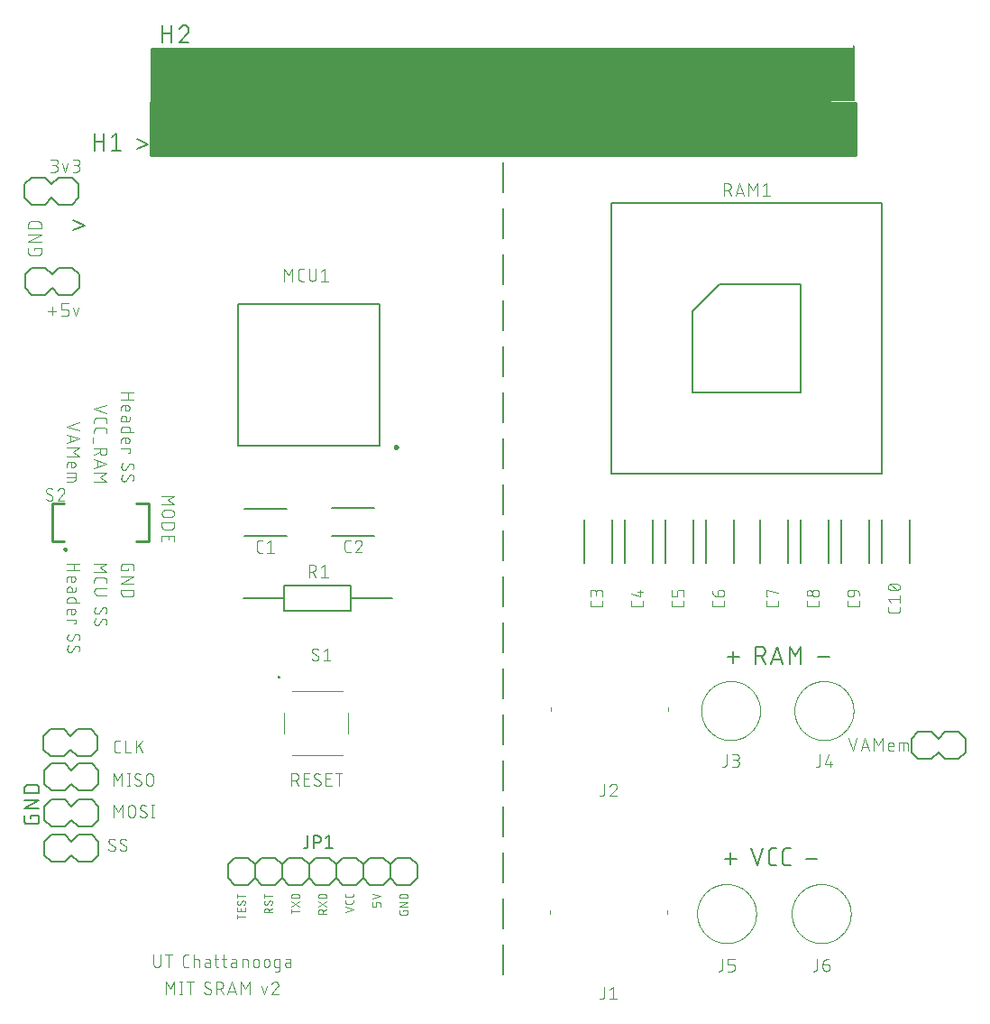
<source format=gbr>
G04 EAGLE Gerber RS-274X export*
G75*
%MOMM*%
%FSLAX34Y34*%
%LPD*%
%INSilkscreen Top*%
%IPPOS*%
%AMOC8*
5,1,8,0,0,1.08239X$1,22.5*%
G01*
%ADD10C,0.152400*%
%ADD11C,0.127000*%
%ADD12C,0.101600*%
%ADD13C,0.076200*%
%ADD14C,0.203200*%
%ADD15C,0.200000*%
%ADD16C,0.250000*%
%ADD17C,0.100000*%
%ADD18C,0.100000*%
%ADD19C,0.200000*%
%ADD20C,0.254000*%

G36*
X788690Y818392D02*
X788690Y818392D01*
X788709Y818390D01*
X788811Y818412D01*
X788913Y818429D01*
X788930Y818438D01*
X788950Y818442D01*
X789039Y818495D01*
X789130Y818544D01*
X789144Y818558D01*
X789161Y818568D01*
X789228Y818647D01*
X789300Y818722D01*
X789308Y818740D01*
X789321Y818755D01*
X789360Y818851D01*
X789403Y818945D01*
X789405Y818965D01*
X789413Y818983D01*
X789431Y819150D01*
X789431Y868680D01*
X789428Y868700D01*
X789430Y868719D01*
X789408Y868821D01*
X789392Y868923D01*
X789382Y868940D01*
X789378Y868960D01*
X789325Y869049D01*
X789276Y869140D01*
X789262Y869154D01*
X789252Y869171D01*
X789173Y869238D01*
X789098Y869310D01*
X789080Y869318D01*
X789065Y869331D01*
X788969Y869370D01*
X788875Y869413D01*
X788855Y869415D01*
X788837Y869423D01*
X788670Y869441D01*
X763838Y869441D01*
X764855Y870459D01*
X786130Y870459D01*
X786150Y870462D01*
X786169Y870460D01*
X786271Y870482D01*
X786373Y870499D01*
X786390Y870508D01*
X786410Y870512D01*
X786499Y870565D01*
X786590Y870614D01*
X786604Y870628D01*
X786621Y870638D01*
X786688Y870717D01*
X786760Y870792D01*
X786768Y870810D01*
X786781Y870825D01*
X786820Y870921D01*
X786863Y871015D01*
X786865Y871035D01*
X786873Y871053D01*
X786891Y871220D01*
X786891Y922020D01*
X786852Y922263D01*
X786736Y922480D01*
X786558Y922650D01*
X786335Y922753D01*
X786091Y922780D01*
X785850Y922728D01*
X785639Y922602D01*
X785479Y922415D01*
X785387Y922187D01*
X785369Y922020D01*
X785369Y920241D01*
X127000Y920241D01*
X126980Y920238D01*
X126961Y920240D01*
X126859Y920218D01*
X126757Y920202D01*
X126740Y920192D01*
X126720Y920188D01*
X126631Y920135D01*
X126540Y920086D01*
X126526Y920072D01*
X126509Y920062D01*
X126442Y919983D01*
X126371Y919908D01*
X126362Y919890D01*
X126349Y919875D01*
X126310Y919779D01*
X126267Y919685D01*
X126265Y919665D01*
X126257Y919647D01*
X126239Y919480D01*
X126239Y869441D01*
X125730Y869441D01*
X125710Y869438D01*
X125691Y869440D01*
X125589Y869418D01*
X125487Y869402D01*
X125470Y869392D01*
X125450Y869388D01*
X125361Y869335D01*
X125270Y869286D01*
X125256Y869272D01*
X125239Y869262D01*
X125172Y869183D01*
X125101Y869108D01*
X125092Y869090D01*
X125079Y869075D01*
X125040Y868979D01*
X124997Y868885D01*
X124995Y868865D01*
X124987Y868847D01*
X124969Y868680D01*
X124969Y819150D01*
X124972Y819130D01*
X124970Y819111D01*
X124992Y819009D01*
X125009Y818907D01*
X125018Y818890D01*
X125022Y818870D01*
X125075Y818781D01*
X125124Y818690D01*
X125138Y818676D01*
X125148Y818659D01*
X125227Y818592D01*
X125302Y818521D01*
X125320Y818512D01*
X125335Y818499D01*
X125431Y818460D01*
X125525Y818417D01*
X125545Y818415D01*
X125563Y818407D01*
X125730Y818389D01*
X788670Y818389D01*
X788690Y818392D01*
G37*
D10*
X73152Y823722D02*
X73152Y839978D01*
X73152Y832753D02*
X82183Y832753D01*
X82183Y839978D02*
X82183Y823722D01*
X89304Y836366D02*
X93820Y839978D01*
X93820Y823722D01*
X98335Y823722D02*
X89304Y823722D01*
X136652Y925322D02*
X136652Y941578D01*
X136652Y934353D02*
X145683Y934353D01*
X145683Y941578D02*
X145683Y925322D01*
X161835Y937514D02*
X161833Y937639D01*
X161827Y937764D01*
X161818Y937889D01*
X161804Y938013D01*
X161787Y938137D01*
X161766Y938261D01*
X161741Y938383D01*
X161712Y938505D01*
X161680Y938626D01*
X161644Y938746D01*
X161604Y938865D01*
X161561Y938982D01*
X161514Y939098D01*
X161463Y939213D01*
X161409Y939325D01*
X161351Y939437D01*
X161291Y939546D01*
X161226Y939653D01*
X161159Y939759D01*
X161088Y939862D01*
X161014Y939963D01*
X160937Y940062D01*
X160857Y940158D01*
X160774Y940252D01*
X160689Y940343D01*
X160600Y940432D01*
X160509Y940517D01*
X160415Y940600D01*
X160319Y940680D01*
X160220Y940757D01*
X160119Y940831D01*
X160016Y940902D01*
X159910Y940969D01*
X159803Y941034D01*
X159694Y941094D01*
X159582Y941152D01*
X159470Y941206D01*
X159355Y941257D01*
X159239Y941304D01*
X159122Y941347D01*
X159003Y941387D01*
X158883Y941423D01*
X158762Y941455D01*
X158640Y941484D01*
X158518Y941509D01*
X158394Y941530D01*
X158270Y941547D01*
X158146Y941561D01*
X158021Y941570D01*
X157896Y941576D01*
X157771Y941578D01*
X157628Y941576D01*
X157486Y941570D01*
X157343Y941560D01*
X157201Y941547D01*
X157060Y941529D01*
X156918Y941508D01*
X156778Y941483D01*
X156638Y941454D01*
X156499Y941421D01*
X156361Y941384D01*
X156224Y941344D01*
X156089Y941300D01*
X155954Y941252D01*
X155821Y941200D01*
X155689Y941145D01*
X155559Y941086D01*
X155431Y941024D01*
X155304Y940958D01*
X155179Y940889D01*
X155056Y940817D01*
X154936Y940741D01*
X154817Y940662D01*
X154700Y940579D01*
X154586Y940494D01*
X154474Y940405D01*
X154365Y940314D01*
X154258Y940219D01*
X154153Y940122D01*
X154052Y940021D01*
X153953Y939918D01*
X153857Y939813D01*
X153764Y939704D01*
X153674Y939593D01*
X153587Y939480D01*
X153503Y939365D01*
X153423Y939247D01*
X153345Y939127D01*
X153271Y939005D01*
X153201Y938881D01*
X153133Y938755D01*
X153070Y938627D01*
X153009Y938498D01*
X152952Y938367D01*
X152899Y938235D01*
X152850Y938101D01*
X152804Y937966D01*
X160480Y934353D02*
X160574Y934445D01*
X160664Y934539D01*
X160752Y934636D01*
X160837Y934736D01*
X160919Y934838D01*
X160998Y934943D01*
X161073Y935050D01*
X161145Y935159D01*
X161214Y935270D01*
X161280Y935384D01*
X161342Y935499D01*
X161401Y935616D01*
X161456Y935735D01*
X161507Y935855D01*
X161555Y935977D01*
X161600Y936100D01*
X161640Y936224D01*
X161677Y936350D01*
X161710Y936477D01*
X161739Y936604D01*
X161765Y936733D01*
X161786Y936862D01*
X161804Y936992D01*
X161817Y937122D01*
X161827Y937252D01*
X161833Y937383D01*
X161835Y937514D01*
X160481Y934353D02*
X152804Y925322D01*
X161835Y925322D01*
X123698Y830044D02*
X112861Y834559D01*
X112861Y825528D02*
X123698Y830044D01*
D11*
X13448Y199912D02*
X13448Y197584D01*
X13448Y199912D02*
X21209Y199912D01*
X21209Y195255D01*
X21207Y195144D01*
X21201Y195034D01*
X21191Y194923D01*
X21177Y194813D01*
X21160Y194704D01*
X21138Y194595D01*
X21113Y194487D01*
X21083Y194381D01*
X21050Y194275D01*
X21013Y194170D01*
X20973Y194067D01*
X20928Y193966D01*
X20881Y193866D01*
X20829Y193767D01*
X20774Y193671D01*
X20716Y193577D01*
X20655Y193485D01*
X20590Y193395D01*
X20522Y193307D01*
X20451Y193222D01*
X20377Y193140D01*
X20300Y193060D01*
X20220Y192983D01*
X20138Y192909D01*
X20053Y192838D01*
X19965Y192770D01*
X19875Y192705D01*
X19783Y192644D01*
X19689Y192586D01*
X19593Y192531D01*
X19494Y192479D01*
X19394Y192432D01*
X19293Y192387D01*
X19190Y192347D01*
X19085Y192310D01*
X18979Y192277D01*
X18873Y192247D01*
X18765Y192222D01*
X18656Y192200D01*
X18547Y192183D01*
X18437Y192169D01*
X18326Y192159D01*
X18216Y192153D01*
X18105Y192151D01*
X10343Y192151D01*
X10232Y192153D01*
X10121Y192159D01*
X10011Y192169D01*
X9901Y192183D01*
X9792Y192200D01*
X9683Y192222D01*
X9575Y192247D01*
X9468Y192277D01*
X9362Y192310D01*
X9258Y192347D01*
X9155Y192387D01*
X9053Y192432D01*
X8953Y192479D01*
X8855Y192531D01*
X8759Y192586D01*
X8664Y192644D01*
X8572Y192705D01*
X8482Y192770D01*
X8395Y192838D01*
X8310Y192909D01*
X8227Y192983D01*
X8147Y193060D01*
X8070Y193140D01*
X7996Y193223D01*
X7925Y193308D01*
X7857Y193395D01*
X7793Y193485D01*
X7731Y193577D01*
X7673Y193672D01*
X7618Y193768D01*
X7566Y193866D01*
X7519Y193966D01*
X7474Y194068D01*
X7434Y194171D01*
X7397Y194275D01*
X7364Y194381D01*
X7334Y194488D01*
X7309Y194596D01*
X7287Y194705D01*
X7270Y194814D01*
X7256Y194924D01*
X7246Y195034D01*
X7240Y195145D01*
X7238Y195256D01*
X7239Y195255D02*
X7239Y199912D01*
X7239Y206752D02*
X21209Y206752D01*
X21209Y214513D02*
X7239Y206752D01*
X7239Y214513D02*
X21209Y214513D01*
X21209Y221353D02*
X7239Y221353D01*
X7239Y225234D01*
X7241Y225356D01*
X7247Y225478D01*
X7256Y225599D01*
X7270Y225720D01*
X7287Y225841D01*
X7308Y225961D01*
X7332Y226081D01*
X7361Y226199D01*
X7393Y226317D01*
X7429Y226433D01*
X7468Y226549D01*
X7512Y226663D01*
X7558Y226775D01*
X7608Y226886D01*
X7662Y226996D01*
X7719Y227104D01*
X7779Y227210D01*
X7843Y227314D01*
X7910Y227415D01*
X7980Y227515D01*
X8053Y227613D01*
X8130Y227708D01*
X8209Y227801D01*
X8291Y227891D01*
X8376Y227978D01*
X8463Y228063D01*
X8553Y228145D01*
X8646Y228224D01*
X8741Y228301D01*
X8839Y228374D01*
X8939Y228444D01*
X9040Y228511D01*
X9144Y228575D01*
X9250Y228635D01*
X9358Y228692D01*
X9468Y228746D01*
X9579Y228796D01*
X9691Y228842D01*
X9805Y228886D01*
X9921Y228925D01*
X10037Y228961D01*
X10155Y228993D01*
X10273Y229022D01*
X10393Y229046D01*
X10513Y229067D01*
X10634Y229084D01*
X10755Y229098D01*
X10876Y229107D01*
X10998Y229113D01*
X11120Y229115D01*
X11120Y229114D02*
X17328Y229114D01*
X17328Y229115D02*
X17450Y229113D01*
X17572Y229107D01*
X17693Y229098D01*
X17814Y229084D01*
X17935Y229067D01*
X18055Y229046D01*
X18175Y229022D01*
X18293Y228993D01*
X18411Y228961D01*
X18527Y228925D01*
X18643Y228886D01*
X18757Y228842D01*
X18869Y228796D01*
X18980Y228746D01*
X19090Y228692D01*
X19198Y228635D01*
X19304Y228575D01*
X19408Y228511D01*
X19509Y228444D01*
X19609Y228374D01*
X19707Y228301D01*
X19802Y228224D01*
X19895Y228145D01*
X19985Y228063D01*
X20072Y227978D01*
X20157Y227891D01*
X20239Y227801D01*
X20318Y227708D01*
X20395Y227613D01*
X20468Y227515D01*
X20538Y227415D01*
X20605Y227314D01*
X20669Y227210D01*
X20729Y227104D01*
X20786Y226996D01*
X20840Y226886D01*
X20890Y226775D01*
X20936Y226663D01*
X20980Y226549D01*
X21019Y226433D01*
X21055Y226317D01*
X21087Y226199D01*
X21116Y226081D01*
X21140Y225961D01*
X21161Y225841D01*
X21178Y225720D01*
X21192Y225599D01*
X21201Y225478D01*
X21207Y225356D01*
X21209Y225234D01*
X21209Y221353D01*
D12*
X29450Y673326D02*
X37239Y673326D01*
X33345Y677220D02*
X33345Y669431D01*
X42291Y668782D02*
X46186Y668782D01*
X46285Y668784D01*
X46385Y668790D01*
X46484Y668799D01*
X46582Y668812D01*
X46680Y668829D01*
X46778Y668850D01*
X46874Y668875D01*
X46969Y668903D01*
X47063Y668935D01*
X47156Y668970D01*
X47248Y669009D01*
X47338Y669052D01*
X47426Y669097D01*
X47513Y669147D01*
X47597Y669199D01*
X47680Y669255D01*
X47760Y669313D01*
X47838Y669375D01*
X47913Y669440D01*
X47986Y669508D01*
X48056Y669578D01*
X48124Y669651D01*
X48189Y669726D01*
X48251Y669804D01*
X48309Y669884D01*
X48365Y669967D01*
X48417Y670051D01*
X48467Y670138D01*
X48512Y670226D01*
X48555Y670316D01*
X48594Y670408D01*
X48629Y670501D01*
X48661Y670595D01*
X48689Y670690D01*
X48714Y670786D01*
X48735Y670884D01*
X48752Y670982D01*
X48765Y671080D01*
X48774Y671179D01*
X48780Y671279D01*
X48782Y671378D01*
X48782Y672677D01*
X48780Y672776D01*
X48774Y672876D01*
X48765Y672975D01*
X48752Y673073D01*
X48735Y673171D01*
X48714Y673269D01*
X48689Y673365D01*
X48661Y673460D01*
X48629Y673554D01*
X48594Y673647D01*
X48555Y673739D01*
X48512Y673829D01*
X48467Y673917D01*
X48417Y674004D01*
X48365Y674088D01*
X48309Y674171D01*
X48251Y674251D01*
X48189Y674329D01*
X48124Y674404D01*
X48056Y674477D01*
X47986Y674547D01*
X47913Y674615D01*
X47838Y674680D01*
X47760Y674742D01*
X47680Y674800D01*
X47597Y674856D01*
X47513Y674908D01*
X47426Y674958D01*
X47338Y675003D01*
X47248Y675046D01*
X47156Y675085D01*
X47063Y675120D01*
X46969Y675152D01*
X46874Y675180D01*
X46778Y675205D01*
X46680Y675226D01*
X46582Y675243D01*
X46484Y675256D01*
X46385Y675265D01*
X46285Y675271D01*
X46186Y675273D01*
X42291Y675273D01*
X42291Y680466D01*
X48782Y680466D01*
X53227Y676571D02*
X55824Y668782D01*
X58420Y676571D01*
X35362Y803910D02*
X32117Y803910D01*
X35362Y803910D02*
X35475Y803912D01*
X35588Y803918D01*
X35701Y803928D01*
X35814Y803942D01*
X35926Y803959D01*
X36037Y803981D01*
X36147Y804006D01*
X36257Y804036D01*
X36365Y804069D01*
X36472Y804106D01*
X36578Y804146D01*
X36682Y804191D01*
X36785Y804239D01*
X36886Y804290D01*
X36985Y804345D01*
X37082Y804403D01*
X37177Y804465D01*
X37270Y804530D01*
X37360Y804598D01*
X37448Y804669D01*
X37534Y804744D01*
X37617Y804821D01*
X37697Y804901D01*
X37774Y804984D01*
X37849Y805070D01*
X37920Y805158D01*
X37988Y805248D01*
X38053Y805341D01*
X38115Y805436D01*
X38173Y805533D01*
X38228Y805632D01*
X38279Y805733D01*
X38327Y805836D01*
X38372Y805940D01*
X38412Y806046D01*
X38449Y806153D01*
X38482Y806261D01*
X38512Y806371D01*
X38537Y806481D01*
X38559Y806592D01*
X38576Y806704D01*
X38590Y806817D01*
X38600Y806930D01*
X38606Y807043D01*
X38608Y807156D01*
X38606Y807269D01*
X38600Y807382D01*
X38590Y807495D01*
X38576Y807608D01*
X38559Y807720D01*
X38537Y807831D01*
X38512Y807941D01*
X38482Y808051D01*
X38449Y808159D01*
X38412Y808266D01*
X38372Y808372D01*
X38327Y808476D01*
X38279Y808579D01*
X38228Y808680D01*
X38173Y808779D01*
X38115Y808876D01*
X38053Y808971D01*
X37988Y809064D01*
X37920Y809154D01*
X37849Y809242D01*
X37774Y809328D01*
X37697Y809411D01*
X37617Y809491D01*
X37534Y809568D01*
X37448Y809643D01*
X37360Y809714D01*
X37270Y809782D01*
X37177Y809847D01*
X37082Y809909D01*
X36985Y809967D01*
X36886Y810022D01*
X36785Y810073D01*
X36682Y810121D01*
X36578Y810166D01*
X36472Y810206D01*
X36365Y810243D01*
X36257Y810276D01*
X36147Y810306D01*
X36037Y810331D01*
X35926Y810353D01*
X35814Y810370D01*
X35701Y810384D01*
X35588Y810394D01*
X35475Y810400D01*
X35362Y810402D01*
X36012Y815594D02*
X32117Y815594D01*
X36012Y815594D02*
X36113Y815592D01*
X36213Y815586D01*
X36313Y815576D01*
X36413Y815563D01*
X36512Y815545D01*
X36611Y815524D01*
X36708Y815499D01*
X36805Y815470D01*
X36900Y815437D01*
X36994Y815401D01*
X37086Y815361D01*
X37177Y815318D01*
X37266Y815271D01*
X37353Y815221D01*
X37439Y815167D01*
X37522Y815110D01*
X37602Y815050D01*
X37681Y814987D01*
X37757Y814920D01*
X37830Y814851D01*
X37900Y814779D01*
X37968Y814705D01*
X38033Y814628D01*
X38094Y814548D01*
X38153Y814466D01*
X38208Y814382D01*
X38260Y814296D01*
X38309Y814208D01*
X38354Y814118D01*
X38396Y814026D01*
X38434Y813933D01*
X38468Y813838D01*
X38499Y813743D01*
X38526Y813646D01*
X38549Y813548D01*
X38569Y813449D01*
X38584Y813349D01*
X38596Y813249D01*
X38604Y813149D01*
X38608Y813048D01*
X38608Y812948D01*
X38604Y812847D01*
X38596Y812747D01*
X38584Y812647D01*
X38569Y812547D01*
X38549Y812448D01*
X38526Y812350D01*
X38499Y812253D01*
X38468Y812158D01*
X38434Y812063D01*
X38396Y811970D01*
X38354Y811878D01*
X38309Y811788D01*
X38260Y811700D01*
X38208Y811614D01*
X38153Y811530D01*
X38094Y811448D01*
X38033Y811368D01*
X37968Y811291D01*
X37900Y811217D01*
X37830Y811145D01*
X37757Y811076D01*
X37681Y811009D01*
X37602Y810946D01*
X37522Y810886D01*
X37439Y810829D01*
X37353Y810775D01*
X37266Y810725D01*
X37177Y810678D01*
X37086Y810635D01*
X36994Y810595D01*
X36900Y810559D01*
X36805Y810526D01*
X36708Y810497D01*
X36611Y810472D01*
X36512Y810451D01*
X36413Y810433D01*
X36313Y810420D01*
X36213Y810410D01*
X36113Y810404D01*
X36012Y810402D01*
X36012Y810401D02*
X33415Y810401D01*
X43053Y811699D02*
X45649Y803910D01*
X48246Y811699D01*
X52691Y803910D02*
X55936Y803910D01*
X56049Y803912D01*
X56162Y803918D01*
X56275Y803928D01*
X56388Y803942D01*
X56500Y803959D01*
X56611Y803981D01*
X56721Y804006D01*
X56831Y804036D01*
X56939Y804069D01*
X57046Y804106D01*
X57152Y804146D01*
X57256Y804191D01*
X57359Y804239D01*
X57460Y804290D01*
X57559Y804345D01*
X57656Y804403D01*
X57751Y804465D01*
X57844Y804530D01*
X57934Y804598D01*
X58022Y804669D01*
X58108Y804744D01*
X58191Y804821D01*
X58271Y804901D01*
X58348Y804984D01*
X58423Y805070D01*
X58494Y805158D01*
X58562Y805248D01*
X58627Y805341D01*
X58689Y805436D01*
X58747Y805533D01*
X58802Y805632D01*
X58853Y805733D01*
X58901Y805836D01*
X58946Y805940D01*
X58986Y806046D01*
X59023Y806153D01*
X59056Y806261D01*
X59086Y806371D01*
X59111Y806481D01*
X59133Y806592D01*
X59150Y806704D01*
X59164Y806817D01*
X59174Y806930D01*
X59180Y807043D01*
X59182Y807156D01*
X59180Y807269D01*
X59174Y807382D01*
X59164Y807495D01*
X59150Y807608D01*
X59133Y807720D01*
X59111Y807831D01*
X59086Y807941D01*
X59056Y808051D01*
X59023Y808159D01*
X58986Y808266D01*
X58946Y808372D01*
X58901Y808476D01*
X58853Y808579D01*
X58802Y808680D01*
X58747Y808779D01*
X58689Y808876D01*
X58627Y808971D01*
X58562Y809064D01*
X58494Y809154D01*
X58423Y809242D01*
X58348Y809328D01*
X58271Y809411D01*
X58191Y809491D01*
X58108Y809568D01*
X58022Y809643D01*
X57934Y809714D01*
X57844Y809782D01*
X57751Y809847D01*
X57656Y809909D01*
X57559Y809967D01*
X57460Y810022D01*
X57359Y810073D01*
X57256Y810121D01*
X57152Y810166D01*
X57046Y810206D01*
X56939Y810243D01*
X56831Y810276D01*
X56721Y810306D01*
X56611Y810331D01*
X56500Y810353D01*
X56388Y810370D01*
X56275Y810384D01*
X56162Y810394D01*
X56049Y810400D01*
X55936Y810402D01*
X56586Y815594D02*
X52691Y815594D01*
X56586Y815594D02*
X56687Y815592D01*
X56787Y815586D01*
X56887Y815576D01*
X56987Y815563D01*
X57086Y815545D01*
X57185Y815524D01*
X57282Y815499D01*
X57379Y815470D01*
X57474Y815437D01*
X57568Y815401D01*
X57660Y815361D01*
X57751Y815318D01*
X57840Y815271D01*
X57927Y815221D01*
X58013Y815167D01*
X58096Y815110D01*
X58176Y815050D01*
X58255Y814987D01*
X58331Y814920D01*
X58404Y814851D01*
X58474Y814779D01*
X58542Y814705D01*
X58607Y814628D01*
X58668Y814548D01*
X58727Y814466D01*
X58782Y814382D01*
X58834Y814296D01*
X58883Y814208D01*
X58928Y814118D01*
X58970Y814026D01*
X59008Y813933D01*
X59042Y813838D01*
X59073Y813743D01*
X59100Y813646D01*
X59123Y813548D01*
X59143Y813449D01*
X59158Y813349D01*
X59170Y813249D01*
X59178Y813149D01*
X59182Y813048D01*
X59182Y812948D01*
X59178Y812847D01*
X59170Y812747D01*
X59158Y812647D01*
X59143Y812547D01*
X59123Y812448D01*
X59100Y812350D01*
X59073Y812253D01*
X59042Y812158D01*
X59008Y812063D01*
X58970Y811970D01*
X58928Y811878D01*
X58883Y811788D01*
X58834Y811700D01*
X58782Y811614D01*
X58727Y811530D01*
X58668Y811448D01*
X58607Y811368D01*
X58542Y811291D01*
X58474Y811217D01*
X58404Y811145D01*
X58331Y811076D01*
X58255Y811009D01*
X58176Y810946D01*
X58096Y810886D01*
X58013Y810829D01*
X57927Y810775D01*
X57840Y810725D01*
X57751Y810678D01*
X57660Y810635D01*
X57568Y810595D01*
X57474Y810559D01*
X57379Y810526D01*
X57282Y810497D01*
X57185Y810472D01*
X57086Y810451D01*
X56987Y810433D01*
X56887Y810420D01*
X56787Y810410D01*
X56687Y810404D01*
X56586Y810402D01*
X56586Y810401D02*
X53989Y810401D01*
X92597Y169220D02*
X92595Y169121D01*
X92589Y169021D01*
X92580Y168922D01*
X92567Y168824D01*
X92550Y168726D01*
X92529Y168628D01*
X92504Y168532D01*
X92476Y168437D01*
X92444Y168343D01*
X92409Y168250D01*
X92370Y168158D01*
X92327Y168068D01*
X92282Y167980D01*
X92232Y167893D01*
X92180Y167809D01*
X92124Y167726D01*
X92066Y167646D01*
X92004Y167568D01*
X91939Y167493D01*
X91871Y167420D01*
X91801Y167350D01*
X91728Y167282D01*
X91653Y167217D01*
X91575Y167155D01*
X91495Y167097D01*
X91412Y167041D01*
X91328Y166989D01*
X91241Y166939D01*
X91153Y166894D01*
X91063Y166851D01*
X90971Y166812D01*
X90878Y166777D01*
X90784Y166745D01*
X90689Y166717D01*
X90593Y166692D01*
X90495Y166671D01*
X90397Y166654D01*
X90299Y166641D01*
X90200Y166632D01*
X90100Y166626D01*
X90001Y166624D01*
X89857Y166626D01*
X89712Y166632D01*
X89568Y166641D01*
X89425Y166654D01*
X89281Y166671D01*
X89138Y166692D01*
X88996Y166717D01*
X88855Y166745D01*
X88714Y166777D01*
X88574Y166813D01*
X88435Y166852D01*
X88297Y166895D01*
X88161Y166942D01*
X88025Y166992D01*
X87891Y167046D01*
X87759Y167103D01*
X87628Y167164D01*
X87499Y167228D01*
X87371Y167296D01*
X87245Y167366D01*
X87121Y167441D01*
X87000Y167518D01*
X86880Y167599D01*
X86762Y167682D01*
X86647Y167769D01*
X86534Y167859D01*
X86423Y167952D01*
X86315Y168047D01*
X86209Y168146D01*
X86106Y168247D01*
X86431Y175712D02*
X86433Y175811D01*
X86439Y175911D01*
X86448Y176010D01*
X86461Y176108D01*
X86478Y176206D01*
X86499Y176304D01*
X86524Y176400D01*
X86552Y176495D01*
X86584Y176589D01*
X86619Y176682D01*
X86658Y176774D01*
X86701Y176864D01*
X86746Y176952D01*
X86796Y177039D01*
X86848Y177123D01*
X86904Y177206D01*
X86962Y177286D01*
X87024Y177364D01*
X87089Y177439D01*
X87157Y177512D01*
X87227Y177582D01*
X87300Y177650D01*
X87375Y177715D01*
X87453Y177777D01*
X87533Y177835D01*
X87616Y177891D01*
X87700Y177943D01*
X87787Y177993D01*
X87875Y178038D01*
X87965Y178081D01*
X88057Y178120D01*
X88150Y178155D01*
X88244Y178187D01*
X88339Y178215D01*
X88436Y178240D01*
X88533Y178261D01*
X88631Y178278D01*
X88729Y178291D01*
X88828Y178300D01*
X88928Y178306D01*
X89027Y178308D01*
X89163Y178306D01*
X89299Y178300D01*
X89435Y178291D01*
X89571Y178278D01*
X89706Y178260D01*
X89840Y178240D01*
X89974Y178215D01*
X90108Y178187D01*
X90240Y178154D01*
X90371Y178119D01*
X90502Y178079D01*
X90631Y178036D01*
X90759Y177990D01*
X90885Y177939D01*
X91011Y177886D01*
X91134Y177828D01*
X91256Y177768D01*
X91376Y177704D01*
X91495Y177636D01*
X91611Y177566D01*
X91725Y177492D01*
X91838Y177415D01*
X91948Y177334D01*
X87729Y173440D02*
X87643Y173493D01*
X87559Y173550D01*
X87477Y173609D01*
X87397Y173672D01*
X87320Y173738D01*
X87245Y173806D01*
X87173Y173878D01*
X87104Y173952D01*
X87038Y174029D01*
X86975Y174108D01*
X86915Y174190D01*
X86858Y174274D01*
X86804Y174360D01*
X86754Y174448D01*
X86707Y174538D01*
X86663Y174629D01*
X86624Y174723D01*
X86587Y174817D01*
X86555Y174913D01*
X86526Y175011D01*
X86501Y175109D01*
X86480Y175208D01*
X86462Y175308D01*
X86449Y175408D01*
X86439Y175509D01*
X86433Y175611D01*
X86431Y175712D01*
X91299Y171492D02*
X91385Y171439D01*
X91469Y171382D01*
X91551Y171323D01*
X91631Y171260D01*
X91708Y171194D01*
X91783Y171126D01*
X91855Y171054D01*
X91924Y170980D01*
X91990Y170903D01*
X92053Y170824D01*
X92113Y170742D01*
X92170Y170658D01*
X92224Y170572D01*
X92274Y170484D01*
X92321Y170394D01*
X92365Y170303D01*
X92404Y170209D01*
X92441Y170115D01*
X92473Y170019D01*
X92502Y169921D01*
X92527Y169823D01*
X92548Y169724D01*
X92566Y169624D01*
X92579Y169524D01*
X92589Y169423D01*
X92595Y169321D01*
X92597Y169220D01*
X91299Y171492D02*
X87729Y173440D01*
X100669Y166624D02*
X100768Y166626D01*
X100868Y166632D01*
X100967Y166641D01*
X101065Y166654D01*
X101163Y166671D01*
X101261Y166692D01*
X101357Y166717D01*
X101452Y166745D01*
X101546Y166777D01*
X101639Y166812D01*
X101731Y166851D01*
X101821Y166894D01*
X101909Y166939D01*
X101996Y166989D01*
X102080Y167041D01*
X102163Y167097D01*
X102243Y167155D01*
X102321Y167217D01*
X102396Y167282D01*
X102469Y167350D01*
X102539Y167420D01*
X102607Y167493D01*
X102672Y167568D01*
X102734Y167646D01*
X102792Y167726D01*
X102848Y167809D01*
X102900Y167893D01*
X102950Y167980D01*
X102995Y168068D01*
X103038Y168158D01*
X103077Y168250D01*
X103112Y168343D01*
X103144Y168437D01*
X103172Y168532D01*
X103197Y168628D01*
X103218Y168726D01*
X103235Y168824D01*
X103248Y168922D01*
X103257Y169021D01*
X103263Y169121D01*
X103265Y169220D01*
X100669Y166624D02*
X100525Y166626D01*
X100380Y166632D01*
X100236Y166641D01*
X100093Y166654D01*
X99949Y166671D01*
X99806Y166692D01*
X99664Y166717D01*
X99523Y166745D01*
X99382Y166777D01*
X99242Y166813D01*
X99103Y166852D01*
X98965Y166895D01*
X98829Y166942D01*
X98693Y166992D01*
X98559Y167046D01*
X98427Y167103D01*
X98296Y167164D01*
X98167Y167228D01*
X98039Y167296D01*
X97913Y167366D01*
X97789Y167441D01*
X97668Y167518D01*
X97548Y167599D01*
X97430Y167682D01*
X97315Y167769D01*
X97202Y167859D01*
X97091Y167952D01*
X96983Y168047D01*
X96877Y168146D01*
X96774Y168247D01*
X97099Y175712D02*
X97101Y175811D01*
X97107Y175911D01*
X97116Y176010D01*
X97129Y176108D01*
X97146Y176206D01*
X97167Y176304D01*
X97192Y176400D01*
X97220Y176495D01*
X97252Y176589D01*
X97287Y176682D01*
X97326Y176774D01*
X97369Y176864D01*
X97414Y176952D01*
X97464Y177039D01*
X97516Y177123D01*
X97572Y177206D01*
X97630Y177286D01*
X97692Y177364D01*
X97757Y177439D01*
X97825Y177512D01*
X97895Y177582D01*
X97968Y177650D01*
X98043Y177715D01*
X98121Y177777D01*
X98201Y177835D01*
X98284Y177891D01*
X98368Y177943D01*
X98455Y177993D01*
X98543Y178038D01*
X98633Y178081D01*
X98725Y178120D01*
X98818Y178155D01*
X98912Y178187D01*
X99007Y178215D01*
X99104Y178240D01*
X99201Y178261D01*
X99299Y178278D01*
X99397Y178291D01*
X99496Y178300D01*
X99596Y178306D01*
X99695Y178308D01*
X99831Y178306D01*
X99967Y178300D01*
X100103Y178291D01*
X100239Y178278D01*
X100374Y178260D01*
X100508Y178240D01*
X100642Y178215D01*
X100776Y178187D01*
X100908Y178154D01*
X101039Y178119D01*
X101170Y178079D01*
X101299Y178036D01*
X101427Y177990D01*
X101553Y177939D01*
X101679Y177886D01*
X101802Y177828D01*
X101924Y177768D01*
X102044Y177704D01*
X102163Y177636D01*
X102279Y177566D01*
X102393Y177492D01*
X102506Y177415D01*
X102616Y177334D01*
X98396Y173440D02*
X98310Y173493D01*
X98226Y173550D01*
X98144Y173609D01*
X98064Y173672D01*
X97987Y173738D01*
X97912Y173806D01*
X97840Y173878D01*
X97771Y173952D01*
X97705Y174029D01*
X97642Y174108D01*
X97582Y174190D01*
X97525Y174274D01*
X97471Y174360D01*
X97421Y174448D01*
X97374Y174538D01*
X97330Y174629D01*
X97291Y174723D01*
X97254Y174817D01*
X97222Y174913D01*
X97193Y175011D01*
X97168Y175109D01*
X97147Y175208D01*
X97129Y175308D01*
X97116Y175408D01*
X97106Y175509D01*
X97100Y175611D01*
X97098Y175712D01*
X101967Y171492D02*
X102053Y171439D01*
X102137Y171382D01*
X102219Y171323D01*
X102299Y171260D01*
X102376Y171194D01*
X102451Y171126D01*
X102523Y171054D01*
X102592Y170980D01*
X102658Y170903D01*
X102721Y170824D01*
X102781Y170742D01*
X102838Y170658D01*
X102892Y170572D01*
X102942Y170484D01*
X102989Y170394D01*
X103033Y170303D01*
X103072Y170209D01*
X103109Y170115D01*
X103141Y170019D01*
X103170Y169921D01*
X103195Y169823D01*
X103216Y169724D01*
X103234Y169624D01*
X103247Y169524D01*
X103257Y169423D01*
X103263Y169321D01*
X103265Y169220D01*
X101967Y171492D02*
X98397Y173440D01*
X91440Y198120D02*
X91440Y209804D01*
X95335Y203313D01*
X99229Y209804D01*
X99229Y198120D01*
X104662Y201366D02*
X104662Y206558D01*
X104664Y206671D01*
X104670Y206784D01*
X104680Y206897D01*
X104694Y207010D01*
X104711Y207122D01*
X104733Y207233D01*
X104758Y207343D01*
X104788Y207453D01*
X104821Y207561D01*
X104858Y207668D01*
X104898Y207774D01*
X104943Y207878D01*
X104991Y207981D01*
X105042Y208082D01*
X105097Y208181D01*
X105155Y208278D01*
X105217Y208373D01*
X105282Y208466D01*
X105350Y208556D01*
X105421Y208644D01*
X105496Y208730D01*
X105573Y208813D01*
X105653Y208893D01*
X105736Y208970D01*
X105822Y209045D01*
X105910Y209116D01*
X106000Y209184D01*
X106093Y209249D01*
X106188Y209311D01*
X106285Y209369D01*
X106384Y209424D01*
X106485Y209475D01*
X106588Y209523D01*
X106692Y209568D01*
X106798Y209608D01*
X106905Y209645D01*
X107013Y209678D01*
X107123Y209708D01*
X107233Y209733D01*
X107344Y209755D01*
X107456Y209772D01*
X107569Y209786D01*
X107682Y209796D01*
X107795Y209802D01*
X107908Y209804D01*
X108021Y209802D01*
X108134Y209796D01*
X108247Y209786D01*
X108360Y209772D01*
X108472Y209755D01*
X108583Y209733D01*
X108693Y209708D01*
X108803Y209678D01*
X108911Y209645D01*
X109018Y209608D01*
X109124Y209568D01*
X109228Y209523D01*
X109331Y209475D01*
X109432Y209424D01*
X109531Y209369D01*
X109628Y209311D01*
X109723Y209249D01*
X109816Y209184D01*
X109906Y209116D01*
X109994Y209045D01*
X110080Y208970D01*
X110163Y208893D01*
X110243Y208813D01*
X110320Y208730D01*
X110395Y208644D01*
X110466Y208556D01*
X110534Y208466D01*
X110599Y208373D01*
X110661Y208278D01*
X110719Y208181D01*
X110774Y208082D01*
X110825Y207981D01*
X110873Y207878D01*
X110918Y207774D01*
X110958Y207668D01*
X110995Y207561D01*
X111028Y207453D01*
X111058Y207343D01*
X111083Y207233D01*
X111105Y207122D01*
X111122Y207010D01*
X111136Y206897D01*
X111146Y206784D01*
X111152Y206671D01*
X111154Y206558D01*
X111153Y206558D02*
X111153Y201366D01*
X111154Y201366D02*
X111152Y201253D01*
X111146Y201140D01*
X111136Y201027D01*
X111122Y200914D01*
X111105Y200802D01*
X111083Y200691D01*
X111058Y200581D01*
X111028Y200471D01*
X110995Y200363D01*
X110958Y200256D01*
X110918Y200150D01*
X110873Y200046D01*
X110825Y199943D01*
X110774Y199842D01*
X110719Y199743D01*
X110661Y199646D01*
X110599Y199551D01*
X110534Y199458D01*
X110466Y199368D01*
X110395Y199280D01*
X110320Y199194D01*
X110243Y199111D01*
X110163Y199031D01*
X110080Y198954D01*
X109994Y198879D01*
X109906Y198808D01*
X109816Y198740D01*
X109723Y198675D01*
X109628Y198613D01*
X109531Y198555D01*
X109432Y198500D01*
X109331Y198449D01*
X109228Y198401D01*
X109124Y198356D01*
X109018Y198316D01*
X108911Y198279D01*
X108803Y198246D01*
X108693Y198216D01*
X108583Y198191D01*
X108472Y198169D01*
X108360Y198152D01*
X108247Y198138D01*
X108134Y198128D01*
X108021Y198122D01*
X107908Y198120D01*
X107795Y198122D01*
X107682Y198128D01*
X107569Y198138D01*
X107456Y198152D01*
X107344Y198169D01*
X107233Y198191D01*
X107123Y198216D01*
X107013Y198246D01*
X106905Y198279D01*
X106798Y198316D01*
X106692Y198356D01*
X106588Y198401D01*
X106485Y198449D01*
X106384Y198500D01*
X106285Y198555D01*
X106188Y198613D01*
X106093Y198675D01*
X106000Y198740D01*
X105910Y198808D01*
X105822Y198879D01*
X105736Y198954D01*
X105653Y199031D01*
X105573Y199111D01*
X105496Y199194D01*
X105421Y199280D01*
X105350Y199368D01*
X105282Y199458D01*
X105217Y199551D01*
X105155Y199646D01*
X105097Y199743D01*
X105042Y199842D01*
X104991Y199943D01*
X104943Y200046D01*
X104898Y200150D01*
X104858Y200256D01*
X104821Y200363D01*
X104788Y200471D01*
X104758Y200581D01*
X104733Y200691D01*
X104711Y200802D01*
X104694Y200914D01*
X104680Y201027D01*
X104670Y201140D01*
X104664Y201253D01*
X104662Y201366D01*
X119606Y198120D02*
X119705Y198122D01*
X119805Y198128D01*
X119904Y198137D01*
X120002Y198150D01*
X120100Y198167D01*
X120198Y198188D01*
X120294Y198213D01*
X120389Y198241D01*
X120483Y198273D01*
X120576Y198308D01*
X120668Y198347D01*
X120758Y198390D01*
X120846Y198435D01*
X120933Y198485D01*
X121017Y198537D01*
X121100Y198593D01*
X121180Y198651D01*
X121258Y198713D01*
X121333Y198778D01*
X121406Y198846D01*
X121476Y198916D01*
X121544Y198989D01*
X121609Y199064D01*
X121671Y199142D01*
X121729Y199222D01*
X121785Y199305D01*
X121837Y199389D01*
X121887Y199476D01*
X121932Y199564D01*
X121975Y199654D01*
X122014Y199746D01*
X122049Y199839D01*
X122081Y199933D01*
X122109Y200028D01*
X122134Y200124D01*
X122155Y200222D01*
X122172Y200320D01*
X122185Y200418D01*
X122194Y200517D01*
X122200Y200617D01*
X122202Y200716D01*
X119606Y198120D02*
X119462Y198122D01*
X119317Y198128D01*
X119173Y198137D01*
X119030Y198150D01*
X118886Y198167D01*
X118743Y198188D01*
X118601Y198213D01*
X118460Y198241D01*
X118319Y198273D01*
X118179Y198309D01*
X118040Y198348D01*
X117902Y198391D01*
X117766Y198438D01*
X117630Y198488D01*
X117496Y198542D01*
X117364Y198599D01*
X117233Y198660D01*
X117104Y198724D01*
X116976Y198792D01*
X116850Y198862D01*
X116726Y198937D01*
X116605Y199014D01*
X116485Y199095D01*
X116367Y199178D01*
X116252Y199265D01*
X116139Y199355D01*
X116028Y199448D01*
X115920Y199543D01*
X115814Y199642D01*
X115711Y199743D01*
X116036Y207208D02*
X116038Y207307D01*
X116044Y207407D01*
X116053Y207506D01*
X116066Y207604D01*
X116083Y207702D01*
X116104Y207800D01*
X116129Y207896D01*
X116157Y207991D01*
X116189Y208085D01*
X116224Y208178D01*
X116263Y208270D01*
X116306Y208360D01*
X116351Y208448D01*
X116401Y208535D01*
X116453Y208619D01*
X116509Y208702D01*
X116567Y208782D01*
X116629Y208860D01*
X116694Y208935D01*
X116762Y209008D01*
X116832Y209078D01*
X116905Y209146D01*
X116980Y209211D01*
X117058Y209273D01*
X117138Y209331D01*
X117221Y209387D01*
X117305Y209439D01*
X117392Y209489D01*
X117480Y209534D01*
X117570Y209577D01*
X117662Y209616D01*
X117755Y209651D01*
X117849Y209683D01*
X117944Y209711D01*
X118041Y209736D01*
X118138Y209757D01*
X118236Y209774D01*
X118334Y209787D01*
X118433Y209796D01*
X118533Y209802D01*
X118632Y209804D01*
X118768Y209802D01*
X118904Y209796D01*
X119040Y209787D01*
X119176Y209774D01*
X119311Y209756D01*
X119445Y209736D01*
X119579Y209711D01*
X119713Y209683D01*
X119845Y209650D01*
X119976Y209615D01*
X120107Y209575D01*
X120236Y209532D01*
X120364Y209486D01*
X120490Y209435D01*
X120616Y209382D01*
X120739Y209324D01*
X120861Y209264D01*
X120981Y209200D01*
X121100Y209132D01*
X121216Y209062D01*
X121330Y208988D01*
X121443Y208911D01*
X121553Y208830D01*
X117334Y204936D02*
X117248Y204989D01*
X117164Y205046D01*
X117082Y205105D01*
X117002Y205168D01*
X116925Y205234D01*
X116850Y205302D01*
X116778Y205374D01*
X116709Y205448D01*
X116643Y205525D01*
X116580Y205604D01*
X116520Y205686D01*
X116463Y205770D01*
X116409Y205856D01*
X116359Y205944D01*
X116312Y206034D01*
X116268Y206125D01*
X116229Y206219D01*
X116192Y206313D01*
X116160Y206409D01*
X116131Y206507D01*
X116106Y206605D01*
X116085Y206704D01*
X116067Y206804D01*
X116054Y206904D01*
X116044Y207005D01*
X116038Y207107D01*
X116036Y207208D01*
X120904Y202988D02*
X120990Y202935D01*
X121074Y202878D01*
X121156Y202819D01*
X121236Y202756D01*
X121313Y202690D01*
X121388Y202622D01*
X121460Y202550D01*
X121529Y202476D01*
X121595Y202399D01*
X121658Y202320D01*
X121718Y202238D01*
X121775Y202154D01*
X121829Y202068D01*
X121879Y201980D01*
X121926Y201890D01*
X121970Y201799D01*
X122009Y201705D01*
X122046Y201611D01*
X122078Y201515D01*
X122107Y201417D01*
X122132Y201319D01*
X122153Y201220D01*
X122171Y201120D01*
X122184Y201020D01*
X122194Y200919D01*
X122200Y200817D01*
X122202Y200716D01*
X120904Y202988D02*
X117334Y204936D01*
X127720Y209804D02*
X127720Y198120D01*
X129018Y198120D02*
X126421Y198120D01*
X126421Y209804D02*
X129018Y209804D01*
X781262Y272796D02*
X785156Y261112D01*
X789051Y272796D01*
X796586Y272796D02*
X792692Y261112D01*
X800481Y261112D02*
X796586Y272796D01*
X799507Y264033D02*
X793665Y264033D01*
X805265Y261112D02*
X805265Y272796D01*
X809159Y266305D01*
X813054Y272796D01*
X813054Y261112D01*
X820321Y261112D02*
X823567Y261112D01*
X820321Y261112D02*
X820234Y261114D01*
X820146Y261120D01*
X820060Y261130D01*
X819973Y261143D01*
X819888Y261161D01*
X819803Y261182D01*
X819719Y261207D01*
X819637Y261236D01*
X819556Y261269D01*
X819476Y261305D01*
X819398Y261344D01*
X819322Y261388D01*
X819248Y261434D01*
X819177Y261484D01*
X819107Y261537D01*
X819040Y261593D01*
X818976Y261652D01*
X818914Y261714D01*
X818855Y261778D01*
X818799Y261845D01*
X818746Y261915D01*
X818696Y261986D01*
X818650Y262060D01*
X818606Y262136D01*
X818567Y262214D01*
X818531Y262294D01*
X818498Y262375D01*
X818469Y262457D01*
X818444Y262541D01*
X818423Y262626D01*
X818405Y262711D01*
X818392Y262798D01*
X818382Y262884D01*
X818376Y262972D01*
X818374Y263059D01*
X818374Y266305D01*
X818376Y266406D01*
X818382Y266506D01*
X818392Y266606D01*
X818405Y266706D01*
X818423Y266805D01*
X818444Y266904D01*
X818469Y267001D01*
X818498Y267098D01*
X818531Y267193D01*
X818567Y267287D01*
X818607Y267379D01*
X818650Y267470D01*
X818697Y267559D01*
X818747Y267646D01*
X818801Y267732D01*
X818858Y267815D01*
X818918Y267895D01*
X818981Y267974D01*
X819048Y268050D01*
X819117Y268123D01*
X819189Y268193D01*
X819263Y268261D01*
X819340Y268326D01*
X819420Y268387D01*
X819502Y268446D01*
X819586Y268501D01*
X819672Y268553D01*
X819760Y268602D01*
X819850Y268647D01*
X819942Y268689D01*
X820035Y268727D01*
X820130Y268761D01*
X820225Y268792D01*
X820322Y268819D01*
X820420Y268842D01*
X820519Y268862D01*
X820619Y268877D01*
X820719Y268889D01*
X820819Y268897D01*
X820920Y268901D01*
X821020Y268901D01*
X821121Y268897D01*
X821221Y268889D01*
X821321Y268877D01*
X821421Y268862D01*
X821520Y268842D01*
X821618Y268819D01*
X821715Y268792D01*
X821810Y268761D01*
X821905Y268727D01*
X821998Y268689D01*
X822090Y268647D01*
X822180Y268602D01*
X822268Y268553D01*
X822354Y268501D01*
X822438Y268446D01*
X822520Y268387D01*
X822600Y268326D01*
X822677Y268261D01*
X822751Y268193D01*
X822823Y268123D01*
X822892Y268050D01*
X822959Y267974D01*
X823022Y267895D01*
X823082Y267815D01*
X823139Y267732D01*
X823193Y267646D01*
X823243Y267559D01*
X823290Y267470D01*
X823333Y267379D01*
X823373Y267287D01*
X823409Y267193D01*
X823442Y267098D01*
X823471Y267001D01*
X823496Y266904D01*
X823517Y266805D01*
X823535Y266706D01*
X823548Y266606D01*
X823558Y266506D01*
X823564Y266406D01*
X823566Y266305D01*
X823567Y266305D02*
X823567Y265007D01*
X818374Y265007D01*
X828887Y268901D02*
X828887Y261112D01*
X828887Y268901D02*
X834729Y268901D01*
X834816Y268899D01*
X834904Y268893D01*
X834990Y268883D01*
X835077Y268870D01*
X835162Y268852D01*
X835247Y268831D01*
X835331Y268806D01*
X835413Y268777D01*
X835494Y268744D01*
X835574Y268708D01*
X835652Y268669D01*
X835728Y268625D01*
X835802Y268579D01*
X835873Y268529D01*
X835943Y268476D01*
X836010Y268420D01*
X836074Y268361D01*
X836136Y268299D01*
X836195Y268235D01*
X836251Y268168D01*
X836304Y268098D01*
X836354Y268027D01*
X836400Y267953D01*
X836444Y267877D01*
X836483Y267799D01*
X836519Y267719D01*
X836552Y267638D01*
X836581Y267556D01*
X836606Y267472D01*
X836627Y267387D01*
X836645Y267302D01*
X836658Y267215D01*
X836668Y267129D01*
X836674Y267041D01*
X836676Y266954D01*
X836676Y261112D01*
X832781Y261112D02*
X832781Y268901D01*
X16341Y730419D02*
X16341Y732451D01*
X23114Y732451D01*
X23114Y728387D01*
X23112Y728286D01*
X23106Y728185D01*
X23097Y728084D01*
X23084Y727983D01*
X23067Y727883D01*
X23046Y727784D01*
X23022Y727686D01*
X22994Y727589D01*
X22962Y727492D01*
X22927Y727397D01*
X22888Y727304D01*
X22846Y727212D01*
X22800Y727121D01*
X22751Y727033D01*
X22699Y726946D01*
X22643Y726861D01*
X22585Y726778D01*
X22523Y726698D01*
X22458Y726620D01*
X22391Y726544D01*
X22321Y726471D01*
X22248Y726401D01*
X22172Y726334D01*
X22094Y726269D01*
X22014Y726207D01*
X21931Y726149D01*
X21846Y726093D01*
X21759Y726041D01*
X21671Y725992D01*
X21580Y725946D01*
X21488Y725904D01*
X21395Y725865D01*
X21300Y725830D01*
X21203Y725798D01*
X21106Y725770D01*
X21008Y725746D01*
X20909Y725725D01*
X20809Y725708D01*
X20708Y725695D01*
X20607Y725686D01*
X20506Y725680D01*
X20405Y725678D01*
X13631Y725678D01*
X13527Y725680D01*
X13424Y725686D01*
X13320Y725696D01*
X13217Y725710D01*
X13115Y725728D01*
X13014Y725749D01*
X12913Y725775D01*
X12814Y725804D01*
X12715Y725837D01*
X12618Y725874D01*
X12523Y725915D01*
X12429Y725959D01*
X12337Y726007D01*
X12247Y726058D01*
X12158Y726113D01*
X12072Y726171D01*
X11989Y726233D01*
X11907Y726297D01*
X11829Y726365D01*
X11753Y726435D01*
X11679Y726508D01*
X11609Y726585D01*
X11541Y726663D01*
X11477Y726745D01*
X11415Y726828D01*
X11357Y726914D01*
X11302Y727003D01*
X11251Y727093D01*
X11203Y727185D01*
X11159Y727279D01*
X11118Y727374D01*
X11081Y727471D01*
X11048Y727570D01*
X11019Y727669D01*
X10993Y727770D01*
X10972Y727871D01*
X10954Y727973D01*
X10940Y728076D01*
X10930Y728180D01*
X10924Y728283D01*
X10922Y728387D01*
X10922Y732451D01*
X10922Y738358D02*
X23114Y738358D01*
X23114Y745131D02*
X10922Y738358D01*
X10922Y745131D02*
X23114Y745131D01*
X23114Y751037D02*
X10922Y751037D01*
X10922Y754424D01*
X10924Y754540D01*
X10930Y754655D01*
X10940Y754770D01*
X10954Y754885D01*
X10971Y754999D01*
X10993Y755113D01*
X11018Y755226D01*
X11048Y755338D01*
X11081Y755449D01*
X11118Y755558D01*
X11158Y755667D01*
X11202Y755773D01*
X11250Y755879D01*
X11302Y755982D01*
X11357Y756084D01*
X11415Y756184D01*
X11477Y756282D01*
X11542Y756377D01*
X11610Y756471D01*
X11682Y756562D01*
X11756Y756650D01*
X11834Y756736D01*
X11914Y756819D01*
X11997Y756899D01*
X12083Y756977D01*
X12172Y757051D01*
X12262Y757123D01*
X12356Y757191D01*
X12451Y757256D01*
X12549Y757318D01*
X12649Y757376D01*
X12751Y757431D01*
X12854Y757483D01*
X12960Y757531D01*
X13066Y757575D01*
X13175Y757615D01*
X13284Y757652D01*
X13395Y757685D01*
X13507Y757715D01*
X13620Y757740D01*
X13734Y757762D01*
X13848Y757779D01*
X13963Y757793D01*
X14078Y757803D01*
X14193Y757809D01*
X14309Y757811D01*
X19727Y757811D01*
X19843Y757809D01*
X19958Y757803D01*
X20073Y757793D01*
X20188Y757779D01*
X20302Y757762D01*
X20416Y757740D01*
X20529Y757715D01*
X20641Y757685D01*
X20752Y757652D01*
X20861Y757615D01*
X20970Y757575D01*
X21076Y757531D01*
X21182Y757483D01*
X21285Y757431D01*
X21387Y757376D01*
X21487Y757318D01*
X21585Y757256D01*
X21680Y757191D01*
X21774Y757123D01*
X21864Y757051D01*
X21953Y756977D01*
X22039Y756899D01*
X22122Y756819D01*
X22202Y756736D01*
X22280Y756650D01*
X22354Y756561D01*
X22426Y756471D01*
X22494Y756377D01*
X22559Y756282D01*
X22621Y756184D01*
X22679Y756084D01*
X22734Y755982D01*
X22786Y755879D01*
X22834Y755773D01*
X22878Y755667D01*
X22918Y755558D01*
X22955Y755449D01*
X22988Y755338D01*
X23018Y755226D01*
X23043Y755113D01*
X23065Y754999D01*
X23082Y754885D01*
X23096Y754770D01*
X23106Y754655D01*
X23112Y754540D01*
X23114Y754424D01*
X23114Y751037D01*
X90932Y239522D02*
X90932Y227838D01*
X94827Y233031D02*
X90932Y239522D01*
X94827Y233031D02*
X98721Y239522D01*
X98721Y227838D01*
X105114Y227838D02*
X105114Y239522D01*
X103815Y227838D02*
X106412Y227838D01*
X106412Y239522D02*
X103815Y239522D01*
X114526Y227838D02*
X114625Y227840D01*
X114725Y227846D01*
X114824Y227855D01*
X114922Y227868D01*
X115020Y227885D01*
X115118Y227906D01*
X115214Y227931D01*
X115309Y227959D01*
X115403Y227991D01*
X115496Y228026D01*
X115588Y228065D01*
X115678Y228108D01*
X115766Y228153D01*
X115853Y228203D01*
X115937Y228255D01*
X116020Y228311D01*
X116100Y228369D01*
X116178Y228431D01*
X116253Y228496D01*
X116326Y228564D01*
X116396Y228634D01*
X116464Y228707D01*
X116529Y228782D01*
X116591Y228860D01*
X116649Y228940D01*
X116705Y229023D01*
X116757Y229107D01*
X116807Y229194D01*
X116852Y229282D01*
X116895Y229372D01*
X116934Y229464D01*
X116969Y229557D01*
X117001Y229651D01*
X117029Y229746D01*
X117054Y229842D01*
X117075Y229940D01*
X117092Y230038D01*
X117105Y230136D01*
X117114Y230235D01*
X117120Y230335D01*
X117122Y230434D01*
X114526Y227838D02*
X114382Y227840D01*
X114237Y227846D01*
X114093Y227855D01*
X113950Y227868D01*
X113806Y227885D01*
X113663Y227906D01*
X113521Y227931D01*
X113380Y227959D01*
X113239Y227991D01*
X113099Y228027D01*
X112960Y228066D01*
X112822Y228109D01*
X112686Y228156D01*
X112550Y228206D01*
X112416Y228260D01*
X112284Y228317D01*
X112153Y228378D01*
X112024Y228442D01*
X111896Y228510D01*
X111770Y228580D01*
X111646Y228655D01*
X111525Y228732D01*
X111405Y228813D01*
X111287Y228896D01*
X111172Y228983D01*
X111059Y229073D01*
X110948Y229166D01*
X110840Y229261D01*
X110734Y229360D01*
X110631Y229461D01*
X110956Y236926D02*
X110958Y237025D01*
X110964Y237125D01*
X110973Y237224D01*
X110986Y237322D01*
X111003Y237420D01*
X111024Y237518D01*
X111049Y237614D01*
X111077Y237709D01*
X111109Y237803D01*
X111144Y237896D01*
X111183Y237988D01*
X111226Y238078D01*
X111271Y238166D01*
X111321Y238253D01*
X111373Y238337D01*
X111429Y238420D01*
X111487Y238500D01*
X111549Y238578D01*
X111614Y238653D01*
X111682Y238726D01*
X111752Y238796D01*
X111825Y238864D01*
X111900Y238929D01*
X111978Y238991D01*
X112058Y239049D01*
X112141Y239105D01*
X112225Y239157D01*
X112312Y239207D01*
X112400Y239252D01*
X112490Y239295D01*
X112582Y239334D01*
X112675Y239369D01*
X112769Y239401D01*
X112864Y239429D01*
X112961Y239454D01*
X113058Y239475D01*
X113156Y239492D01*
X113254Y239505D01*
X113353Y239514D01*
X113453Y239520D01*
X113552Y239522D01*
X113688Y239520D01*
X113824Y239514D01*
X113960Y239505D01*
X114096Y239492D01*
X114231Y239474D01*
X114365Y239454D01*
X114499Y239429D01*
X114633Y239401D01*
X114765Y239368D01*
X114896Y239333D01*
X115027Y239293D01*
X115156Y239250D01*
X115284Y239204D01*
X115410Y239153D01*
X115536Y239100D01*
X115659Y239042D01*
X115781Y238982D01*
X115901Y238918D01*
X116020Y238850D01*
X116136Y238780D01*
X116250Y238706D01*
X116363Y238629D01*
X116473Y238548D01*
X112254Y234654D02*
X112168Y234707D01*
X112084Y234764D01*
X112002Y234823D01*
X111922Y234886D01*
X111845Y234952D01*
X111770Y235020D01*
X111698Y235092D01*
X111629Y235166D01*
X111563Y235243D01*
X111500Y235322D01*
X111440Y235404D01*
X111383Y235488D01*
X111329Y235574D01*
X111279Y235662D01*
X111232Y235752D01*
X111188Y235843D01*
X111149Y235937D01*
X111112Y236031D01*
X111080Y236127D01*
X111051Y236225D01*
X111026Y236323D01*
X111005Y236422D01*
X110987Y236522D01*
X110974Y236622D01*
X110964Y236723D01*
X110958Y236825D01*
X110956Y236926D01*
X115824Y232706D02*
X115910Y232653D01*
X115994Y232596D01*
X116076Y232537D01*
X116156Y232474D01*
X116233Y232408D01*
X116308Y232340D01*
X116380Y232268D01*
X116449Y232194D01*
X116515Y232117D01*
X116578Y232038D01*
X116638Y231956D01*
X116695Y231872D01*
X116749Y231786D01*
X116799Y231698D01*
X116846Y231608D01*
X116890Y231517D01*
X116929Y231423D01*
X116966Y231329D01*
X116998Y231233D01*
X117027Y231135D01*
X117052Y231037D01*
X117073Y230938D01*
X117091Y230838D01*
X117104Y230738D01*
X117114Y230637D01*
X117120Y230535D01*
X117122Y230434D01*
X115824Y232706D02*
X112254Y234654D01*
X121680Y236276D02*
X121680Y231084D01*
X121680Y236276D02*
X121682Y236389D01*
X121688Y236502D01*
X121698Y236615D01*
X121712Y236728D01*
X121729Y236840D01*
X121751Y236951D01*
X121776Y237061D01*
X121806Y237171D01*
X121839Y237279D01*
X121876Y237386D01*
X121916Y237492D01*
X121961Y237596D01*
X122009Y237699D01*
X122060Y237800D01*
X122115Y237899D01*
X122173Y237996D01*
X122235Y238091D01*
X122300Y238184D01*
X122368Y238274D01*
X122439Y238362D01*
X122514Y238448D01*
X122591Y238531D01*
X122671Y238611D01*
X122754Y238688D01*
X122840Y238763D01*
X122928Y238834D01*
X123018Y238902D01*
X123111Y238967D01*
X123206Y239029D01*
X123303Y239087D01*
X123402Y239142D01*
X123503Y239193D01*
X123606Y239241D01*
X123710Y239286D01*
X123816Y239326D01*
X123923Y239363D01*
X124031Y239396D01*
X124141Y239426D01*
X124251Y239451D01*
X124362Y239473D01*
X124474Y239490D01*
X124587Y239504D01*
X124700Y239514D01*
X124813Y239520D01*
X124926Y239522D01*
X125039Y239520D01*
X125152Y239514D01*
X125265Y239504D01*
X125378Y239490D01*
X125490Y239473D01*
X125601Y239451D01*
X125711Y239426D01*
X125821Y239396D01*
X125929Y239363D01*
X126036Y239326D01*
X126142Y239286D01*
X126246Y239241D01*
X126349Y239193D01*
X126450Y239142D01*
X126549Y239087D01*
X126646Y239029D01*
X126741Y238967D01*
X126834Y238902D01*
X126924Y238834D01*
X127012Y238763D01*
X127098Y238688D01*
X127181Y238611D01*
X127261Y238531D01*
X127338Y238448D01*
X127413Y238362D01*
X127484Y238274D01*
X127552Y238184D01*
X127617Y238091D01*
X127679Y237996D01*
X127737Y237899D01*
X127792Y237800D01*
X127843Y237699D01*
X127891Y237596D01*
X127936Y237492D01*
X127976Y237386D01*
X128013Y237279D01*
X128046Y237171D01*
X128076Y237061D01*
X128101Y236951D01*
X128123Y236840D01*
X128140Y236728D01*
X128154Y236615D01*
X128164Y236502D01*
X128170Y236389D01*
X128172Y236276D01*
X128171Y236276D02*
X128171Y231084D01*
X128172Y231084D02*
X128170Y230971D01*
X128164Y230858D01*
X128154Y230745D01*
X128140Y230632D01*
X128123Y230520D01*
X128101Y230409D01*
X128076Y230299D01*
X128046Y230189D01*
X128013Y230081D01*
X127976Y229974D01*
X127936Y229868D01*
X127891Y229764D01*
X127843Y229661D01*
X127792Y229560D01*
X127737Y229461D01*
X127679Y229364D01*
X127617Y229269D01*
X127552Y229176D01*
X127484Y229086D01*
X127413Y228998D01*
X127338Y228912D01*
X127261Y228829D01*
X127181Y228749D01*
X127098Y228672D01*
X127012Y228597D01*
X126924Y228526D01*
X126834Y228458D01*
X126741Y228393D01*
X126646Y228331D01*
X126549Y228273D01*
X126450Y228218D01*
X126349Y228167D01*
X126246Y228119D01*
X126142Y228074D01*
X126036Y228034D01*
X125929Y227997D01*
X125821Y227964D01*
X125711Y227934D01*
X125601Y227909D01*
X125490Y227887D01*
X125378Y227870D01*
X125265Y227856D01*
X125152Y227846D01*
X125039Y227840D01*
X124926Y227838D01*
X124813Y227840D01*
X124700Y227846D01*
X124587Y227856D01*
X124474Y227870D01*
X124362Y227887D01*
X124251Y227909D01*
X124141Y227934D01*
X124031Y227964D01*
X123923Y227997D01*
X123816Y228034D01*
X123710Y228074D01*
X123606Y228119D01*
X123503Y228167D01*
X123402Y228218D01*
X123303Y228273D01*
X123206Y228331D01*
X123111Y228393D01*
X123018Y228458D01*
X122928Y228526D01*
X122840Y228597D01*
X122754Y228672D01*
X122671Y228749D01*
X122591Y228829D01*
X122514Y228912D01*
X122439Y228998D01*
X122368Y229086D01*
X122300Y229176D01*
X122235Y229269D01*
X122173Y229364D01*
X122115Y229461D01*
X122060Y229560D01*
X122009Y229661D01*
X121961Y229764D01*
X121916Y229868D01*
X121876Y229974D01*
X121839Y230081D01*
X121806Y230189D01*
X121776Y230299D01*
X121751Y230409D01*
X121729Y230520D01*
X121712Y230632D01*
X121698Y230745D01*
X121688Y230858D01*
X121682Y230971D01*
X121680Y231084D01*
X97141Y258826D02*
X94544Y258826D01*
X94445Y258828D01*
X94345Y258834D01*
X94246Y258843D01*
X94148Y258856D01*
X94050Y258873D01*
X93952Y258894D01*
X93856Y258919D01*
X93761Y258947D01*
X93667Y258979D01*
X93574Y259014D01*
X93482Y259053D01*
X93392Y259096D01*
X93304Y259141D01*
X93217Y259191D01*
X93133Y259243D01*
X93050Y259299D01*
X92970Y259357D01*
X92892Y259419D01*
X92817Y259484D01*
X92744Y259552D01*
X92674Y259622D01*
X92606Y259695D01*
X92541Y259770D01*
X92479Y259848D01*
X92421Y259928D01*
X92365Y260011D01*
X92313Y260095D01*
X92263Y260182D01*
X92218Y260270D01*
X92175Y260360D01*
X92136Y260452D01*
X92101Y260545D01*
X92069Y260639D01*
X92041Y260734D01*
X92016Y260830D01*
X91995Y260928D01*
X91978Y261026D01*
X91965Y261124D01*
X91956Y261223D01*
X91950Y261323D01*
X91948Y261422D01*
X91948Y267914D01*
X91950Y268013D01*
X91956Y268113D01*
X91965Y268212D01*
X91978Y268310D01*
X91995Y268408D01*
X92016Y268506D01*
X92041Y268602D01*
X92069Y268697D01*
X92101Y268791D01*
X92136Y268884D01*
X92175Y268976D01*
X92218Y269066D01*
X92263Y269154D01*
X92313Y269241D01*
X92365Y269325D01*
X92421Y269408D01*
X92479Y269488D01*
X92541Y269566D01*
X92606Y269641D01*
X92674Y269714D01*
X92744Y269784D01*
X92817Y269852D01*
X92892Y269917D01*
X92970Y269979D01*
X93050Y270037D01*
X93133Y270093D01*
X93217Y270145D01*
X93304Y270195D01*
X93392Y270240D01*
X93482Y270283D01*
X93574Y270322D01*
X93666Y270357D01*
X93761Y270389D01*
X93856Y270417D01*
X93952Y270442D01*
X94050Y270463D01*
X94148Y270480D01*
X94246Y270493D01*
X94345Y270502D01*
X94445Y270508D01*
X94544Y270510D01*
X97141Y270510D01*
X101910Y270510D02*
X101910Y258826D01*
X107103Y258826D01*
X111963Y258826D02*
X111963Y270510D01*
X118454Y270510D02*
X111963Y263370D01*
X114559Y265966D02*
X118454Y258826D01*
D10*
X63669Y753844D02*
X52832Y758359D01*
X52832Y749328D02*
X63669Y753844D01*
D12*
X59182Y569002D02*
X47498Y565108D01*
X59182Y561213D01*
X59182Y553678D02*
X47498Y557572D01*
X47498Y549783D02*
X59182Y553678D01*
X50419Y550757D02*
X50419Y556599D01*
X47498Y544999D02*
X59182Y544999D01*
X52691Y541105D01*
X59182Y537210D01*
X47498Y537210D01*
X47498Y529943D02*
X47498Y526697D01*
X47498Y529943D02*
X47500Y530030D01*
X47506Y530118D01*
X47516Y530204D01*
X47529Y530291D01*
X47547Y530376D01*
X47568Y530461D01*
X47593Y530545D01*
X47622Y530627D01*
X47655Y530708D01*
X47691Y530788D01*
X47730Y530866D01*
X47774Y530942D01*
X47820Y531016D01*
X47870Y531087D01*
X47923Y531157D01*
X47979Y531224D01*
X48038Y531288D01*
X48100Y531350D01*
X48164Y531409D01*
X48231Y531465D01*
X48301Y531518D01*
X48372Y531568D01*
X48446Y531614D01*
X48522Y531658D01*
X48600Y531697D01*
X48680Y531733D01*
X48761Y531766D01*
X48843Y531795D01*
X48927Y531820D01*
X49012Y531841D01*
X49097Y531859D01*
X49184Y531872D01*
X49270Y531882D01*
X49358Y531888D01*
X49445Y531890D01*
X52691Y531890D01*
X52792Y531888D01*
X52892Y531882D01*
X52992Y531872D01*
X53092Y531859D01*
X53191Y531841D01*
X53290Y531820D01*
X53387Y531795D01*
X53484Y531766D01*
X53579Y531733D01*
X53673Y531697D01*
X53765Y531657D01*
X53856Y531614D01*
X53945Y531567D01*
X54032Y531517D01*
X54118Y531463D01*
X54201Y531406D01*
X54281Y531346D01*
X54360Y531283D01*
X54436Y531216D01*
X54509Y531147D01*
X54579Y531075D01*
X54647Y531001D01*
X54712Y530924D01*
X54773Y530844D01*
X54832Y530762D01*
X54887Y530678D01*
X54939Y530592D01*
X54988Y530504D01*
X55033Y530414D01*
X55075Y530322D01*
X55113Y530229D01*
X55147Y530134D01*
X55178Y530039D01*
X55205Y529942D01*
X55228Y529844D01*
X55248Y529745D01*
X55263Y529645D01*
X55275Y529545D01*
X55283Y529445D01*
X55287Y529344D01*
X55287Y529244D01*
X55283Y529143D01*
X55275Y529043D01*
X55263Y528943D01*
X55248Y528843D01*
X55228Y528744D01*
X55205Y528646D01*
X55178Y528549D01*
X55147Y528454D01*
X55113Y528359D01*
X55075Y528266D01*
X55033Y528174D01*
X54988Y528084D01*
X54939Y527996D01*
X54887Y527910D01*
X54832Y527826D01*
X54773Y527744D01*
X54712Y527664D01*
X54647Y527587D01*
X54579Y527513D01*
X54509Y527441D01*
X54436Y527372D01*
X54360Y527305D01*
X54281Y527242D01*
X54201Y527182D01*
X54118Y527125D01*
X54032Y527071D01*
X53945Y527021D01*
X53856Y526974D01*
X53765Y526931D01*
X53673Y526891D01*
X53579Y526855D01*
X53484Y526822D01*
X53387Y526793D01*
X53290Y526768D01*
X53191Y526747D01*
X53092Y526729D01*
X52992Y526716D01*
X52892Y526706D01*
X52792Y526700D01*
X52691Y526698D01*
X52691Y526697D02*
X51393Y526697D01*
X51393Y531890D01*
X55287Y521377D02*
X47498Y521377D01*
X55287Y521377D02*
X55287Y515535D01*
X55285Y515448D01*
X55279Y515360D01*
X55269Y515274D01*
X55256Y515187D01*
X55238Y515102D01*
X55217Y515017D01*
X55192Y514933D01*
X55163Y514851D01*
X55130Y514770D01*
X55094Y514690D01*
X55055Y514612D01*
X55011Y514536D01*
X54965Y514462D01*
X54915Y514391D01*
X54862Y514321D01*
X54806Y514254D01*
X54747Y514190D01*
X54685Y514128D01*
X54621Y514069D01*
X54554Y514013D01*
X54484Y513960D01*
X54413Y513910D01*
X54339Y513864D01*
X54263Y513820D01*
X54185Y513781D01*
X54105Y513745D01*
X54024Y513712D01*
X53942Y513683D01*
X53858Y513658D01*
X53773Y513637D01*
X53688Y513619D01*
X53601Y513606D01*
X53515Y513596D01*
X53427Y513590D01*
X53340Y513588D01*
X47498Y513588D01*
X47498Y517483D02*
X55287Y517483D01*
X72898Y581491D02*
X84582Y585385D01*
X84582Y577596D02*
X72898Y581491D01*
X72898Y570743D02*
X72898Y568147D01*
X72898Y570743D02*
X72900Y570842D01*
X72906Y570942D01*
X72915Y571041D01*
X72928Y571139D01*
X72945Y571237D01*
X72966Y571335D01*
X72991Y571431D01*
X73019Y571526D01*
X73051Y571620D01*
X73086Y571713D01*
X73125Y571805D01*
X73168Y571895D01*
X73213Y571983D01*
X73263Y572070D01*
X73315Y572154D01*
X73371Y572237D01*
X73429Y572317D01*
X73491Y572395D01*
X73556Y572470D01*
X73624Y572543D01*
X73694Y572613D01*
X73767Y572681D01*
X73842Y572746D01*
X73920Y572808D01*
X74000Y572866D01*
X74083Y572922D01*
X74167Y572974D01*
X74254Y573024D01*
X74342Y573069D01*
X74432Y573112D01*
X74524Y573151D01*
X74617Y573186D01*
X74711Y573218D01*
X74806Y573246D01*
X74902Y573271D01*
X75000Y573292D01*
X75098Y573309D01*
X75196Y573322D01*
X75295Y573331D01*
X75395Y573337D01*
X75494Y573339D01*
X81986Y573339D01*
X82085Y573337D01*
X82185Y573331D01*
X82284Y573322D01*
X82382Y573309D01*
X82480Y573292D01*
X82578Y573271D01*
X82674Y573246D01*
X82769Y573218D01*
X82863Y573186D01*
X82956Y573151D01*
X83048Y573112D01*
X83138Y573069D01*
X83226Y573024D01*
X83313Y572974D01*
X83397Y572922D01*
X83480Y572866D01*
X83560Y572808D01*
X83638Y572746D01*
X83713Y572681D01*
X83786Y572613D01*
X83856Y572543D01*
X83924Y572470D01*
X83989Y572395D01*
X84051Y572317D01*
X84109Y572237D01*
X84165Y572154D01*
X84217Y572070D01*
X84267Y571983D01*
X84312Y571895D01*
X84355Y571805D01*
X84394Y571713D01*
X84429Y571621D01*
X84461Y571526D01*
X84489Y571431D01*
X84514Y571335D01*
X84535Y571237D01*
X84552Y571139D01*
X84565Y571041D01*
X84574Y570942D01*
X84580Y570842D01*
X84582Y570743D01*
X84582Y568147D01*
X72898Y561218D02*
X72898Y558622D01*
X72898Y561218D02*
X72900Y561317D01*
X72906Y561417D01*
X72915Y561516D01*
X72928Y561614D01*
X72945Y561712D01*
X72966Y561810D01*
X72991Y561906D01*
X73019Y562001D01*
X73051Y562095D01*
X73086Y562188D01*
X73125Y562280D01*
X73168Y562370D01*
X73213Y562458D01*
X73263Y562545D01*
X73315Y562629D01*
X73371Y562712D01*
X73429Y562792D01*
X73491Y562870D01*
X73556Y562945D01*
X73624Y563018D01*
X73694Y563088D01*
X73767Y563156D01*
X73842Y563221D01*
X73920Y563283D01*
X74000Y563341D01*
X74083Y563397D01*
X74167Y563449D01*
X74254Y563499D01*
X74342Y563544D01*
X74432Y563587D01*
X74524Y563626D01*
X74617Y563661D01*
X74711Y563693D01*
X74806Y563721D01*
X74902Y563746D01*
X75000Y563767D01*
X75098Y563784D01*
X75196Y563797D01*
X75295Y563806D01*
X75395Y563812D01*
X75494Y563814D01*
X81986Y563814D01*
X82085Y563812D01*
X82185Y563806D01*
X82284Y563797D01*
X82382Y563784D01*
X82480Y563767D01*
X82578Y563746D01*
X82674Y563721D01*
X82769Y563693D01*
X82863Y563661D01*
X82956Y563626D01*
X83048Y563587D01*
X83138Y563544D01*
X83226Y563499D01*
X83313Y563449D01*
X83397Y563397D01*
X83480Y563341D01*
X83560Y563283D01*
X83638Y563221D01*
X83713Y563156D01*
X83786Y563088D01*
X83856Y563018D01*
X83924Y562945D01*
X83989Y562870D01*
X84051Y562792D01*
X84109Y562712D01*
X84165Y562629D01*
X84217Y562545D01*
X84267Y562458D01*
X84312Y562370D01*
X84355Y562280D01*
X84394Y562188D01*
X84429Y562096D01*
X84461Y562001D01*
X84489Y561906D01*
X84514Y561810D01*
X84535Y561712D01*
X84552Y561614D01*
X84565Y561516D01*
X84574Y561417D01*
X84580Y561317D01*
X84582Y561218D01*
X84582Y558622D01*
X71600Y554750D02*
X71600Y549557D01*
X72898Y544658D02*
X84582Y544658D01*
X84582Y541412D01*
X84580Y541299D01*
X84574Y541186D01*
X84564Y541073D01*
X84550Y540960D01*
X84533Y540848D01*
X84511Y540737D01*
X84486Y540627D01*
X84456Y540517D01*
X84423Y540409D01*
X84386Y540302D01*
X84346Y540196D01*
X84301Y540092D01*
X84253Y539989D01*
X84202Y539888D01*
X84147Y539789D01*
X84089Y539692D01*
X84027Y539597D01*
X83962Y539504D01*
X83894Y539414D01*
X83823Y539326D01*
X83748Y539240D01*
X83671Y539157D01*
X83591Y539077D01*
X83508Y539000D01*
X83422Y538925D01*
X83334Y538854D01*
X83244Y538786D01*
X83151Y538721D01*
X83056Y538659D01*
X82959Y538601D01*
X82860Y538546D01*
X82759Y538495D01*
X82656Y538447D01*
X82552Y538402D01*
X82446Y538362D01*
X82339Y538325D01*
X82231Y538292D01*
X82121Y538262D01*
X82011Y538237D01*
X81900Y538215D01*
X81788Y538198D01*
X81675Y538184D01*
X81562Y538174D01*
X81449Y538168D01*
X81336Y538166D01*
X81223Y538168D01*
X81110Y538174D01*
X80997Y538184D01*
X80884Y538198D01*
X80772Y538215D01*
X80661Y538237D01*
X80551Y538262D01*
X80441Y538292D01*
X80333Y538325D01*
X80226Y538362D01*
X80120Y538402D01*
X80016Y538447D01*
X79913Y538495D01*
X79812Y538546D01*
X79713Y538601D01*
X79616Y538659D01*
X79521Y538721D01*
X79428Y538786D01*
X79338Y538854D01*
X79250Y538925D01*
X79164Y539000D01*
X79081Y539077D01*
X79001Y539157D01*
X78924Y539240D01*
X78849Y539326D01*
X78778Y539414D01*
X78710Y539504D01*
X78645Y539597D01*
X78583Y539692D01*
X78525Y539789D01*
X78470Y539888D01*
X78419Y539989D01*
X78371Y540092D01*
X78326Y540196D01*
X78286Y540302D01*
X78249Y540409D01*
X78216Y540517D01*
X78186Y540627D01*
X78161Y540737D01*
X78139Y540848D01*
X78122Y540960D01*
X78108Y541073D01*
X78098Y541186D01*
X78092Y541299D01*
X78090Y541412D01*
X78091Y541412D02*
X78091Y544658D01*
X78091Y540763D02*
X72898Y538166D01*
X72898Y533950D02*
X84582Y530056D01*
X72898Y526161D01*
X75819Y527135D02*
X75819Y532977D01*
X72898Y521377D02*
X84582Y521377D01*
X78091Y517483D01*
X84582Y513588D01*
X72898Y513588D01*
X98298Y596660D02*
X109982Y596660D01*
X104789Y596660D02*
X104789Y590169D01*
X109982Y590169D02*
X98298Y590169D01*
X98298Y583015D02*
X98298Y579769D01*
X98298Y583015D02*
X98300Y583102D01*
X98306Y583190D01*
X98316Y583276D01*
X98329Y583363D01*
X98347Y583448D01*
X98368Y583533D01*
X98393Y583617D01*
X98422Y583699D01*
X98455Y583780D01*
X98491Y583860D01*
X98530Y583938D01*
X98574Y584014D01*
X98620Y584088D01*
X98670Y584159D01*
X98723Y584229D01*
X98779Y584296D01*
X98838Y584360D01*
X98900Y584422D01*
X98964Y584481D01*
X99031Y584537D01*
X99101Y584590D01*
X99172Y584640D01*
X99246Y584686D01*
X99322Y584730D01*
X99400Y584769D01*
X99480Y584805D01*
X99561Y584838D01*
X99643Y584867D01*
X99727Y584892D01*
X99812Y584913D01*
X99897Y584931D01*
X99984Y584944D01*
X100070Y584954D01*
X100158Y584960D01*
X100245Y584962D01*
X103491Y584962D01*
X103491Y584961D02*
X103592Y584959D01*
X103692Y584953D01*
X103792Y584943D01*
X103892Y584930D01*
X103991Y584912D01*
X104090Y584891D01*
X104187Y584866D01*
X104284Y584837D01*
X104379Y584804D01*
X104473Y584768D01*
X104565Y584728D01*
X104656Y584685D01*
X104745Y584638D01*
X104832Y584588D01*
X104918Y584534D01*
X105001Y584477D01*
X105081Y584417D01*
X105160Y584354D01*
X105236Y584287D01*
X105309Y584218D01*
X105379Y584146D01*
X105447Y584072D01*
X105512Y583995D01*
X105573Y583915D01*
X105632Y583833D01*
X105687Y583749D01*
X105739Y583663D01*
X105788Y583575D01*
X105833Y583485D01*
X105875Y583393D01*
X105913Y583300D01*
X105947Y583205D01*
X105978Y583110D01*
X106005Y583013D01*
X106028Y582915D01*
X106048Y582816D01*
X106063Y582716D01*
X106075Y582616D01*
X106083Y582516D01*
X106087Y582415D01*
X106087Y582315D01*
X106083Y582214D01*
X106075Y582114D01*
X106063Y582014D01*
X106048Y581914D01*
X106028Y581815D01*
X106005Y581717D01*
X105978Y581620D01*
X105947Y581525D01*
X105913Y581430D01*
X105875Y581337D01*
X105833Y581245D01*
X105788Y581155D01*
X105739Y581067D01*
X105687Y580981D01*
X105632Y580897D01*
X105573Y580815D01*
X105512Y580735D01*
X105447Y580658D01*
X105379Y580584D01*
X105309Y580512D01*
X105236Y580443D01*
X105160Y580376D01*
X105081Y580313D01*
X105001Y580253D01*
X104918Y580196D01*
X104832Y580142D01*
X104745Y580092D01*
X104656Y580045D01*
X104565Y580002D01*
X104473Y579962D01*
X104379Y579926D01*
X104284Y579893D01*
X104187Y579864D01*
X104090Y579839D01*
X103991Y579818D01*
X103892Y579800D01*
X103792Y579787D01*
X103692Y579777D01*
X103592Y579771D01*
X103491Y579769D01*
X102193Y579769D01*
X102193Y584962D01*
X102842Y572843D02*
X102842Y569922D01*
X102842Y572843D02*
X102840Y572937D01*
X102834Y573031D01*
X102825Y573124D01*
X102811Y573217D01*
X102794Y573309D01*
X102772Y573401D01*
X102748Y573491D01*
X102719Y573581D01*
X102687Y573669D01*
X102651Y573756D01*
X102611Y573841D01*
X102568Y573924D01*
X102522Y574006D01*
X102472Y574086D01*
X102419Y574163D01*
X102363Y574238D01*
X102304Y574311D01*
X102242Y574382D01*
X102177Y574450D01*
X102109Y574515D01*
X102038Y574577D01*
X101965Y574636D01*
X101890Y574692D01*
X101813Y574745D01*
X101733Y574795D01*
X101651Y574841D01*
X101568Y574884D01*
X101483Y574924D01*
X101396Y574960D01*
X101308Y574992D01*
X101218Y575021D01*
X101128Y575045D01*
X101036Y575067D01*
X100944Y575084D01*
X100851Y575098D01*
X100758Y575107D01*
X100664Y575113D01*
X100570Y575115D01*
X100476Y575113D01*
X100382Y575107D01*
X100289Y575098D01*
X100196Y575084D01*
X100104Y575067D01*
X100012Y575045D01*
X99922Y575021D01*
X99832Y574992D01*
X99744Y574960D01*
X99657Y574924D01*
X99572Y574884D01*
X99489Y574841D01*
X99407Y574795D01*
X99327Y574745D01*
X99250Y574692D01*
X99175Y574636D01*
X99102Y574577D01*
X99031Y574515D01*
X98963Y574450D01*
X98898Y574382D01*
X98836Y574311D01*
X98777Y574238D01*
X98721Y574163D01*
X98668Y574086D01*
X98618Y574006D01*
X98572Y573924D01*
X98529Y573841D01*
X98489Y573756D01*
X98453Y573669D01*
X98421Y573581D01*
X98392Y573491D01*
X98368Y573401D01*
X98346Y573309D01*
X98329Y573217D01*
X98315Y573124D01*
X98306Y573031D01*
X98300Y572937D01*
X98298Y572843D01*
X98298Y569922D01*
X104140Y569922D01*
X104227Y569924D01*
X104315Y569930D01*
X104401Y569940D01*
X104488Y569953D01*
X104573Y569971D01*
X104658Y569992D01*
X104742Y570017D01*
X104824Y570046D01*
X104905Y570079D01*
X104985Y570115D01*
X105063Y570154D01*
X105139Y570198D01*
X105213Y570244D01*
X105284Y570294D01*
X105354Y570347D01*
X105421Y570403D01*
X105486Y570462D01*
X105547Y570524D01*
X105606Y570588D01*
X105662Y570655D01*
X105715Y570725D01*
X105765Y570796D01*
X105811Y570870D01*
X105855Y570946D01*
X105894Y571024D01*
X105930Y571104D01*
X105963Y571185D01*
X105992Y571267D01*
X106017Y571351D01*
X106038Y571436D01*
X106056Y571521D01*
X106069Y571608D01*
X106079Y571695D01*
X106085Y571782D01*
X106087Y571869D01*
X106087Y574466D01*
X109982Y559635D02*
X98298Y559635D01*
X98298Y562881D01*
X98300Y562968D01*
X98306Y563056D01*
X98316Y563142D01*
X98329Y563229D01*
X98347Y563314D01*
X98368Y563399D01*
X98393Y563483D01*
X98422Y563565D01*
X98455Y563646D01*
X98491Y563726D01*
X98530Y563804D01*
X98574Y563880D01*
X98620Y563954D01*
X98670Y564025D01*
X98723Y564095D01*
X98779Y564162D01*
X98838Y564226D01*
X98900Y564288D01*
X98964Y564347D01*
X99031Y564403D01*
X99101Y564456D01*
X99172Y564506D01*
X99246Y564552D01*
X99322Y564596D01*
X99400Y564635D01*
X99480Y564671D01*
X99561Y564704D01*
X99643Y564733D01*
X99727Y564758D01*
X99812Y564779D01*
X99897Y564797D01*
X99984Y564810D01*
X100070Y564820D01*
X100158Y564826D01*
X100245Y564828D01*
X104140Y564828D01*
X104227Y564826D01*
X104315Y564820D01*
X104401Y564810D01*
X104488Y564797D01*
X104573Y564779D01*
X104658Y564758D01*
X104742Y564733D01*
X104824Y564704D01*
X104905Y564671D01*
X104985Y564635D01*
X105063Y564596D01*
X105139Y564552D01*
X105213Y564506D01*
X105284Y564456D01*
X105354Y564403D01*
X105421Y564347D01*
X105485Y564288D01*
X105547Y564226D01*
X105606Y564162D01*
X105662Y564095D01*
X105715Y564025D01*
X105765Y563954D01*
X105811Y563880D01*
X105855Y563804D01*
X105894Y563726D01*
X105930Y563646D01*
X105963Y563565D01*
X105992Y563483D01*
X106017Y563399D01*
X106038Y563314D01*
X106056Y563229D01*
X106069Y563142D01*
X106079Y563056D01*
X106085Y562968D01*
X106087Y562881D01*
X106087Y559635D01*
X98298Y552535D02*
X98298Y549289D01*
X98298Y552535D02*
X98300Y552622D01*
X98306Y552710D01*
X98316Y552796D01*
X98329Y552883D01*
X98347Y552968D01*
X98368Y553053D01*
X98393Y553137D01*
X98422Y553219D01*
X98455Y553300D01*
X98491Y553380D01*
X98530Y553458D01*
X98574Y553534D01*
X98620Y553608D01*
X98670Y553679D01*
X98723Y553749D01*
X98779Y553816D01*
X98838Y553880D01*
X98900Y553942D01*
X98964Y554001D01*
X99031Y554057D01*
X99101Y554110D01*
X99172Y554160D01*
X99246Y554206D01*
X99322Y554250D01*
X99400Y554289D01*
X99480Y554325D01*
X99561Y554358D01*
X99643Y554387D01*
X99727Y554412D01*
X99812Y554433D01*
X99897Y554451D01*
X99984Y554464D01*
X100070Y554474D01*
X100158Y554480D01*
X100245Y554482D01*
X103491Y554482D01*
X103592Y554480D01*
X103692Y554474D01*
X103792Y554464D01*
X103892Y554451D01*
X103991Y554433D01*
X104090Y554412D01*
X104187Y554387D01*
X104284Y554358D01*
X104379Y554325D01*
X104473Y554289D01*
X104565Y554249D01*
X104656Y554206D01*
X104745Y554159D01*
X104832Y554109D01*
X104918Y554055D01*
X105001Y553998D01*
X105081Y553938D01*
X105160Y553875D01*
X105236Y553808D01*
X105309Y553739D01*
X105379Y553667D01*
X105447Y553593D01*
X105512Y553516D01*
X105573Y553436D01*
X105632Y553354D01*
X105687Y553270D01*
X105739Y553184D01*
X105788Y553096D01*
X105833Y553006D01*
X105875Y552914D01*
X105913Y552821D01*
X105947Y552726D01*
X105978Y552631D01*
X106005Y552534D01*
X106028Y552436D01*
X106048Y552337D01*
X106063Y552237D01*
X106075Y552137D01*
X106083Y552037D01*
X106087Y551936D01*
X106087Y551836D01*
X106083Y551735D01*
X106075Y551635D01*
X106063Y551535D01*
X106048Y551435D01*
X106028Y551336D01*
X106005Y551238D01*
X105978Y551141D01*
X105947Y551046D01*
X105913Y550951D01*
X105875Y550858D01*
X105833Y550766D01*
X105788Y550676D01*
X105739Y550588D01*
X105687Y550502D01*
X105632Y550418D01*
X105573Y550336D01*
X105512Y550256D01*
X105447Y550179D01*
X105379Y550105D01*
X105309Y550033D01*
X105236Y549964D01*
X105160Y549897D01*
X105081Y549834D01*
X105001Y549774D01*
X104918Y549717D01*
X104832Y549663D01*
X104745Y549613D01*
X104656Y549566D01*
X104565Y549523D01*
X104473Y549483D01*
X104379Y549447D01*
X104284Y549414D01*
X104187Y549385D01*
X104090Y549360D01*
X103991Y549339D01*
X103892Y549321D01*
X103792Y549308D01*
X103692Y549298D01*
X103592Y549292D01*
X103491Y549290D01*
X103491Y549289D02*
X102193Y549289D01*
X102193Y554482D01*
X98298Y544129D02*
X106087Y544129D01*
X106087Y540234D01*
X104789Y540234D01*
X98298Y526852D02*
X98300Y526753D01*
X98306Y526653D01*
X98315Y526554D01*
X98328Y526456D01*
X98345Y526358D01*
X98366Y526260D01*
X98391Y526164D01*
X98419Y526069D01*
X98451Y525975D01*
X98486Y525882D01*
X98525Y525790D01*
X98568Y525700D01*
X98613Y525612D01*
X98663Y525525D01*
X98715Y525441D01*
X98771Y525358D01*
X98829Y525278D01*
X98891Y525200D01*
X98956Y525125D01*
X99024Y525052D01*
X99094Y524982D01*
X99167Y524914D01*
X99242Y524849D01*
X99320Y524787D01*
X99400Y524729D01*
X99483Y524673D01*
X99567Y524621D01*
X99654Y524571D01*
X99742Y524526D01*
X99832Y524483D01*
X99924Y524444D01*
X100017Y524409D01*
X100111Y524377D01*
X100206Y524349D01*
X100302Y524324D01*
X100400Y524303D01*
X100498Y524286D01*
X100596Y524273D01*
X100695Y524264D01*
X100795Y524258D01*
X100894Y524256D01*
X98298Y526852D02*
X98300Y526996D01*
X98306Y527141D01*
X98315Y527285D01*
X98328Y527428D01*
X98345Y527572D01*
X98366Y527715D01*
X98391Y527857D01*
X98419Y527998D01*
X98451Y528139D01*
X98487Y528279D01*
X98526Y528418D01*
X98569Y528556D01*
X98616Y528692D01*
X98666Y528828D01*
X98720Y528962D01*
X98777Y529094D01*
X98838Y529225D01*
X98902Y529354D01*
X98970Y529482D01*
X99041Y529608D01*
X99115Y529732D01*
X99192Y529853D01*
X99273Y529973D01*
X99356Y530091D01*
X99443Y530206D01*
X99533Y530319D01*
X99626Y530430D01*
X99721Y530538D01*
X99820Y530644D01*
X99921Y530747D01*
X107386Y530422D02*
X107485Y530420D01*
X107585Y530414D01*
X107684Y530405D01*
X107782Y530392D01*
X107880Y530375D01*
X107978Y530354D01*
X108074Y530329D01*
X108169Y530301D01*
X108263Y530269D01*
X108356Y530234D01*
X108448Y530195D01*
X108538Y530152D01*
X108626Y530107D01*
X108713Y530057D01*
X108797Y530005D01*
X108880Y529949D01*
X108960Y529891D01*
X109038Y529829D01*
X109113Y529764D01*
X109186Y529696D01*
X109256Y529626D01*
X109324Y529553D01*
X109389Y529478D01*
X109451Y529400D01*
X109509Y529320D01*
X109565Y529237D01*
X109617Y529153D01*
X109667Y529066D01*
X109712Y528978D01*
X109755Y528888D01*
X109794Y528796D01*
X109829Y528703D01*
X109861Y528609D01*
X109889Y528514D01*
X109914Y528418D01*
X109935Y528320D01*
X109952Y528222D01*
X109965Y528124D01*
X109974Y528025D01*
X109980Y527925D01*
X109982Y527826D01*
X109980Y527690D01*
X109974Y527554D01*
X109965Y527418D01*
X109952Y527282D01*
X109934Y527147D01*
X109914Y527013D01*
X109889Y526879D01*
X109861Y526745D01*
X109828Y526613D01*
X109793Y526482D01*
X109753Y526351D01*
X109710Y526222D01*
X109664Y526094D01*
X109613Y525968D01*
X109560Y525842D01*
X109502Y525719D01*
X109442Y525597D01*
X109378Y525477D01*
X109310Y525358D01*
X109240Y525242D01*
X109166Y525128D01*
X109089Y525015D01*
X109008Y524905D01*
X105114Y529125D02*
X105167Y529211D01*
X105224Y529295D01*
X105283Y529377D01*
X105346Y529457D01*
X105412Y529534D01*
X105480Y529609D01*
X105552Y529681D01*
X105626Y529750D01*
X105703Y529816D01*
X105782Y529879D01*
X105864Y529939D01*
X105948Y529996D01*
X106034Y530050D01*
X106122Y530100D01*
X106212Y530147D01*
X106303Y530191D01*
X106397Y530230D01*
X106491Y530267D01*
X106587Y530299D01*
X106685Y530328D01*
X106783Y530353D01*
X106882Y530374D01*
X106982Y530392D01*
X107082Y530405D01*
X107183Y530415D01*
X107285Y530421D01*
X107386Y530423D01*
X103166Y525554D02*
X103113Y525468D01*
X103056Y525384D01*
X102997Y525302D01*
X102934Y525222D01*
X102868Y525145D01*
X102800Y525070D01*
X102728Y524998D01*
X102654Y524929D01*
X102577Y524863D01*
X102498Y524800D01*
X102416Y524740D01*
X102332Y524683D01*
X102246Y524629D01*
X102158Y524579D01*
X102068Y524532D01*
X101977Y524488D01*
X101883Y524449D01*
X101789Y524412D01*
X101693Y524380D01*
X101595Y524351D01*
X101497Y524326D01*
X101398Y524305D01*
X101298Y524287D01*
X101198Y524274D01*
X101097Y524264D01*
X100995Y524258D01*
X100894Y524256D01*
X103166Y525554D02*
X105114Y529124D01*
X98298Y516184D02*
X98300Y516085D01*
X98306Y515985D01*
X98315Y515886D01*
X98328Y515788D01*
X98345Y515690D01*
X98366Y515592D01*
X98391Y515496D01*
X98419Y515401D01*
X98451Y515307D01*
X98486Y515214D01*
X98525Y515122D01*
X98568Y515032D01*
X98613Y514944D01*
X98663Y514857D01*
X98715Y514773D01*
X98771Y514690D01*
X98829Y514610D01*
X98891Y514532D01*
X98956Y514457D01*
X99024Y514384D01*
X99094Y514314D01*
X99167Y514246D01*
X99242Y514181D01*
X99320Y514119D01*
X99400Y514061D01*
X99483Y514005D01*
X99567Y513953D01*
X99654Y513903D01*
X99742Y513858D01*
X99832Y513815D01*
X99924Y513776D01*
X100017Y513741D01*
X100111Y513709D01*
X100206Y513681D01*
X100302Y513656D01*
X100400Y513635D01*
X100498Y513618D01*
X100596Y513605D01*
X100695Y513596D01*
X100795Y513590D01*
X100894Y513588D01*
X98298Y516184D02*
X98300Y516328D01*
X98306Y516473D01*
X98315Y516617D01*
X98328Y516760D01*
X98345Y516904D01*
X98366Y517047D01*
X98391Y517189D01*
X98419Y517330D01*
X98451Y517471D01*
X98487Y517611D01*
X98526Y517750D01*
X98569Y517888D01*
X98616Y518024D01*
X98666Y518160D01*
X98720Y518294D01*
X98777Y518426D01*
X98838Y518557D01*
X98902Y518686D01*
X98970Y518814D01*
X99041Y518940D01*
X99115Y519064D01*
X99192Y519185D01*
X99273Y519305D01*
X99356Y519423D01*
X99443Y519538D01*
X99533Y519651D01*
X99626Y519762D01*
X99721Y519870D01*
X99820Y519976D01*
X99921Y520079D01*
X107386Y519754D02*
X107485Y519752D01*
X107585Y519746D01*
X107684Y519737D01*
X107782Y519724D01*
X107880Y519707D01*
X107978Y519686D01*
X108074Y519661D01*
X108169Y519633D01*
X108263Y519601D01*
X108356Y519566D01*
X108448Y519527D01*
X108538Y519484D01*
X108626Y519439D01*
X108713Y519389D01*
X108797Y519337D01*
X108880Y519281D01*
X108960Y519223D01*
X109038Y519161D01*
X109113Y519096D01*
X109186Y519028D01*
X109256Y518958D01*
X109324Y518885D01*
X109389Y518810D01*
X109451Y518732D01*
X109509Y518652D01*
X109565Y518569D01*
X109617Y518485D01*
X109667Y518398D01*
X109712Y518310D01*
X109755Y518220D01*
X109794Y518128D01*
X109829Y518035D01*
X109861Y517941D01*
X109889Y517846D01*
X109914Y517750D01*
X109935Y517652D01*
X109952Y517554D01*
X109965Y517456D01*
X109974Y517357D01*
X109980Y517257D01*
X109982Y517158D01*
X109980Y517022D01*
X109974Y516886D01*
X109965Y516750D01*
X109952Y516614D01*
X109934Y516479D01*
X109914Y516345D01*
X109889Y516211D01*
X109861Y516077D01*
X109828Y515945D01*
X109793Y515814D01*
X109753Y515683D01*
X109710Y515554D01*
X109664Y515426D01*
X109613Y515300D01*
X109560Y515174D01*
X109502Y515051D01*
X109442Y514929D01*
X109378Y514809D01*
X109310Y514690D01*
X109240Y514574D01*
X109166Y514460D01*
X109089Y514347D01*
X109008Y514237D01*
X105114Y518457D02*
X105167Y518543D01*
X105224Y518627D01*
X105283Y518709D01*
X105346Y518789D01*
X105412Y518866D01*
X105480Y518941D01*
X105552Y519013D01*
X105626Y519082D01*
X105703Y519148D01*
X105782Y519211D01*
X105864Y519271D01*
X105948Y519328D01*
X106034Y519382D01*
X106122Y519432D01*
X106212Y519479D01*
X106303Y519523D01*
X106397Y519562D01*
X106491Y519599D01*
X106587Y519631D01*
X106685Y519660D01*
X106783Y519685D01*
X106882Y519706D01*
X106982Y519724D01*
X107082Y519737D01*
X107183Y519747D01*
X107285Y519753D01*
X107386Y519755D01*
X103166Y514886D02*
X103113Y514800D01*
X103056Y514716D01*
X102997Y514634D01*
X102934Y514554D01*
X102868Y514477D01*
X102800Y514402D01*
X102728Y514330D01*
X102654Y514261D01*
X102577Y514195D01*
X102498Y514132D01*
X102416Y514072D01*
X102332Y514015D01*
X102246Y513961D01*
X102158Y513911D01*
X102068Y513864D01*
X101977Y513820D01*
X101883Y513781D01*
X101789Y513744D01*
X101693Y513712D01*
X101595Y513683D01*
X101497Y513658D01*
X101398Y513637D01*
X101298Y513619D01*
X101198Y513606D01*
X101097Y513596D01*
X100995Y513590D01*
X100894Y513588D01*
X103166Y514886D02*
X105114Y518456D01*
D13*
X362811Y111013D02*
X362811Y109786D01*
X362811Y111013D02*
X366903Y111013D01*
X366903Y108558D01*
X366901Y108480D01*
X366896Y108402D01*
X366886Y108325D01*
X366873Y108248D01*
X366857Y108172D01*
X366837Y108097D01*
X366813Y108023D01*
X366786Y107950D01*
X366755Y107878D01*
X366721Y107808D01*
X366684Y107740D01*
X366643Y107673D01*
X366599Y107608D01*
X366553Y107546D01*
X366503Y107486D01*
X366451Y107428D01*
X366396Y107373D01*
X366338Y107321D01*
X366278Y107271D01*
X366216Y107225D01*
X366151Y107181D01*
X366085Y107140D01*
X366016Y107103D01*
X365946Y107069D01*
X365874Y107038D01*
X365801Y107011D01*
X365727Y106987D01*
X365652Y106967D01*
X365576Y106951D01*
X365499Y106938D01*
X365422Y106928D01*
X365344Y106923D01*
X365266Y106921D01*
X361174Y106921D01*
X361094Y106923D01*
X361014Y106929D01*
X360934Y106939D01*
X360855Y106952D01*
X360776Y106970D01*
X360699Y106991D01*
X360623Y107017D01*
X360548Y107046D01*
X360474Y107078D01*
X360402Y107114D01*
X360332Y107154D01*
X360265Y107197D01*
X360199Y107243D01*
X360136Y107293D01*
X360075Y107345D01*
X360016Y107400D01*
X359961Y107459D01*
X359909Y107519D01*
X359859Y107583D01*
X359813Y107648D01*
X359770Y107716D01*
X359730Y107786D01*
X359694Y107858D01*
X359662Y107932D01*
X359633Y108006D01*
X359608Y108083D01*
X359586Y108160D01*
X359568Y108239D01*
X359555Y108318D01*
X359545Y108397D01*
X359539Y108478D01*
X359537Y108558D01*
X359537Y111013D01*
X359537Y114724D02*
X366903Y114724D01*
X366903Y118816D02*
X359537Y114724D01*
X359537Y118816D02*
X366903Y118816D01*
X366903Y122527D02*
X359537Y122527D01*
X359537Y124573D01*
X359539Y124662D01*
X359545Y124751D01*
X359555Y124840D01*
X359568Y124928D01*
X359585Y125016D01*
X359607Y125103D01*
X359632Y125188D01*
X359660Y125273D01*
X359693Y125356D01*
X359729Y125438D01*
X359768Y125518D01*
X359811Y125596D01*
X359857Y125672D01*
X359907Y125747D01*
X359960Y125819D01*
X360016Y125888D01*
X360075Y125955D01*
X360136Y126020D01*
X360201Y126081D01*
X360268Y126140D01*
X360337Y126196D01*
X360409Y126249D01*
X360484Y126299D01*
X360560Y126345D01*
X360638Y126388D01*
X360718Y126427D01*
X360800Y126463D01*
X360883Y126496D01*
X360968Y126524D01*
X361053Y126549D01*
X361140Y126571D01*
X361228Y126588D01*
X361316Y126601D01*
X361405Y126611D01*
X361494Y126617D01*
X361583Y126619D01*
X364857Y126619D01*
X364946Y126617D01*
X365035Y126611D01*
X365124Y126601D01*
X365212Y126588D01*
X365300Y126571D01*
X365387Y126549D01*
X365472Y126524D01*
X365557Y126496D01*
X365640Y126463D01*
X365722Y126427D01*
X365802Y126388D01*
X365880Y126345D01*
X365956Y126299D01*
X366031Y126249D01*
X366103Y126196D01*
X366172Y126140D01*
X366239Y126081D01*
X366304Y126020D01*
X366365Y125955D01*
X366424Y125888D01*
X366480Y125819D01*
X366533Y125747D01*
X366583Y125672D01*
X366629Y125596D01*
X366672Y125518D01*
X366711Y125438D01*
X366747Y125356D01*
X366780Y125273D01*
X366808Y125188D01*
X366833Y125103D01*
X366855Y125016D01*
X366872Y124928D01*
X366885Y124840D01*
X366895Y124751D01*
X366901Y124662D01*
X366903Y124573D01*
X366903Y122527D01*
X341503Y117258D02*
X341503Y114802D01*
X341503Y117258D02*
X341501Y117336D01*
X341496Y117414D01*
X341486Y117491D01*
X341473Y117568D01*
X341457Y117644D01*
X341437Y117719D01*
X341413Y117793D01*
X341386Y117866D01*
X341355Y117938D01*
X341321Y118008D01*
X341284Y118077D01*
X341243Y118143D01*
X341199Y118208D01*
X341153Y118270D01*
X341103Y118330D01*
X341051Y118388D01*
X340996Y118443D01*
X340938Y118495D01*
X340878Y118545D01*
X340816Y118591D01*
X340751Y118635D01*
X340685Y118676D01*
X340616Y118713D01*
X340546Y118747D01*
X340474Y118778D01*
X340401Y118805D01*
X340327Y118829D01*
X340252Y118849D01*
X340176Y118865D01*
X340099Y118878D01*
X340022Y118888D01*
X339944Y118893D01*
X339866Y118895D01*
X339048Y118895D01*
X338968Y118893D01*
X338888Y118887D01*
X338808Y118877D01*
X338729Y118864D01*
X338650Y118846D01*
X338573Y118825D01*
X338497Y118799D01*
X338422Y118770D01*
X338348Y118738D01*
X338276Y118702D01*
X338206Y118662D01*
X338139Y118619D01*
X338073Y118573D01*
X338010Y118523D01*
X337949Y118471D01*
X337890Y118416D01*
X337835Y118357D01*
X337783Y118297D01*
X337733Y118233D01*
X337687Y118167D01*
X337644Y118100D01*
X337604Y118030D01*
X337568Y117958D01*
X337536Y117884D01*
X337507Y117810D01*
X337481Y117733D01*
X337460Y117656D01*
X337442Y117577D01*
X337429Y117498D01*
X337419Y117418D01*
X337413Y117338D01*
X337411Y117258D01*
X337411Y114802D01*
X334137Y114802D01*
X334137Y118895D01*
X334137Y121708D02*
X341503Y124164D01*
X334137Y126619D01*
X316103Y112003D02*
X308737Y109548D01*
X308737Y114459D02*
X316103Y112003D01*
X316103Y118886D02*
X316103Y120523D01*
X316103Y118886D02*
X316101Y118808D01*
X316096Y118730D01*
X316086Y118653D01*
X316073Y118576D01*
X316057Y118500D01*
X316037Y118425D01*
X316013Y118351D01*
X315986Y118278D01*
X315955Y118206D01*
X315921Y118136D01*
X315884Y118068D01*
X315843Y118001D01*
X315799Y117936D01*
X315753Y117874D01*
X315703Y117814D01*
X315651Y117756D01*
X315596Y117701D01*
X315538Y117649D01*
X315478Y117599D01*
X315416Y117553D01*
X315351Y117509D01*
X315285Y117468D01*
X315216Y117431D01*
X315146Y117397D01*
X315074Y117366D01*
X315001Y117339D01*
X314927Y117315D01*
X314852Y117295D01*
X314776Y117279D01*
X314699Y117266D01*
X314622Y117256D01*
X314544Y117251D01*
X314466Y117249D01*
X310374Y117249D01*
X310294Y117251D01*
X310214Y117257D01*
X310134Y117267D01*
X310055Y117280D01*
X309976Y117298D01*
X309899Y117319D01*
X309823Y117345D01*
X309748Y117374D01*
X309674Y117406D01*
X309602Y117442D01*
X309532Y117482D01*
X309465Y117525D01*
X309399Y117571D01*
X309336Y117621D01*
X309275Y117673D01*
X309216Y117728D01*
X309161Y117787D01*
X309109Y117847D01*
X309059Y117911D01*
X309013Y117976D01*
X308970Y118044D01*
X308930Y118114D01*
X308894Y118186D01*
X308862Y118260D01*
X308833Y118334D01*
X308808Y118411D01*
X308786Y118488D01*
X308768Y118567D01*
X308755Y118646D01*
X308745Y118725D01*
X308739Y118806D01*
X308737Y118886D01*
X308737Y120523D01*
X316103Y124982D02*
X316103Y126619D01*
X316103Y124982D02*
X316101Y124904D01*
X316096Y124826D01*
X316086Y124749D01*
X316073Y124672D01*
X316057Y124596D01*
X316037Y124521D01*
X316013Y124447D01*
X315986Y124374D01*
X315955Y124302D01*
X315921Y124232D01*
X315884Y124164D01*
X315843Y124097D01*
X315799Y124032D01*
X315753Y123970D01*
X315703Y123910D01*
X315651Y123852D01*
X315596Y123797D01*
X315538Y123745D01*
X315478Y123695D01*
X315416Y123649D01*
X315351Y123605D01*
X315285Y123564D01*
X315216Y123527D01*
X315146Y123493D01*
X315074Y123462D01*
X315001Y123435D01*
X314927Y123411D01*
X314852Y123391D01*
X314776Y123375D01*
X314699Y123362D01*
X314622Y123352D01*
X314544Y123347D01*
X314466Y123345D01*
X310374Y123345D01*
X310294Y123347D01*
X310214Y123353D01*
X310134Y123363D01*
X310055Y123376D01*
X309976Y123394D01*
X309899Y123415D01*
X309823Y123441D01*
X309748Y123470D01*
X309674Y123502D01*
X309602Y123538D01*
X309532Y123578D01*
X309465Y123621D01*
X309399Y123667D01*
X309336Y123717D01*
X309275Y123769D01*
X309216Y123824D01*
X309161Y123883D01*
X309109Y123943D01*
X309059Y124007D01*
X309013Y124072D01*
X308970Y124140D01*
X308930Y124210D01*
X308894Y124282D01*
X308862Y124356D01*
X308833Y124430D01*
X308808Y124507D01*
X308786Y124584D01*
X308768Y124663D01*
X308755Y124742D01*
X308745Y124821D01*
X308739Y124902D01*
X308737Y124982D01*
X308737Y126619D01*
X290703Y107704D02*
X283337Y107704D01*
X283337Y109750D01*
X283339Y109839D01*
X283345Y109928D01*
X283355Y110017D01*
X283368Y110105D01*
X283385Y110193D01*
X283407Y110280D01*
X283432Y110365D01*
X283460Y110450D01*
X283493Y110533D01*
X283529Y110615D01*
X283568Y110695D01*
X283611Y110773D01*
X283657Y110849D01*
X283707Y110924D01*
X283760Y110996D01*
X283816Y111065D01*
X283875Y111132D01*
X283936Y111197D01*
X284001Y111258D01*
X284068Y111317D01*
X284137Y111373D01*
X284209Y111426D01*
X284284Y111476D01*
X284360Y111522D01*
X284438Y111565D01*
X284518Y111604D01*
X284600Y111640D01*
X284683Y111673D01*
X284768Y111701D01*
X284853Y111726D01*
X284940Y111748D01*
X285028Y111765D01*
X285116Y111778D01*
X285205Y111788D01*
X285294Y111794D01*
X285383Y111796D01*
X285472Y111794D01*
X285561Y111788D01*
X285650Y111778D01*
X285738Y111765D01*
X285826Y111748D01*
X285913Y111726D01*
X285998Y111701D01*
X286083Y111673D01*
X286166Y111640D01*
X286248Y111604D01*
X286328Y111565D01*
X286406Y111522D01*
X286482Y111476D01*
X286557Y111426D01*
X286629Y111373D01*
X286698Y111317D01*
X286765Y111258D01*
X286830Y111197D01*
X286891Y111132D01*
X286950Y111065D01*
X287006Y110996D01*
X287059Y110924D01*
X287109Y110849D01*
X287155Y110773D01*
X287198Y110695D01*
X287237Y110615D01*
X287273Y110533D01*
X287306Y110450D01*
X287334Y110365D01*
X287359Y110280D01*
X287381Y110193D01*
X287398Y110105D01*
X287411Y110017D01*
X287421Y109928D01*
X287427Y109839D01*
X287429Y109750D01*
X287429Y107704D01*
X287429Y110159D02*
X290703Y111796D01*
X290703Y114559D02*
X283337Y119469D01*
X283337Y114559D02*
X290703Y119469D01*
X290703Y122527D02*
X283337Y122527D01*
X283337Y124573D01*
X283339Y124662D01*
X283345Y124751D01*
X283355Y124840D01*
X283368Y124928D01*
X283385Y125016D01*
X283407Y125103D01*
X283432Y125188D01*
X283460Y125273D01*
X283493Y125356D01*
X283529Y125438D01*
X283568Y125518D01*
X283611Y125596D01*
X283657Y125672D01*
X283707Y125747D01*
X283760Y125819D01*
X283816Y125888D01*
X283875Y125955D01*
X283936Y126020D01*
X284001Y126081D01*
X284068Y126140D01*
X284137Y126196D01*
X284209Y126249D01*
X284284Y126299D01*
X284360Y126345D01*
X284438Y126388D01*
X284518Y126427D01*
X284600Y126463D01*
X284683Y126496D01*
X284768Y126524D01*
X284853Y126549D01*
X284940Y126571D01*
X285028Y126588D01*
X285116Y126601D01*
X285205Y126611D01*
X285294Y126617D01*
X285383Y126619D01*
X288657Y126619D01*
X288746Y126617D01*
X288835Y126611D01*
X288924Y126601D01*
X289012Y126588D01*
X289100Y126571D01*
X289187Y126549D01*
X289272Y126524D01*
X289357Y126496D01*
X289440Y126463D01*
X289522Y126427D01*
X289602Y126388D01*
X289680Y126345D01*
X289756Y126299D01*
X289831Y126249D01*
X289903Y126196D01*
X289972Y126140D01*
X290039Y126081D01*
X290104Y126020D01*
X290165Y125955D01*
X290224Y125888D01*
X290280Y125819D01*
X290333Y125747D01*
X290383Y125672D01*
X290429Y125596D01*
X290472Y125518D01*
X290511Y125438D01*
X290547Y125356D01*
X290580Y125273D01*
X290608Y125188D01*
X290633Y125103D01*
X290655Y125016D01*
X290672Y124928D01*
X290685Y124840D01*
X290695Y124751D01*
X290701Y124662D01*
X290703Y124573D01*
X290703Y122527D01*
X265303Y110186D02*
X257937Y110186D01*
X257937Y108140D02*
X257937Y112233D01*
X257937Y119469D02*
X265303Y114559D01*
X265303Y119469D02*
X257937Y114559D01*
X257937Y122527D02*
X265303Y122527D01*
X257937Y122527D02*
X257937Y124573D01*
X257939Y124662D01*
X257945Y124751D01*
X257955Y124840D01*
X257968Y124928D01*
X257985Y125016D01*
X258007Y125103D01*
X258032Y125188D01*
X258060Y125273D01*
X258093Y125356D01*
X258129Y125438D01*
X258168Y125518D01*
X258211Y125596D01*
X258257Y125672D01*
X258307Y125747D01*
X258360Y125819D01*
X258416Y125888D01*
X258475Y125955D01*
X258536Y126020D01*
X258601Y126081D01*
X258668Y126140D01*
X258737Y126196D01*
X258809Y126249D01*
X258884Y126299D01*
X258960Y126345D01*
X259038Y126388D01*
X259118Y126427D01*
X259200Y126463D01*
X259283Y126496D01*
X259368Y126524D01*
X259453Y126549D01*
X259540Y126571D01*
X259628Y126588D01*
X259716Y126601D01*
X259805Y126611D01*
X259894Y126617D01*
X259983Y126619D01*
X263257Y126619D01*
X263346Y126617D01*
X263435Y126611D01*
X263524Y126601D01*
X263612Y126588D01*
X263700Y126571D01*
X263787Y126549D01*
X263872Y126524D01*
X263957Y126496D01*
X264040Y126463D01*
X264122Y126427D01*
X264202Y126388D01*
X264280Y126345D01*
X264356Y126299D01*
X264431Y126249D01*
X264503Y126196D01*
X264572Y126140D01*
X264639Y126081D01*
X264704Y126020D01*
X264765Y125955D01*
X264824Y125888D01*
X264880Y125819D01*
X264933Y125747D01*
X264983Y125672D01*
X265029Y125596D01*
X265072Y125518D01*
X265111Y125438D01*
X265147Y125356D01*
X265180Y125273D01*
X265208Y125188D01*
X265233Y125103D01*
X265255Y125016D01*
X265272Y124928D01*
X265285Y124840D01*
X265295Y124751D01*
X265301Y124662D01*
X265303Y124573D01*
X265303Y122527D01*
X239903Y108923D02*
X232537Y108923D01*
X232537Y110969D01*
X232539Y111058D01*
X232545Y111147D01*
X232555Y111236D01*
X232568Y111324D01*
X232585Y111412D01*
X232607Y111499D01*
X232632Y111584D01*
X232660Y111669D01*
X232693Y111752D01*
X232729Y111834D01*
X232768Y111914D01*
X232811Y111992D01*
X232857Y112068D01*
X232907Y112143D01*
X232960Y112215D01*
X233016Y112284D01*
X233075Y112351D01*
X233136Y112416D01*
X233201Y112477D01*
X233268Y112536D01*
X233337Y112592D01*
X233409Y112645D01*
X233484Y112695D01*
X233560Y112741D01*
X233638Y112784D01*
X233718Y112823D01*
X233800Y112859D01*
X233883Y112892D01*
X233968Y112920D01*
X234053Y112945D01*
X234140Y112967D01*
X234228Y112984D01*
X234316Y112997D01*
X234405Y113007D01*
X234494Y113013D01*
X234583Y113015D01*
X234672Y113013D01*
X234761Y113007D01*
X234850Y112997D01*
X234938Y112984D01*
X235026Y112967D01*
X235113Y112945D01*
X235198Y112920D01*
X235283Y112892D01*
X235366Y112859D01*
X235448Y112823D01*
X235528Y112784D01*
X235606Y112741D01*
X235682Y112695D01*
X235757Y112645D01*
X235829Y112592D01*
X235898Y112536D01*
X235965Y112477D01*
X236030Y112416D01*
X236091Y112351D01*
X236150Y112284D01*
X236206Y112215D01*
X236259Y112143D01*
X236309Y112068D01*
X236355Y111992D01*
X236398Y111914D01*
X236437Y111834D01*
X236473Y111752D01*
X236506Y111669D01*
X236534Y111584D01*
X236559Y111499D01*
X236581Y111412D01*
X236598Y111324D01*
X236611Y111236D01*
X236621Y111147D01*
X236627Y111058D01*
X236629Y110969D01*
X236629Y108923D01*
X236629Y111378D02*
X239903Y113015D01*
X239903Y118398D02*
X239901Y118476D01*
X239896Y118554D01*
X239886Y118631D01*
X239873Y118708D01*
X239857Y118784D01*
X239837Y118859D01*
X239813Y118933D01*
X239786Y119006D01*
X239755Y119078D01*
X239721Y119148D01*
X239684Y119217D01*
X239643Y119283D01*
X239599Y119348D01*
X239553Y119410D01*
X239503Y119470D01*
X239451Y119528D01*
X239396Y119583D01*
X239338Y119635D01*
X239278Y119685D01*
X239216Y119731D01*
X239151Y119775D01*
X239085Y119816D01*
X239016Y119853D01*
X238946Y119887D01*
X238874Y119918D01*
X238801Y119945D01*
X238727Y119969D01*
X238652Y119989D01*
X238576Y120005D01*
X238499Y120018D01*
X238422Y120028D01*
X238344Y120033D01*
X238266Y120035D01*
X239903Y118398D02*
X239901Y118284D01*
X239896Y118171D01*
X239886Y118057D01*
X239873Y117944D01*
X239856Y117832D01*
X239836Y117720D01*
X239812Y117609D01*
X239784Y117498D01*
X239753Y117389D01*
X239718Y117281D01*
X239679Y117174D01*
X239637Y117068D01*
X239592Y116964D01*
X239543Y116861D01*
X239490Y116760D01*
X239435Y116661D01*
X239376Y116563D01*
X239314Y116468D01*
X239249Y116375D01*
X239181Y116283D01*
X239110Y116195D01*
X239036Y116108D01*
X238959Y116024D01*
X238880Y115943D01*
X234174Y116148D02*
X234096Y116150D01*
X234018Y116155D01*
X233941Y116165D01*
X233864Y116178D01*
X233788Y116194D01*
X233713Y116214D01*
X233639Y116238D01*
X233566Y116265D01*
X233494Y116296D01*
X233424Y116330D01*
X233356Y116367D01*
X233289Y116408D01*
X233224Y116452D01*
X233162Y116498D01*
X233102Y116548D01*
X233044Y116600D01*
X232989Y116655D01*
X232937Y116713D01*
X232887Y116773D01*
X232841Y116835D01*
X232797Y116900D01*
X232756Y116967D01*
X232719Y117035D01*
X232685Y117105D01*
X232654Y117177D01*
X232627Y117250D01*
X232603Y117324D01*
X232583Y117399D01*
X232567Y117475D01*
X232554Y117552D01*
X232544Y117629D01*
X232539Y117707D01*
X232537Y117785D01*
X232539Y117895D01*
X232545Y118004D01*
X232555Y118114D01*
X232568Y118222D01*
X232586Y118331D01*
X232607Y118438D01*
X232633Y118545D01*
X232662Y118651D01*
X232694Y118756D01*
X232731Y118859D01*
X232771Y118961D01*
X232815Y119062D01*
X232863Y119161D01*
X232913Y119258D01*
X232968Y119353D01*
X233026Y119446D01*
X233087Y119537D01*
X233151Y119626D01*
X235606Y116966D02*
X235564Y116900D01*
X235520Y116835D01*
X235472Y116773D01*
X235422Y116713D01*
X235369Y116655D01*
X235313Y116600D01*
X235255Y116547D01*
X235194Y116498D01*
X235131Y116451D01*
X235066Y116407D01*
X234999Y116367D01*
X234930Y116330D01*
X234859Y116296D01*
X234787Y116265D01*
X234713Y116238D01*
X234638Y116214D01*
X234563Y116194D01*
X234486Y116178D01*
X234409Y116165D01*
X234331Y116155D01*
X234252Y116150D01*
X234174Y116148D01*
X236833Y119217D02*
X236875Y119284D01*
X236919Y119349D01*
X236967Y119411D01*
X237017Y119471D01*
X237070Y119529D01*
X237126Y119584D01*
X237185Y119636D01*
X237245Y119686D01*
X237309Y119733D01*
X237374Y119776D01*
X237441Y119817D01*
X237510Y119854D01*
X237581Y119888D01*
X237653Y119919D01*
X237727Y119946D01*
X237801Y119970D01*
X237877Y119990D01*
X237954Y120006D01*
X238031Y120019D01*
X238109Y120029D01*
X238188Y120034D01*
X238266Y120036D01*
X236834Y119217D02*
X235606Y116966D01*
X232537Y124573D02*
X239903Y124573D01*
X232537Y122527D02*
X232537Y126619D01*
X214503Y105066D02*
X207137Y105066D01*
X207137Y103020D02*
X207137Y107112D01*
X214503Y110107D02*
X214503Y113380D01*
X214503Y110107D02*
X207137Y110107D01*
X207137Y113380D01*
X210411Y112562D02*
X210411Y110107D01*
X214503Y118398D02*
X214501Y118476D01*
X214496Y118554D01*
X214486Y118631D01*
X214473Y118708D01*
X214457Y118784D01*
X214437Y118859D01*
X214413Y118933D01*
X214386Y119006D01*
X214355Y119078D01*
X214321Y119148D01*
X214284Y119217D01*
X214243Y119283D01*
X214199Y119348D01*
X214153Y119410D01*
X214103Y119470D01*
X214051Y119528D01*
X213996Y119583D01*
X213938Y119635D01*
X213878Y119685D01*
X213816Y119731D01*
X213751Y119775D01*
X213685Y119816D01*
X213616Y119853D01*
X213546Y119887D01*
X213474Y119918D01*
X213401Y119945D01*
X213327Y119969D01*
X213252Y119989D01*
X213176Y120005D01*
X213099Y120018D01*
X213022Y120028D01*
X212944Y120033D01*
X212866Y120035D01*
X214503Y118398D02*
X214501Y118284D01*
X214496Y118171D01*
X214486Y118057D01*
X214473Y117944D01*
X214456Y117832D01*
X214436Y117720D01*
X214412Y117609D01*
X214384Y117498D01*
X214353Y117389D01*
X214318Y117281D01*
X214279Y117174D01*
X214237Y117068D01*
X214192Y116964D01*
X214143Y116861D01*
X214090Y116760D01*
X214035Y116661D01*
X213976Y116563D01*
X213914Y116468D01*
X213849Y116375D01*
X213781Y116283D01*
X213710Y116195D01*
X213636Y116108D01*
X213559Y116024D01*
X213480Y115943D01*
X208774Y116148D02*
X208696Y116150D01*
X208618Y116155D01*
X208541Y116165D01*
X208464Y116178D01*
X208388Y116194D01*
X208313Y116214D01*
X208239Y116238D01*
X208166Y116265D01*
X208094Y116296D01*
X208024Y116330D01*
X207956Y116367D01*
X207889Y116408D01*
X207824Y116452D01*
X207762Y116498D01*
X207702Y116548D01*
X207644Y116600D01*
X207589Y116655D01*
X207537Y116713D01*
X207487Y116773D01*
X207441Y116835D01*
X207397Y116900D01*
X207356Y116967D01*
X207319Y117035D01*
X207285Y117105D01*
X207254Y117177D01*
X207227Y117250D01*
X207203Y117324D01*
X207183Y117399D01*
X207167Y117475D01*
X207154Y117552D01*
X207144Y117629D01*
X207139Y117707D01*
X207137Y117785D01*
X207139Y117895D01*
X207145Y118004D01*
X207155Y118114D01*
X207168Y118222D01*
X207186Y118331D01*
X207207Y118438D01*
X207233Y118545D01*
X207262Y118651D01*
X207294Y118756D01*
X207331Y118859D01*
X207371Y118961D01*
X207415Y119062D01*
X207463Y119161D01*
X207513Y119258D01*
X207568Y119353D01*
X207626Y119446D01*
X207687Y119537D01*
X207751Y119626D01*
X210206Y116966D02*
X210164Y116900D01*
X210120Y116835D01*
X210072Y116773D01*
X210022Y116713D01*
X209969Y116655D01*
X209913Y116600D01*
X209855Y116547D01*
X209794Y116498D01*
X209731Y116451D01*
X209666Y116407D01*
X209599Y116367D01*
X209530Y116330D01*
X209459Y116296D01*
X209387Y116265D01*
X209313Y116238D01*
X209238Y116214D01*
X209163Y116194D01*
X209086Y116178D01*
X209009Y116165D01*
X208931Y116155D01*
X208852Y116150D01*
X208774Y116148D01*
X211433Y119217D02*
X211475Y119284D01*
X211519Y119349D01*
X211567Y119411D01*
X211617Y119471D01*
X211670Y119529D01*
X211726Y119584D01*
X211785Y119636D01*
X211845Y119686D01*
X211909Y119733D01*
X211974Y119776D01*
X212041Y119817D01*
X212110Y119854D01*
X212181Y119888D01*
X212253Y119919D01*
X212327Y119946D01*
X212401Y119970D01*
X212477Y119990D01*
X212554Y120006D01*
X212631Y120019D01*
X212709Y120029D01*
X212788Y120034D01*
X212866Y120036D01*
X211434Y119217D02*
X210206Y116966D01*
X207137Y124573D02*
X214503Y124573D01*
X207137Y122527D02*
X207137Y126619D01*
D12*
X258157Y227838D02*
X258157Y239522D01*
X261403Y239522D01*
X261516Y239520D01*
X261629Y239514D01*
X261742Y239504D01*
X261855Y239490D01*
X261967Y239473D01*
X262078Y239451D01*
X262188Y239426D01*
X262298Y239396D01*
X262406Y239363D01*
X262513Y239326D01*
X262619Y239286D01*
X262723Y239241D01*
X262826Y239193D01*
X262927Y239142D01*
X263026Y239087D01*
X263123Y239029D01*
X263218Y238967D01*
X263311Y238902D01*
X263401Y238834D01*
X263489Y238763D01*
X263575Y238688D01*
X263658Y238611D01*
X263738Y238531D01*
X263815Y238448D01*
X263890Y238362D01*
X263961Y238274D01*
X264029Y238184D01*
X264094Y238091D01*
X264156Y237996D01*
X264214Y237899D01*
X264269Y237800D01*
X264320Y237699D01*
X264368Y237596D01*
X264413Y237492D01*
X264453Y237386D01*
X264490Y237279D01*
X264523Y237171D01*
X264553Y237061D01*
X264578Y236951D01*
X264600Y236840D01*
X264617Y236728D01*
X264631Y236615D01*
X264641Y236502D01*
X264647Y236389D01*
X264649Y236276D01*
X264647Y236163D01*
X264641Y236050D01*
X264631Y235937D01*
X264617Y235824D01*
X264600Y235712D01*
X264578Y235601D01*
X264553Y235491D01*
X264523Y235381D01*
X264490Y235273D01*
X264453Y235166D01*
X264413Y235060D01*
X264368Y234956D01*
X264320Y234853D01*
X264269Y234752D01*
X264214Y234653D01*
X264156Y234556D01*
X264094Y234461D01*
X264029Y234368D01*
X263961Y234278D01*
X263890Y234190D01*
X263815Y234104D01*
X263738Y234021D01*
X263658Y233941D01*
X263575Y233864D01*
X263489Y233789D01*
X263401Y233718D01*
X263311Y233650D01*
X263218Y233585D01*
X263123Y233523D01*
X263026Y233465D01*
X262927Y233410D01*
X262826Y233359D01*
X262723Y233311D01*
X262619Y233266D01*
X262513Y233226D01*
X262406Y233189D01*
X262298Y233156D01*
X262188Y233126D01*
X262078Y233101D01*
X261967Y233079D01*
X261855Y233062D01*
X261742Y233048D01*
X261629Y233038D01*
X261516Y233032D01*
X261403Y233030D01*
X261403Y233031D02*
X258157Y233031D01*
X262052Y233031D02*
X264648Y227838D01*
X269917Y227838D02*
X275110Y227838D01*
X269917Y227838D02*
X269917Y239522D01*
X275110Y239522D01*
X273812Y234329D02*
X269917Y234329D01*
X282933Y227838D02*
X283032Y227840D01*
X283132Y227846D01*
X283231Y227855D01*
X283329Y227868D01*
X283427Y227885D01*
X283525Y227906D01*
X283621Y227931D01*
X283716Y227959D01*
X283810Y227991D01*
X283903Y228026D01*
X283995Y228065D01*
X284085Y228108D01*
X284173Y228153D01*
X284260Y228203D01*
X284344Y228255D01*
X284427Y228311D01*
X284507Y228369D01*
X284585Y228431D01*
X284660Y228496D01*
X284733Y228564D01*
X284803Y228634D01*
X284871Y228707D01*
X284936Y228782D01*
X284998Y228860D01*
X285056Y228940D01*
X285112Y229023D01*
X285164Y229107D01*
X285214Y229194D01*
X285259Y229282D01*
X285302Y229372D01*
X285341Y229464D01*
X285376Y229557D01*
X285408Y229651D01*
X285436Y229746D01*
X285461Y229842D01*
X285482Y229940D01*
X285499Y230038D01*
X285512Y230136D01*
X285521Y230235D01*
X285527Y230335D01*
X285529Y230434D01*
X282933Y227838D02*
X282789Y227840D01*
X282644Y227846D01*
X282500Y227855D01*
X282357Y227868D01*
X282213Y227885D01*
X282070Y227906D01*
X281928Y227931D01*
X281787Y227959D01*
X281646Y227991D01*
X281506Y228027D01*
X281367Y228066D01*
X281229Y228109D01*
X281093Y228156D01*
X280957Y228206D01*
X280823Y228260D01*
X280691Y228317D01*
X280560Y228378D01*
X280431Y228442D01*
X280303Y228510D01*
X280177Y228580D01*
X280053Y228655D01*
X279932Y228732D01*
X279812Y228813D01*
X279694Y228896D01*
X279579Y228983D01*
X279466Y229073D01*
X279355Y229166D01*
X279247Y229261D01*
X279141Y229360D01*
X279038Y229461D01*
X279364Y236926D02*
X279366Y237025D01*
X279372Y237125D01*
X279381Y237224D01*
X279394Y237322D01*
X279411Y237420D01*
X279432Y237518D01*
X279457Y237614D01*
X279485Y237709D01*
X279517Y237803D01*
X279552Y237896D01*
X279591Y237988D01*
X279634Y238078D01*
X279679Y238166D01*
X279729Y238253D01*
X279781Y238337D01*
X279837Y238420D01*
X279895Y238500D01*
X279957Y238578D01*
X280022Y238653D01*
X280090Y238726D01*
X280160Y238796D01*
X280233Y238864D01*
X280308Y238929D01*
X280386Y238991D01*
X280466Y239049D01*
X280549Y239105D01*
X280633Y239157D01*
X280720Y239207D01*
X280808Y239252D01*
X280898Y239295D01*
X280990Y239334D01*
X281083Y239369D01*
X281177Y239401D01*
X281272Y239429D01*
X281369Y239454D01*
X281466Y239475D01*
X281564Y239492D01*
X281662Y239505D01*
X281761Y239514D01*
X281861Y239520D01*
X281960Y239522D01*
X282096Y239520D01*
X282232Y239514D01*
X282368Y239505D01*
X282504Y239492D01*
X282639Y239474D01*
X282773Y239454D01*
X282907Y239429D01*
X283041Y239401D01*
X283173Y239368D01*
X283304Y239333D01*
X283435Y239293D01*
X283564Y239250D01*
X283692Y239204D01*
X283818Y239153D01*
X283944Y239100D01*
X284067Y239042D01*
X284189Y238982D01*
X284309Y238918D01*
X284428Y238850D01*
X284544Y238780D01*
X284658Y238706D01*
X284771Y238629D01*
X284881Y238548D01*
X280661Y234654D02*
X280575Y234707D01*
X280491Y234764D01*
X280409Y234823D01*
X280329Y234886D01*
X280252Y234952D01*
X280177Y235020D01*
X280105Y235092D01*
X280036Y235166D01*
X279970Y235243D01*
X279907Y235322D01*
X279847Y235404D01*
X279790Y235488D01*
X279736Y235574D01*
X279686Y235662D01*
X279639Y235752D01*
X279595Y235843D01*
X279556Y235937D01*
X279519Y236031D01*
X279487Y236127D01*
X279458Y236225D01*
X279433Y236323D01*
X279412Y236422D01*
X279394Y236522D01*
X279381Y236622D01*
X279371Y236723D01*
X279365Y236825D01*
X279363Y236926D01*
X284232Y232706D02*
X284318Y232653D01*
X284402Y232596D01*
X284484Y232537D01*
X284564Y232474D01*
X284641Y232408D01*
X284716Y232340D01*
X284788Y232268D01*
X284857Y232194D01*
X284923Y232117D01*
X284986Y232038D01*
X285046Y231956D01*
X285103Y231872D01*
X285157Y231786D01*
X285207Y231698D01*
X285254Y231608D01*
X285298Y231517D01*
X285337Y231423D01*
X285374Y231329D01*
X285406Y231233D01*
X285435Y231135D01*
X285460Y231037D01*
X285481Y230938D01*
X285499Y230838D01*
X285512Y230738D01*
X285522Y230637D01*
X285528Y230535D01*
X285530Y230434D01*
X284232Y232706D02*
X280661Y234654D01*
X290491Y227838D02*
X295684Y227838D01*
X290491Y227838D02*
X290491Y239522D01*
X295684Y239522D01*
X294386Y234329D02*
X290491Y234329D01*
X302477Y239522D02*
X302477Y227838D01*
X299232Y239522D02*
X305723Y239522D01*
D10*
X457200Y784633D02*
X457200Y812800D01*
X457200Y769633D02*
X457200Y741467D01*
X457200Y726467D02*
X457200Y698300D01*
X457200Y683300D02*
X457200Y655133D01*
X457200Y640133D02*
X457200Y611967D01*
X457200Y596967D02*
X457200Y568800D01*
X457200Y553800D02*
X457200Y525633D01*
X457200Y510633D02*
X457200Y482467D01*
X457200Y467467D02*
X457200Y439300D01*
X457200Y424300D02*
X457200Y396133D01*
X457200Y381133D02*
X457200Y352967D01*
X457200Y337967D02*
X457200Y309800D01*
X457200Y294800D02*
X457200Y266633D01*
X457200Y251633D02*
X457200Y223467D01*
X457200Y208467D02*
X457200Y180300D01*
X457200Y165300D02*
X457200Y137133D01*
X457200Y122133D02*
X457200Y93967D01*
X457200Y78967D02*
X457200Y50800D01*
D12*
X128617Y60904D02*
X128617Y69342D01*
X128617Y60904D02*
X128619Y60791D01*
X128625Y60678D01*
X128635Y60565D01*
X128649Y60452D01*
X128666Y60340D01*
X128688Y60229D01*
X128713Y60119D01*
X128743Y60009D01*
X128776Y59901D01*
X128813Y59794D01*
X128853Y59688D01*
X128898Y59584D01*
X128946Y59481D01*
X128997Y59380D01*
X129052Y59281D01*
X129110Y59184D01*
X129172Y59089D01*
X129237Y58996D01*
X129305Y58906D01*
X129376Y58818D01*
X129451Y58732D01*
X129528Y58649D01*
X129608Y58569D01*
X129691Y58492D01*
X129777Y58417D01*
X129865Y58346D01*
X129955Y58278D01*
X130048Y58213D01*
X130143Y58151D01*
X130240Y58093D01*
X130339Y58038D01*
X130440Y57987D01*
X130543Y57939D01*
X130647Y57894D01*
X130753Y57854D01*
X130860Y57817D01*
X130968Y57784D01*
X131078Y57754D01*
X131188Y57729D01*
X131299Y57707D01*
X131411Y57690D01*
X131524Y57676D01*
X131637Y57666D01*
X131750Y57660D01*
X131863Y57658D01*
X131976Y57660D01*
X132089Y57666D01*
X132202Y57676D01*
X132315Y57690D01*
X132427Y57707D01*
X132538Y57729D01*
X132648Y57754D01*
X132758Y57784D01*
X132866Y57817D01*
X132973Y57854D01*
X133079Y57894D01*
X133183Y57939D01*
X133286Y57987D01*
X133387Y58038D01*
X133486Y58093D01*
X133583Y58151D01*
X133678Y58213D01*
X133771Y58278D01*
X133861Y58346D01*
X133949Y58417D01*
X134035Y58492D01*
X134118Y58569D01*
X134198Y58649D01*
X134275Y58732D01*
X134350Y58818D01*
X134421Y58906D01*
X134489Y58996D01*
X134554Y59089D01*
X134616Y59184D01*
X134674Y59281D01*
X134729Y59380D01*
X134780Y59481D01*
X134828Y59584D01*
X134873Y59688D01*
X134913Y59794D01*
X134950Y59901D01*
X134983Y60009D01*
X135013Y60119D01*
X135038Y60229D01*
X135060Y60340D01*
X135077Y60452D01*
X135091Y60565D01*
X135101Y60678D01*
X135107Y60791D01*
X135109Y60904D01*
X135108Y60904D02*
X135108Y69342D01*
X142912Y69342D02*
X142912Y57658D01*
X139666Y69342D02*
X146157Y69342D01*
X158993Y57658D02*
X161590Y57658D01*
X158993Y57658D02*
X158894Y57660D01*
X158794Y57666D01*
X158695Y57675D01*
X158597Y57688D01*
X158499Y57705D01*
X158401Y57726D01*
X158305Y57751D01*
X158210Y57779D01*
X158116Y57811D01*
X158023Y57846D01*
X157931Y57885D01*
X157841Y57928D01*
X157753Y57973D01*
X157666Y58023D01*
X157582Y58075D01*
X157499Y58131D01*
X157419Y58189D01*
X157341Y58251D01*
X157266Y58316D01*
X157193Y58384D01*
X157123Y58454D01*
X157055Y58527D01*
X156990Y58602D01*
X156928Y58680D01*
X156870Y58760D01*
X156814Y58843D01*
X156762Y58927D01*
X156712Y59014D01*
X156667Y59102D01*
X156624Y59192D01*
X156585Y59284D01*
X156550Y59377D01*
X156518Y59471D01*
X156490Y59566D01*
X156465Y59662D01*
X156444Y59760D01*
X156427Y59858D01*
X156414Y59956D01*
X156405Y60055D01*
X156399Y60155D01*
X156397Y60254D01*
X156397Y66746D01*
X156399Y66845D01*
X156405Y66945D01*
X156414Y67044D01*
X156427Y67142D01*
X156444Y67240D01*
X156465Y67338D01*
X156490Y67434D01*
X156518Y67529D01*
X156550Y67623D01*
X156585Y67716D01*
X156624Y67808D01*
X156667Y67898D01*
X156712Y67986D01*
X156762Y68073D01*
X156814Y68157D01*
X156870Y68240D01*
X156928Y68320D01*
X156990Y68398D01*
X157055Y68473D01*
X157123Y68546D01*
X157193Y68616D01*
X157266Y68684D01*
X157341Y68749D01*
X157419Y68811D01*
X157499Y68869D01*
X157582Y68925D01*
X157666Y68977D01*
X157753Y69027D01*
X157841Y69072D01*
X157931Y69115D01*
X158023Y69154D01*
X158115Y69189D01*
X158210Y69221D01*
X158305Y69249D01*
X158401Y69274D01*
X158499Y69295D01*
X158597Y69312D01*
X158695Y69325D01*
X158794Y69334D01*
X158894Y69340D01*
X158993Y69342D01*
X161590Y69342D01*
X166223Y69342D02*
X166223Y57658D01*
X166223Y65447D02*
X169469Y65447D01*
X169556Y65445D01*
X169644Y65439D01*
X169730Y65429D01*
X169817Y65416D01*
X169902Y65398D01*
X169987Y65377D01*
X170071Y65352D01*
X170153Y65323D01*
X170234Y65290D01*
X170314Y65254D01*
X170392Y65215D01*
X170468Y65171D01*
X170542Y65125D01*
X170613Y65075D01*
X170683Y65022D01*
X170750Y64966D01*
X170814Y64907D01*
X170876Y64846D01*
X170935Y64781D01*
X170991Y64714D01*
X171044Y64644D01*
X171094Y64573D01*
X171140Y64499D01*
X171184Y64423D01*
X171223Y64345D01*
X171259Y64265D01*
X171292Y64184D01*
X171321Y64102D01*
X171346Y64018D01*
X171367Y63933D01*
X171385Y63848D01*
X171398Y63761D01*
X171408Y63675D01*
X171414Y63587D01*
X171416Y63500D01*
X171416Y57658D01*
X178723Y62202D02*
X181644Y62202D01*
X178723Y62202D02*
X178629Y62200D01*
X178535Y62194D01*
X178442Y62185D01*
X178349Y62171D01*
X178257Y62154D01*
X178165Y62132D01*
X178075Y62108D01*
X177985Y62079D01*
X177897Y62047D01*
X177810Y62011D01*
X177725Y61971D01*
X177642Y61928D01*
X177560Y61882D01*
X177480Y61832D01*
X177403Y61779D01*
X177328Y61723D01*
X177255Y61664D01*
X177184Y61602D01*
X177116Y61537D01*
X177051Y61469D01*
X176989Y61398D01*
X176930Y61325D01*
X176874Y61250D01*
X176821Y61173D01*
X176771Y61093D01*
X176725Y61011D01*
X176682Y60928D01*
X176642Y60843D01*
X176606Y60756D01*
X176574Y60668D01*
X176545Y60578D01*
X176521Y60488D01*
X176499Y60396D01*
X176482Y60304D01*
X176468Y60211D01*
X176459Y60118D01*
X176453Y60024D01*
X176451Y59930D01*
X176453Y59836D01*
X176459Y59742D01*
X176468Y59649D01*
X176482Y59556D01*
X176499Y59464D01*
X176521Y59372D01*
X176545Y59282D01*
X176574Y59192D01*
X176606Y59104D01*
X176642Y59017D01*
X176682Y58932D01*
X176725Y58849D01*
X176771Y58767D01*
X176821Y58687D01*
X176874Y58610D01*
X176930Y58535D01*
X176989Y58462D01*
X177051Y58391D01*
X177116Y58323D01*
X177184Y58258D01*
X177255Y58196D01*
X177328Y58137D01*
X177403Y58081D01*
X177480Y58028D01*
X177560Y57978D01*
X177642Y57932D01*
X177725Y57889D01*
X177810Y57849D01*
X177897Y57813D01*
X177985Y57781D01*
X178075Y57752D01*
X178165Y57728D01*
X178257Y57706D01*
X178349Y57689D01*
X178442Y57675D01*
X178535Y57666D01*
X178629Y57660D01*
X178723Y57658D01*
X181644Y57658D01*
X181644Y63500D01*
X181642Y63587D01*
X181636Y63675D01*
X181626Y63761D01*
X181613Y63848D01*
X181595Y63933D01*
X181574Y64018D01*
X181549Y64102D01*
X181520Y64184D01*
X181487Y64265D01*
X181451Y64345D01*
X181412Y64423D01*
X181368Y64499D01*
X181322Y64573D01*
X181272Y64644D01*
X181219Y64714D01*
X181163Y64781D01*
X181104Y64845D01*
X181042Y64907D01*
X180978Y64966D01*
X180911Y65022D01*
X180841Y65075D01*
X180770Y65125D01*
X180696Y65171D01*
X180620Y65215D01*
X180542Y65254D01*
X180462Y65290D01*
X180381Y65323D01*
X180299Y65352D01*
X180215Y65377D01*
X180130Y65398D01*
X180045Y65416D01*
X179958Y65429D01*
X179872Y65439D01*
X179784Y65445D01*
X179697Y65447D01*
X177100Y65447D01*
X185830Y65447D02*
X189724Y65447D01*
X187128Y69342D02*
X187128Y59605D01*
X187130Y59518D01*
X187136Y59430D01*
X187146Y59344D01*
X187159Y59257D01*
X187177Y59172D01*
X187198Y59087D01*
X187223Y59003D01*
X187252Y58921D01*
X187285Y58840D01*
X187321Y58760D01*
X187360Y58682D01*
X187404Y58606D01*
X187450Y58532D01*
X187500Y58461D01*
X187553Y58391D01*
X187609Y58324D01*
X187668Y58260D01*
X187730Y58198D01*
X187794Y58139D01*
X187861Y58083D01*
X187931Y58030D01*
X188002Y57980D01*
X188076Y57934D01*
X188152Y57890D01*
X188230Y57851D01*
X188310Y57815D01*
X188391Y57782D01*
X188473Y57753D01*
X188557Y57728D01*
X188642Y57707D01*
X188727Y57689D01*
X188814Y57676D01*
X188900Y57666D01*
X188988Y57660D01*
X189075Y57658D01*
X189724Y57658D01*
X193069Y65447D02*
X196963Y65447D01*
X194367Y69342D02*
X194367Y59605D01*
X194369Y59518D01*
X194375Y59430D01*
X194385Y59344D01*
X194398Y59257D01*
X194416Y59172D01*
X194437Y59087D01*
X194462Y59003D01*
X194491Y58921D01*
X194524Y58840D01*
X194560Y58760D01*
X194599Y58682D01*
X194643Y58606D01*
X194689Y58532D01*
X194739Y58461D01*
X194792Y58391D01*
X194848Y58324D01*
X194907Y58260D01*
X194969Y58198D01*
X195033Y58139D01*
X195100Y58083D01*
X195170Y58030D01*
X195241Y57980D01*
X195315Y57934D01*
X195391Y57890D01*
X195469Y57851D01*
X195549Y57815D01*
X195630Y57782D01*
X195712Y57753D01*
X195796Y57728D01*
X195881Y57707D01*
X195966Y57689D01*
X196053Y57676D01*
X196139Y57666D01*
X196227Y57660D01*
X196314Y57658D01*
X196963Y57658D01*
X203488Y62202D02*
X206409Y62202D01*
X203488Y62202D02*
X203394Y62200D01*
X203300Y62194D01*
X203207Y62185D01*
X203114Y62171D01*
X203022Y62154D01*
X202930Y62132D01*
X202840Y62108D01*
X202750Y62079D01*
X202662Y62047D01*
X202575Y62011D01*
X202490Y61971D01*
X202407Y61928D01*
X202325Y61882D01*
X202245Y61832D01*
X202168Y61779D01*
X202093Y61723D01*
X202020Y61664D01*
X201949Y61602D01*
X201881Y61537D01*
X201816Y61469D01*
X201754Y61398D01*
X201695Y61325D01*
X201639Y61250D01*
X201586Y61173D01*
X201536Y61093D01*
X201490Y61011D01*
X201447Y60928D01*
X201407Y60843D01*
X201371Y60756D01*
X201339Y60668D01*
X201310Y60578D01*
X201286Y60488D01*
X201264Y60396D01*
X201247Y60304D01*
X201233Y60211D01*
X201224Y60118D01*
X201218Y60024D01*
X201216Y59930D01*
X201218Y59836D01*
X201224Y59742D01*
X201233Y59649D01*
X201247Y59556D01*
X201264Y59464D01*
X201286Y59372D01*
X201310Y59282D01*
X201339Y59192D01*
X201371Y59104D01*
X201407Y59017D01*
X201447Y58932D01*
X201490Y58849D01*
X201536Y58767D01*
X201586Y58687D01*
X201639Y58610D01*
X201695Y58535D01*
X201754Y58462D01*
X201816Y58391D01*
X201881Y58323D01*
X201949Y58258D01*
X202020Y58196D01*
X202093Y58137D01*
X202168Y58081D01*
X202245Y58028D01*
X202325Y57978D01*
X202407Y57932D01*
X202490Y57889D01*
X202575Y57849D01*
X202662Y57813D01*
X202750Y57781D01*
X202840Y57752D01*
X202930Y57728D01*
X203022Y57706D01*
X203114Y57689D01*
X203207Y57675D01*
X203300Y57666D01*
X203394Y57660D01*
X203488Y57658D01*
X206409Y57658D01*
X206409Y63500D01*
X206407Y63587D01*
X206401Y63675D01*
X206391Y63761D01*
X206378Y63848D01*
X206360Y63933D01*
X206339Y64018D01*
X206314Y64102D01*
X206285Y64184D01*
X206252Y64265D01*
X206216Y64345D01*
X206177Y64423D01*
X206133Y64499D01*
X206087Y64573D01*
X206037Y64644D01*
X205984Y64714D01*
X205928Y64781D01*
X205869Y64845D01*
X205807Y64907D01*
X205743Y64966D01*
X205676Y65022D01*
X205606Y65075D01*
X205535Y65125D01*
X205461Y65171D01*
X205385Y65215D01*
X205307Y65254D01*
X205227Y65290D01*
X205146Y65323D01*
X205064Y65352D01*
X204980Y65377D01*
X204895Y65398D01*
X204810Y65416D01*
X204723Y65429D01*
X204637Y65439D01*
X204549Y65445D01*
X204462Y65447D01*
X201865Y65447D01*
X211943Y65447D02*
X211943Y57658D01*
X211943Y65447D02*
X215189Y65447D01*
X215276Y65445D01*
X215364Y65439D01*
X215450Y65429D01*
X215537Y65416D01*
X215622Y65398D01*
X215707Y65377D01*
X215791Y65352D01*
X215873Y65323D01*
X215954Y65290D01*
X216034Y65254D01*
X216112Y65215D01*
X216188Y65171D01*
X216262Y65125D01*
X216333Y65075D01*
X216403Y65022D01*
X216470Y64966D01*
X216534Y64907D01*
X216596Y64846D01*
X216655Y64781D01*
X216711Y64714D01*
X216764Y64644D01*
X216814Y64573D01*
X216860Y64499D01*
X216904Y64423D01*
X216943Y64345D01*
X216979Y64265D01*
X217012Y64184D01*
X217041Y64102D01*
X217066Y64018D01*
X217087Y63933D01*
X217105Y63848D01*
X217118Y63761D01*
X217128Y63675D01*
X217134Y63587D01*
X217136Y63500D01*
X217136Y57658D01*
X222230Y60254D02*
X222230Y62851D01*
X222232Y62952D01*
X222238Y63052D01*
X222248Y63152D01*
X222261Y63252D01*
X222279Y63351D01*
X222300Y63450D01*
X222325Y63547D01*
X222354Y63644D01*
X222387Y63739D01*
X222423Y63833D01*
X222463Y63925D01*
X222506Y64016D01*
X222553Y64105D01*
X222603Y64192D01*
X222657Y64278D01*
X222714Y64361D01*
X222774Y64441D01*
X222837Y64520D01*
X222904Y64596D01*
X222973Y64669D01*
X223045Y64739D01*
X223119Y64807D01*
X223196Y64872D01*
X223276Y64933D01*
X223358Y64992D01*
X223442Y65047D01*
X223528Y65099D01*
X223616Y65148D01*
X223706Y65193D01*
X223798Y65235D01*
X223891Y65273D01*
X223986Y65307D01*
X224081Y65338D01*
X224178Y65365D01*
X224276Y65388D01*
X224375Y65408D01*
X224475Y65423D01*
X224575Y65435D01*
X224675Y65443D01*
X224776Y65447D01*
X224876Y65447D01*
X224977Y65443D01*
X225077Y65435D01*
X225177Y65423D01*
X225277Y65408D01*
X225376Y65388D01*
X225474Y65365D01*
X225571Y65338D01*
X225666Y65307D01*
X225761Y65273D01*
X225854Y65235D01*
X225946Y65193D01*
X226036Y65148D01*
X226124Y65099D01*
X226210Y65047D01*
X226294Y64992D01*
X226376Y64933D01*
X226456Y64872D01*
X226533Y64807D01*
X226607Y64739D01*
X226679Y64669D01*
X226748Y64596D01*
X226815Y64520D01*
X226878Y64441D01*
X226938Y64361D01*
X226995Y64278D01*
X227049Y64192D01*
X227099Y64105D01*
X227146Y64016D01*
X227189Y63925D01*
X227229Y63833D01*
X227265Y63739D01*
X227298Y63644D01*
X227327Y63547D01*
X227352Y63450D01*
X227373Y63351D01*
X227391Y63252D01*
X227404Y63152D01*
X227414Y63052D01*
X227420Y62952D01*
X227422Y62851D01*
X227423Y62851D02*
X227423Y60254D01*
X227422Y60254D02*
X227420Y60153D01*
X227414Y60053D01*
X227404Y59953D01*
X227391Y59853D01*
X227373Y59754D01*
X227352Y59655D01*
X227327Y59558D01*
X227298Y59461D01*
X227265Y59366D01*
X227229Y59272D01*
X227189Y59180D01*
X227146Y59089D01*
X227099Y59000D01*
X227049Y58913D01*
X226995Y58827D01*
X226938Y58744D01*
X226878Y58664D01*
X226815Y58585D01*
X226748Y58509D01*
X226679Y58436D01*
X226607Y58366D01*
X226533Y58298D01*
X226456Y58233D01*
X226376Y58172D01*
X226294Y58113D01*
X226210Y58058D01*
X226124Y58006D01*
X226036Y57957D01*
X225946Y57912D01*
X225854Y57870D01*
X225761Y57832D01*
X225666Y57798D01*
X225571Y57767D01*
X225474Y57740D01*
X225376Y57717D01*
X225277Y57697D01*
X225177Y57682D01*
X225077Y57670D01*
X224977Y57662D01*
X224876Y57658D01*
X224776Y57658D01*
X224675Y57662D01*
X224575Y57670D01*
X224475Y57682D01*
X224375Y57697D01*
X224276Y57717D01*
X224178Y57740D01*
X224081Y57767D01*
X223986Y57798D01*
X223891Y57832D01*
X223798Y57870D01*
X223706Y57912D01*
X223616Y57957D01*
X223528Y58006D01*
X223442Y58058D01*
X223358Y58113D01*
X223276Y58172D01*
X223196Y58233D01*
X223119Y58298D01*
X223045Y58366D01*
X222973Y58436D01*
X222904Y58509D01*
X222837Y58585D01*
X222774Y58664D01*
X222714Y58744D01*
X222657Y58827D01*
X222603Y58913D01*
X222553Y59000D01*
X222506Y59089D01*
X222463Y59180D01*
X222423Y59272D01*
X222387Y59366D01*
X222354Y59461D01*
X222325Y59558D01*
X222300Y59655D01*
X222279Y59754D01*
X222261Y59853D01*
X222248Y59953D01*
X222238Y60053D01*
X222232Y60153D01*
X222230Y60254D01*
X232136Y60254D02*
X232136Y62851D01*
X232138Y62952D01*
X232144Y63052D01*
X232154Y63152D01*
X232167Y63252D01*
X232185Y63351D01*
X232206Y63450D01*
X232231Y63547D01*
X232260Y63644D01*
X232293Y63739D01*
X232329Y63833D01*
X232369Y63925D01*
X232412Y64016D01*
X232459Y64105D01*
X232509Y64192D01*
X232563Y64278D01*
X232620Y64361D01*
X232680Y64441D01*
X232743Y64520D01*
X232810Y64596D01*
X232879Y64669D01*
X232951Y64739D01*
X233025Y64807D01*
X233102Y64872D01*
X233182Y64933D01*
X233264Y64992D01*
X233348Y65047D01*
X233434Y65099D01*
X233522Y65148D01*
X233612Y65193D01*
X233704Y65235D01*
X233797Y65273D01*
X233892Y65307D01*
X233987Y65338D01*
X234084Y65365D01*
X234182Y65388D01*
X234281Y65408D01*
X234381Y65423D01*
X234481Y65435D01*
X234581Y65443D01*
X234682Y65447D01*
X234782Y65447D01*
X234883Y65443D01*
X234983Y65435D01*
X235083Y65423D01*
X235183Y65408D01*
X235282Y65388D01*
X235380Y65365D01*
X235477Y65338D01*
X235572Y65307D01*
X235667Y65273D01*
X235760Y65235D01*
X235852Y65193D01*
X235942Y65148D01*
X236030Y65099D01*
X236116Y65047D01*
X236200Y64992D01*
X236282Y64933D01*
X236362Y64872D01*
X236439Y64807D01*
X236513Y64739D01*
X236585Y64669D01*
X236654Y64596D01*
X236721Y64520D01*
X236784Y64441D01*
X236844Y64361D01*
X236901Y64278D01*
X236955Y64192D01*
X237005Y64105D01*
X237052Y64016D01*
X237095Y63925D01*
X237135Y63833D01*
X237171Y63739D01*
X237204Y63644D01*
X237233Y63547D01*
X237258Y63450D01*
X237279Y63351D01*
X237297Y63252D01*
X237310Y63152D01*
X237320Y63052D01*
X237326Y62952D01*
X237328Y62851D01*
X237329Y62851D02*
X237329Y60254D01*
X237328Y60254D02*
X237326Y60153D01*
X237320Y60053D01*
X237310Y59953D01*
X237297Y59853D01*
X237279Y59754D01*
X237258Y59655D01*
X237233Y59558D01*
X237204Y59461D01*
X237171Y59366D01*
X237135Y59272D01*
X237095Y59180D01*
X237052Y59089D01*
X237005Y59000D01*
X236955Y58913D01*
X236901Y58827D01*
X236844Y58744D01*
X236784Y58664D01*
X236721Y58585D01*
X236654Y58509D01*
X236585Y58436D01*
X236513Y58366D01*
X236439Y58298D01*
X236362Y58233D01*
X236282Y58172D01*
X236200Y58113D01*
X236116Y58058D01*
X236030Y58006D01*
X235942Y57957D01*
X235852Y57912D01*
X235760Y57870D01*
X235667Y57832D01*
X235572Y57798D01*
X235477Y57767D01*
X235380Y57740D01*
X235282Y57717D01*
X235183Y57697D01*
X235083Y57682D01*
X234983Y57670D01*
X234883Y57662D01*
X234782Y57658D01*
X234682Y57658D01*
X234581Y57662D01*
X234481Y57670D01*
X234381Y57682D01*
X234281Y57697D01*
X234182Y57717D01*
X234084Y57740D01*
X233987Y57767D01*
X233892Y57798D01*
X233797Y57832D01*
X233704Y57870D01*
X233612Y57912D01*
X233522Y57957D01*
X233434Y58006D01*
X233348Y58058D01*
X233264Y58113D01*
X233182Y58172D01*
X233102Y58233D01*
X233025Y58298D01*
X232951Y58366D01*
X232879Y58436D01*
X232810Y58509D01*
X232743Y58585D01*
X232680Y58664D01*
X232620Y58744D01*
X232563Y58827D01*
X232509Y58913D01*
X232459Y59000D01*
X232412Y59089D01*
X232369Y59180D01*
X232329Y59272D01*
X232293Y59366D01*
X232260Y59461D01*
X232231Y59558D01*
X232206Y59655D01*
X232185Y59754D01*
X232167Y59853D01*
X232154Y59953D01*
X232144Y60053D01*
X232138Y60153D01*
X232136Y60254D01*
X243930Y57658D02*
X247176Y57658D01*
X243930Y57658D02*
X243843Y57660D01*
X243755Y57666D01*
X243669Y57676D01*
X243582Y57689D01*
X243497Y57707D01*
X243412Y57728D01*
X243328Y57753D01*
X243246Y57782D01*
X243165Y57815D01*
X243085Y57851D01*
X243007Y57890D01*
X242931Y57934D01*
X242857Y57980D01*
X242786Y58030D01*
X242716Y58083D01*
X242649Y58139D01*
X242585Y58198D01*
X242523Y58260D01*
X242464Y58324D01*
X242408Y58391D01*
X242355Y58461D01*
X242305Y58532D01*
X242259Y58606D01*
X242215Y58682D01*
X242176Y58760D01*
X242140Y58840D01*
X242107Y58921D01*
X242078Y59003D01*
X242053Y59087D01*
X242032Y59172D01*
X242014Y59257D01*
X242001Y59344D01*
X241991Y59430D01*
X241985Y59518D01*
X241983Y59605D01*
X241983Y63500D01*
X241985Y63587D01*
X241991Y63675D01*
X242001Y63761D01*
X242014Y63848D01*
X242032Y63933D01*
X242053Y64018D01*
X242078Y64102D01*
X242107Y64184D01*
X242140Y64265D01*
X242176Y64345D01*
X242215Y64423D01*
X242259Y64499D01*
X242305Y64573D01*
X242355Y64644D01*
X242408Y64714D01*
X242464Y64781D01*
X242523Y64845D01*
X242585Y64907D01*
X242649Y64966D01*
X242716Y65022D01*
X242786Y65075D01*
X242857Y65125D01*
X242931Y65171D01*
X243007Y65215D01*
X243085Y65254D01*
X243165Y65290D01*
X243246Y65323D01*
X243328Y65352D01*
X243412Y65377D01*
X243497Y65398D01*
X243582Y65416D01*
X243669Y65429D01*
X243755Y65439D01*
X243843Y65445D01*
X243930Y65447D01*
X247176Y65447D01*
X247176Y55711D01*
X247174Y55624D01*
X247168Y55536D01*
X247158Y55450D01*
X247145Y55363D01*
X247127Y55278D01*
X247106Y55193D01*
X247081Y55109D01*
X247052Y55027D01*
X247019Y54946D01*
X246983Y54866D01*
X246944Y54788D01*
X246900Y54712D01*
X246854Y54638D01*
X246804Y54567D01*
X246751Y54497D01*
X246695Y54430D01*
X246636Y54366D01*
X246575Y54304D01*
X246510Y54245D01*
X246443Y54189D01*
X246373Y54136D01*
X246302Y54086D01*
X246228Y54040D01*
X246152Y53996D01*
X246074Y53957D01*
X245994Y53921D01*
X245913Y53888D01*
X245831Y53859D01*
X245747Y53834D01*
X245662Y53813D01*
X245577Y53795D01*
X245490Y53782D01*
X245404Y53772D01*
X245316Y53766D01*
X245229Y53764D01*
X245229Y53763D02*
X242632Y53763D01*
X254542Y62202D02*
X257463Y62202D01*
X254542Y62202D02*
X254448Y62200D01*
X254354Y62194D01*
X254261Y62185D01*
X254168Y62171D01*
X254076Y62154D01*
X253984Y62132D01*
X253894Y62108D01*
X253804Y62079D01*
X253716Y62047D01*
X253629Y62011D01*
X253544Y61971D01*
X253461Y61928D01*
X253379Y61882D01*
X253299Y61832D01*
X253222Y61779D01*
X253147Y61723D01*
X253074Y61664D01*
X253003Y61602D01*
X252935Y61537D01*
X252870Y61469D01*
X252808Y61398D01*
X252749Y61325D01*
X252693Y61250D01*
X252640Y61173D01*
X252590Y61093D01*
X252544Y61011D01*
X252501Y60928D01*
X252461Y60843D01*
X252425Y60756D01*
X252393Y60668D01*
X252364Y60578D01*
X252340Y60488D01*
X252318Y60396D01*
X252301Y60304D01*
X252287Y60211D01*
X252278Y60118D01*
X252272Y60024D01*
X252270Y59930D01*
X252272Y59836D01*
X252278Y59742D01*
X252287Y59649D01*
X252301Y59556D01*
X252318Y59464D01*
X252340Y59372D01*
X252364Y59282D01*
X252393Y59192D01*
X252425Y59104D01*
X252461Y59017D01*
X252501Y58932D01*
X252544Y58849D01*
X252590Y58767D01*
X252640Y58687D01*
X252693Y58610D01*
X252749Y58535D01*
X252808Y58462D01*
X252870Y58391D01*
X252935Y58323D01*
X253003Y58258D01*
X253074Y58196D01*
X253147Y58137D01*
X253222Y58081D01*
X253299Y58028D01*
X253379Y57978D01*
X253461Y57932D01*
X253544Y57889D01*
X253629Y57849D01*
X253716Y57813D01*
X253804Y57781D01*
X253894Y57752D01*
X253984Y57728D01*
X254076Y57706D01*
X254168Y57689D01*
X254261Y57675D01*
X254354Y57666D01*
X254448Y57660D01*
X254542Y57658D01*
X257463Y57658D01*
X257463Y63500D01*
X257461Y63587D01*
X257455Y63675D01*
X257445Y63761D01*
X257432Y63848D01*
X257414Y63933D01*
X257393Y64018D01*
X257368Y64102D01*
X257339Y64184D01*
X257306Y64265D01*
X257270Y64345D01*
X257231Y64423D01*
X257187Y64499D01*
X257141Y64573D01*
X257091Y64644D01*
X257038Y64714D01*
X256982Y64781D01*
X256923Y64845D01*
X256861Y64907D01*
X256797Y64966D01*
X256730Y65022D01*
X256660Y65075D01*
X256589Y65125D01*
X256515Y65171D01*
X256439Y65215D01*
X256361Y65254D01*
X256281Y65290D01*
X256200Y65323D01*
X256118Y65352D01*
X256034Y65377D01*
X255949Y65398D01*
X255864Y65416D01*
X255777Y65429D01*
X255691Y65439D01*
X255603Y65445D01*
X255516Y65447D01*
X252919Y65447D01*
X140321Y43942D02*
X140321Y32258D01*
X144216Y37451D02*
X140321Y43942D01*
X144216Y37451D02*
X148110Y43942D01*
X148110Y32258D01*
X154503Y32258D02*
X154503Y43942D01*
X153204Y32258D02*
X155801Y32258D01*
X155801Y43942D02*
X153204Y43942D01*
X162885Y43942D02*
X162885Y32258D01*
X159639Y43942D02*
X166130Y43942D01*
X179917Y32258D02*
X180016Y32260D01*
X180116Y32266D01*
X180215Y32275D01*
X180313Y32288D01*
X180411Y32305D01*
X180509Y32326D01*
X180605Y32351D01*
X180700Y32379D01*
X180794Y32411D01*
X180887Y32446D01*
X180979Y32485D01*
X181069Y32528D01*
X181157Y32573D01*
X181244Y32623D01*
X181328Y32675D01*
X181411Y32731D01*
X181491Y32789D01*
X181569Y32851D01*
X181644Y32916D01*
X181717Y32984D01*
X181787Y33054D01*
X181855Y33127D01*
X181920Y33202D01*
X181982Y33280D01*
X182040Y33360D01*
X182096Y33443D01*
X182148Y33527D01*
X182198Y33614D01*
X182243Y33702D01*
X182286Y33792D01*
X182325Y33884D01*
X182360Y33977D01*
X182392Y34071D01*
X182420Y34166D01*
X182445Y34262D01*
X182466Y34360D01*
X182483Y34458D01*
X182496Y34556D01*
X182505Y34655D01*
X182511Y34755D01*
X182513Y34854D01*
X179917Y32258D02*
X179773Y32260D01*
X179628Y32266D01*
X179484Y32275D01*
X179341Y32288D01*
X179197Y32305D01*
X179054Y32326D01*
X178912Y32351D01*
X178771Y32379D01*
X178630Y32411D01*
X178490Y32447D01*
X178351Y32486D01*
X178213Y32529D01*
X178077Y32576D01*
X177941Y32626D01*
X177807Y32680D01*
X177675Y32737D01*
X177544Y32798D01*
X177415Y32862D01*
X177287Y32930D01*
X177161Y33000D01*
X177037Y33075D01*
X176916Y33152D01*
X176796Y33233D01*
X176678Y33316D01*
X176563Y33403D01*
X176450Y33493D01*
X176339Y33586D01*
X176231Y33681D01*
X176125Y33780D01*
X176022Y33881D01*
X176347Y41346D02*
X176349Y41445D01*
X176355Y41545D01*
X176364Y41644D01*
X176377Y41742D01*
X176394Y41840D01*
X176415Y41938D01*
X176440Y42034D01*
X176468Y42129D01*
X176500Y42223D01*
X176535Y42316D01*
X176574Y42408D01*
X176617Y42498D01*
X176662Y42586D01*
X176712Y42673D01*
X176764Y42757D01*
X176820Y42840D01*
X176878Y42920D01*
X176940Y42998D01*
X177005Y43073D01*
X177073Y43146D01*
X177143Y43216D01*
X177216Y43284D01*
X177291Y43349D01*
X177369Y43411D01*
X177449Y43469D01*
X177532Y43525D01*
X177616Y43577D01*
X177703Y43627D01*
X177791Y43672D01*
X177881Y43715D01*
X177973Y43754D01*
X178066Y43789D01*
X178160Y43821D01*
X178255Y43849D01*
X178352Y43874D01*
X178449Y43895D01*
X178547Y43912D01*
X178645Y43925D01*
X178744Y43934D01*
X178844Y43940D01*
X178943Y43942D01*
X179079Y43940D01*
X179215Y43934D01*
X179351Y43925D01*
X179487Y43912D01*
X179622Y43894D01*
X179756Y43874D01*
X179890Y43849D01*
X180024Y43821D01*
X180156Y43788D01*
X180287Y43753D01*
X180418Y43713D01*
X180547Y43670D01*
X180675Y43624D01*
X180801Y43573D01*
X180927Y43520D01*
X181050Y43462D01*
X181172Y43402D01*
X181292Y43338D01*
X181411Y43270D01*
X181527Y43200D01*
X181641Y43126D01*
X181754Y43049D01*
X181864Y42968D01*
X177645Y39074D02*
X177559Y39127D01*
X177475Y39184D01*
X177393Y39243D01*
X177313Y39306D01*
X177236Y39372D01*
X177161Y39440D01*
X177089Y39512D01*
X177020Y39586D01*
X176954Y39663D01*
X176891Y39742D01*
X176831Y39824D01*
X176774Y39908D01*
X176720Y39994D01*
X176670Y40082D01*
X176623Y40172D01*
X176579Y40263D01*
X176540Y40357D01*
X176503Y40451D01*
X176471Y40547D01*
X176442Y40645D01*
X176417Y40743D01*
X176396Y40842D01*
X176378Y40942D01*
X176365Y41042D01*
X176355Y41143D01*
X176349Y41245D01*
X176347Y41346D01*
X181215Y37126D02*
X181301Y37073D01*
X181385Y37016D01*
X181467Y36957D01*
X181547Y36894D01*
X181624Y36828D01*
X181699Y36760D01*
X181771Y36688D01*
X181840Y36614D01*
X181906Y36537D01*
X181969Y36458D01*
X182029Y36376D01*
X182086Y36292D01*
X182140Y36206D01*
X182190Y36118D01*
X182237Y36028D01*
X182281Y35937D01*
X182320Y35843D01*
X182357Y35749D01*
X182389Y35653D01*
X182418Y35555D01*
X182443Y35457D01*
X182464Y35358D01*
X182482Y35258D01*
X182495Y35158D01*
X182505Y35057D01*
X182511Y34955D01*
X182513Y34854D01*
X181215Y37126D02*
X177645Y39074D01*
X187526Y43942D02*
X187526Y32258D01*
X187526Y43942D02*
X190771Y43942D01*
X190884Y43940D01*
X190997Y43934D01*
X191110Y43924D01*
X191223Y43910D01*
X191335Y43893D01*
X191446Y43871D01*
X191556Y43846D01*
X191666Y43816D01*
X191774Y43783D01*
X191881Y43746D01*
X191987Y43706D01*
X192091Y43661D01*
X192194Y43613D01*
X192295Y43562D01*
X192394Y43507D01*
X192491Y43449D01*
X192586Y43387D01*
X192679Y43322D01*
X192769Y43254D01*
X192857Y43183D01*
X192943Y43108D01*
X193026Y43031D01*
X193106Y42951D01*
X193183Y42868D01*
X193258Y42782D01*
X193329Y42694D01*
X193397Y42604D01*
X193462Y42511D01*
X193524Y42416D01*
X193582Y42319D01*
X193637Y42220D01*
X193688Y42119D01*
X193736Y42016D01*
X193781Y41912D01*
X193821Y41806D01*
X193858Y41699D01*
X193891Y41591D01*
X193921Y41481D01*
X193946Y41371D01*
X193968Y41260D01*
X193985Y41148D01*
X193999Y41035D01*
X194009Y40922D01*
X194015Y40809D01*
X194017Y40696D01*
X194015Y40583D01*
X194009Y40470D01*
X193999Y40357D01*
X193985Y40244D01*
X193968Y40132D01*
X193946Y40021D01*
X193921Y39911D01*
X193891Y39801D01*
X193858Y39693D01*
X193821Y39586D01*
X193781Y39480D01*
X193736Y39376D01*
X193688Y39273D01*
X193637Y39172D01*
X193582Y39073D01*
X193524Y38976D01*
X193462Y38881D01*
X193397Y38788D01*
X193329Y38698D01*
X193258Y38610D01*
X193183Y38524D01*
X193106Y38441D01*
X193026Y38361D01*
X192943Y38284D01*
X192857Y38209D01*
X192769Y38138D01*
X192679Y38070D01*
X192586Y38005D01*
X192491Y37943D01*
X192394Y37885D01*
X192295Y37830D01*
X192194Y37779D01*
X192091Y37731D01*
X191987Y37686D01*
X191881Y37646D01*
X191774Y37609D01*
X191666Y37576D01*
X191556Y37546D01*
X191446Y37521D01*
X191335Y37499D01*
X191223Y37482D01*
X191110Y37468D01*
X190997Y37458D01*
X190884Y37452D01*
X190771Y37450D01*
X190771Y37451D02*
X187526Y37451D01*
X191420Y37451D02*
X194017Y32258D01*
X198233Y32258D02*
X202128Y43942D01*
X206022Y32258D01*
X205049Y35179D02*
X199207Y35179D01*
X210806Y32258D02*
X210806Y43942D01*
X214701Y37451D01*
X218595Y43942D01*
X218595Y32258D01*
X229630Y40047D02*
X232227Y32258D01*
X234823Y40047D01*
X242838Y43942D02*
X242945Y43940D01*
X243051Y43934D01*
X243157Y43924D01*
X243263Y43911D01*
X243369Y43893D01*
X243473Y43872D01*
X243577Y43847D01*
X243680Y43818D01*
X243781Y43786D01*
X243881Y43749D01*
X243980Y43709D01*
X244078Y43666D01*
X244174Y43619D01*
X244268Y43568D01*
X244360Y43514D01*
X244450Y43457D01*
X244538Y43397D01*
X244623Y43333D01*
X244706Y43266D01*
X244787Y43196D01*
X244865Y43124D01*
X244941Y43048D01*
X245013Y42970D01*
X245083Y42889D01*
X245150Y42806D01*
X245214Y42721D01*
X245274Y42633D01*
X245331Y42543D01*
X245385Y42451D01*
X245436Y42357D01*
X245483Y42261D01*
X245526Y42163D01*
X245566Y42064D01*
X245603Y41964D01*
X245635Y41863D01*
X245664Y41760D01*
X245689Y41656D01*
X245710Y41552D01*
X245728Y41446D01*
X245741Y41340D01*
X245751Y41234D01*
X245757Y41128D01*
X245759Y41021D01*
X242838Y43942D02*
X242717Y43940D01*
X242596Y43934D01*
X242476Y43924D01*
X242355Y43911D01*
X242236Y43893D01*
X242116Y43872D01*
X241998Y43847D01*
X241881Y43818D01*
X241764Y43785D01*
X241649Y43749D01*
X241535Y43708D01*
X241422Y43665D01*
X241310Y43617D01*
X241201Y43566D01*
X241093Y43511D01*
X240986Y43453D01*
X240882Y43392D01*
X240780Y43327D01*
X240680Y43259D01*
X240582Y43188D01*
X240486Y43114D01*
X240393Y43037D01*
X240303Y42956D01*
X240215Y42873D01*
X240130Y42787D01*
X240047Y42698D01*
X239968Y42607D01*
X239891Y42513D01*
X239818Y42417D01*
X239748Y42319D01*
X239681Y42218D01*
X239617Y42115D01*
X239557Y42010D01*
X239500Y41903D01*
X239446Y41795D01*
X239396Y41685D01*
X239350Y41573D01*
X239307Y41460D01*
X239268Y41345D01*
X244786Y38749D02*
X244865Y38826D01*
X244941Y38907D01*
X245014Y38990D01*
X245084Y39075D01*
X245151Y39163D01*
X245215Y39253D01*
X245275Y39345D01*
X245332Y39440D01*
X245386Y39536D01*
X245437Y39634D01*
X245484Y39734D01*
X245528Y39836D01*
X245568Y39939D01*
X245604Y40043D01*
X245636Y40149D01*
X245665Y40255D01*
X245690Y40363D01*
X245712Y40471D01*
X245729Y40581D01*
X245743Y40690D01*
X245752Y40800D01*
X245758Y40911D01*
X245760Y41021D01*
X244785Y38749D02*
X239268Y32258D01*
X245759Y32258D01*
X59182Y436372D02*
X47498Y436372D01*
X53989Y436372D02*
X53989Y429881D01*
X59182Y429881D02*
X47498Y429881D01*
X47498Y422727D02*
X47498Y419481D01*
X47498Y422727D02*
X47500Y422814D01*
X47506Y422902D01*
X47516Y422988D01*
X47529Y423075D01*
X47547Y423160D01*
X47568Y423245D01*
X47593Y423329D01*
X47622Y423411D01*
X47655Y423492D01*
X47691Y423572D01*
X47730Y423650D01*
X47774Y423726D01*
X47820Y423800D01*
X47870Y423871D01*
X47923Y423941D01*
X47979Y424008D01*
X48038Y424072D01*
X48100Y424134D01*
X48164Y424193D01*
X48231Y424249D01*
X48301Y424302D01*
X48372Y424352D01*
X48446Y424398D01*
X48522Y424442D01*
X48600Y424481D01*
X48680Y424517D01*
X48761Y424550D01*
X48843Y424579D01*
X48927Y424604D01*
X49012Y424625D01*
X49097Y424643D01*
X49184Y424656D01*
X49270Y424666D01*
X49358Y424672D01*
X49445Y424674D01*
X52691Y424674D01*
X52691Y424673D02*
X52792Y424671D01*
X52892Y424665D01*
X52992Y424655D01*
X53092Y424642D01*
X53191Y424624D01*
X53290Y424603D01*
X53387Y424578D01*
X53484Y424549D01*
X53579Y424516D01*
X53673Y424480D01*
X53765Y424440D01*
X53856Y424397D01*
X53945Y424350D01*
X54032Y424300D01*
X54118Y424246D01*
X54201Y424189D01*
X54281Y424129D01*
X54360Y424066D01*
X54436Y423999D01*
X54509Y423930D01*
X54579Y423858D01*
X54647Y423784D01*
X54712Y423707D01*
X54773Y423627D01*
X54832Y423545D01*
X54887Y423461D01*
X54939Y423375D01*
X54988Y423287D01*
X55033Y423197D01*
X55075Y423105D01*
X55113Y423012D01*
X55147Y422917D01*
X55178Y422822D01*
X55205Y422725D01*
X55228Y422627D01*
X55248Y422528D01*
X55263Y422428D01*
X55275Y422328D01*
X55283Y422228D01*
X55287Y422127D01*
X55287Y422027D01*
X55283Y421926D01*
X55275Y421826D01*
X55263Y421726D01*
X55248Y421626D01*
X55228Y421527D01*
X55205Y421429D01*
X55178Y421332D01*
X55147Y421237D01*
X55113Y421142D01*
X55075Y421049D01*
X55033Y420957D01*
X54988Y420867D01*
X54939Y420779D01*
X54887Y420693D01*
X54832Y420609D01*
X54773Y420527D01*
X54712Y420447D01*
X54647Y420370D01*
X54579Y420296D01*
X54509Y420224D01*
X54436Y420155D01*
X54360Y420088D01*
X54281Y420025D01*
X54201Y419965D01*
X54118Y419908D01*
X54032Y419854D01*
X53945Y419804D01*
X53856Y419757D01*
X53765Y419714D01*
X53673Y419674D01*
X53579Y419638D01*
X53484Y419605D01*
X53387Y419576D01*
X53290Y419551D01*
X53191Y419530D01*
X53092Y419512D01*
X52992Y419499D01*
X52892Y419489D01*
X52792Y419483D01*
X52691Y419481D01*
X51393Y419481D01*
X51393Y424674D01*
X52042Y412555D02*
X52042Y409634D01*
X52042Y412555D02*
X52040Y412649D01*
X52034Y412743D01*
X52025Y412836D01*
X52011Y412929D01*
X51994Y413021D01*
X51972Y413113D01*
X51948Y413203D01*
X51919Y413293D01*
X51887Y413381D01*
X51851Y413468D01*
X51811Y413553D01*
X51768Y413636D01*
X51722Y413718D01*
X51672Y413798D01*
X51619Y413875D01*
X51563Y413950D01*
X51504Y414023D01*
X51442Y414094D01*
X51377Y414162D01*
X51309Y414227D01*
X51238Y414289D01*
X51165Y414348D01*
X51090Y414404D01*
X51013Y414457D01*
X50933Y414507D01*
X50851Y414553D01*
X50768Y414596D01*
X50683Y414636D01*
X50596Y414672D01*
X50508Y414704D01*
X50418Y414733D01*
X50328Y414757D01*
X50236Y414779D01*
X50144Y414796D01*
X50051Y414810D01*
X49958Y414819D01*
X49864Y414825D01*
X49770Y414827D01*
X49676Y414825D01*
X49582Y414819D01*
X49489Y414810D01*
X49396Y414796D01*
X49304Y414779D01*
X49212Y414757D01*
X49122Y414733D01*
X49032Y414704D01*
X48944Y414672D01*
X48857Y414636D01*
X48772Y414596D01*
X48689Y414553D01*
X48607Y414507D01*
X48527Y414457D01*
X48450Y414404D01*
X48375Y414348D01*
X48302Y414289D01*
X48231Y414227D01*
X48163Y414162D01*
X48098Y414094D01*
X48036Y414023D01*
X47977Y413950D01*
X47921Y413875D01*
X47868Y413798D01*
X47818Y413718D01*
X47772Y413636D01*
X47729Y413553D01*
X47689Y413468D01*
X47653Y413381D01*
X47621Y413293D01*
X47592Y413203D01*
X47568Y413113D01*
X47546Y413021D01*
X47529Y412929D01*
X47515Y412836D01*
X47506Y412743D01*
X47500Y412649D01*
X47498Y412555D01*
X47498Y409634D01*
X53340Y409634D01*
X53427Y409636D01*
X53515Y409642D01*
X53601Y409652D01*
X53688Y409665D01*
X53773Y409683D01*
X53858Y409704D01*
X53942Y409729D01*
X54024Y409758D01*
X54105Y409791D01*
X54185Y409827D01*
X54263Y409866D01*
X54339Y409910D01*
X54413Y409956D01*
X54484Y410006D01*
X54554Y410059D01*
X54621Y410115D01*
X54686Y410174D01*
X54747Y410236D01*
X54806Y410300D01*
X54862Y410367D01*
X54915Y410437D01*
X54965Y410508D01*
X55011Y410582D01*
X55055Y410658D01*
X55094Y410736D01*
X55130Y410816D01*
X55163Y410897D01*
X55192Y410979D01*
X55217Y411063D01*
X55238Y411148D01*
X55256Y411233D01*
X55269Y411320D01*
X55279Y411407D01*
X55285Y411494D01*
X55287Y411581D01*
X55287Y414178D01*
X59182Y399347D02*
X47498Y399347D01*
X47498Y402593D01*
X47500Y402680D01*
X47506Y402768D01*
X47516Y402854D01*
X47529Y402941D01*
X47547Y403026D01*
X47568Y403111D01*
X47593Y403195D01*
X47622Y403277D01*
X47655Y403358D01*
X47691Y403438D01*
X47730Y403516D01*
X47774Y403592D01*
X47820Y403666D01*
X47870Y403737D01*
X47923Y403807D01*
X47979Y403874D01*
X48038Y403938D01*
X48100Y404000D01*
X48164Y404059D01*
X48231Y404115D01*
X48301Y404168D01*
X48372Y404218D01*
X48446Y404264D01*
X48522Y404308D01*
X48600Y404347D01*
X48680Y404383D01*
X48761Y404416D01*
X48843Y404445D01*
X48927Y404470D01*
X49012Y404491D01*
X49097Y404509D01*
X49184Y404522D01*
X49270Y404532D01*
X49358Y404538D01*
X49445Y404540D01*
X53340Y404540D01*
X53427Y404538D01*
X53515Y404532D01*
X53601Y404522D01*
X53688Y404509D01*
X53773Y404491D01*
X53858Y404470D01*
X53942Y404445D01*
X54024Y404416D01*
X54105Y404383D01*
X54185Y404347D01*
X54263Y404308D01*
X54339Y404264D01*
X54413Y404218D01*
X54484Y404168D01*
X54554Y404115D01*
X54621Y404059D01*
X54685Y404000D01*
X54747Y403938D01*
X54806Y403874D01*
X54862Y403807D01*
X54915Y403737D01*
X54965Y403666D01*
X55011Y403592D01*
X55055Y403516D01*
X55094Y403438D01*
X55130Y403358D01*
X55163Y403277D01*
X55192Y403195D01*
X55217Y403111D01*
X55238Y403026D01*
X55256Y402941D01*
X55269Y402854D01*
X55279Y402768D01*
X55285Y402680D01*
X55287Y402593D01*
X55287Y399347D01*
X47498Y392247D02*
X47498Y389001D01*
X47498Y392247D02*
X47500Y392334D01*
X47506Y392422D01*
X47516Y392508D01*
X47529Y392595D01*
X47547Y392680D01*
X47568Y392765D01*
X47593Y392849D01*
X47622Y392931D01*
X47655Y393012D01*
X47691Y393092D01*
X47730Y393170D01*
X47774Y393246D01*
X47820Y393320D01*
X47870Y393391D01*
X47923Y393461D01*
X47979Y393528D01*
X48038Y393592D01*
X48100Y393654D01*
X48164Y393713D01*
X48231Y393769D01*
X48301Y393822D01*
X48372Y393872D01*
X48446Y393918D01*
X48522Y393962D01*
X48600Y394001D01*
X48680Y394037D01*
X48761Y394070D01*
X48843Y394099D01*
X48927Y394124D01*
X49012Y394145D01*
X49097Y394163D01*
X49184Y394176D01*
X49270Y394186D01*
X49358Y394192D01*
X49445Y394194D01*
X52691Y394194D01*
X52792Y394192D01*
X52892Y394186D01*
X52992Y394176D01*
X53092Y394163D01*
X53191Y394145D01*
X53290Y394124D01*
X53387Y394099D01*
X53484Y394070D01*
X53579Y394037D01*
X53673Y394001D01*
X53765Y393961D01*
X53856Y393918D01*
X53945Y393871D01*
X54032Y393821D01*
X54118Y393767D01*
X54201Y393710D01*
X54281Y393650D01*
X54360Y393587D01*
X54436Y393520D01*
X54509Y393451D01*
X54579Y393379D01*
X54647Y393305D01*
X54712Y393228D01*
X54773Y393148D01*
X54832Y393066D01*
X54887Y392982D01*
X54939Y392896D01*
X54988Y392808D01*
X55033Y392718D01*
X55075Y392626D01*
X55113Y392533D01*
X55147Y392438D01*
X55178Y392343D01*
X55205Y392246D01*
X55228Y392148D01*
X55248Y392049D01*
X55263Y391949D01*
X55275Y391849D01*
X55283Y391749D01*
X55287Y391648D01*
X55287Y391548D01*
X55283Y391447D01*
X55275Y391347D01*
X55263Y391247D01*
X55248Y391147D01*
X55228Y391048D01*
X55205Y390950D01*
X55178Y390853D01*
X55147Y390758D01*
X55113Y390663D01*
X55075Y390570D01*
X55033Y390478D01*
X54988Y390388D01*
X54939Y390300D01*
X54887Y390214D01*
X54832Y390130D01*
X54773Y390048D01*
X54712Y389968D01*
X54647Y389891D01*
X54579Y389817D01*
X54509Y389745D01*
X54436Y389676D01*
X54360Y389609D01*
X54281Y389546D01*
X54201Y389486D01*
X54118Y389429D01*
X54032Y389375D01*
X53945Y389325D01*
X53856Y389278D01*
X53765Y389235D01*
X53673Y389195D01*
X53579Y389159D01*
X53484Y389126D01*
X53387Y389097D01*
X53290Y389072D01*
X53191Y389051D01*
X53092Y389033D01*
X52992Y389020D01*
X52892Y389010D01*
X52792Y389004D01*
X52691Y389002D01*
X52691Y389001D02*
X51393Y389001D01*
X51393Y394194D01*
X47498Y383841D02*
X55287Y383841D01*
X55287Y379946D01*
X53989Y379946D01*
X47498Y366564D02*
X47500Y366465D01*
X47506Y366365D01*
X47515Y366266D01*
X47528Y366168D01*
X47545Y366070D01*
X47566Y365972D01*
X47591Y365876D01*
X47619Y365781D01*
X47651Y365687D01*
X47686Y365594D01*
X47725Y365502D01*
X47768Y365412D01*
X47813Y365324D01*
X47863Y365237D01*
X47915Y365153D01*
X47971Y365070D01*
X48029Y364990D01*
X48091Y364912D01*
X48156Y364837D01*
X48224Y364764D01*
X48294Y364694D01*
X48367Y364626D01*
X48442Y364561D01*
X48520Y364499D01*
X48600Y364441D01*
X48683Y364385D01*
X48767Y364333D01*
X48854Y364283D01*
X48942Y364238D01*
X49032Y364195D01*
X49124Y364156D01*
X49217Y364121D01*
X49311Y364089D01*
X49406Y364061D01*
X49502Y364036D01*
X49600Y364015D01*
X49698Y363998D01*
X49796Y363985D01*
X49895Y363976D01*
X49995Y363970D01*
X50094Y363968D01*
X47498Y366564D02*
X47500Y366708D01*
X47506Y366853D01*
X47515Y366997D01*
X47528Y367140D01*
X47545Y367284D01*
X47566Y367427D01*
X47591Y367569D01*
X47619Y367710D01*
X47651Y367851D01*
X47687Y367991D01*
X47726Y368130D01*
X47769Y368268D01*
X47816Y368404D01*
X47866Y368540D01*
X47920Y368674D01*
X47977Y368806D01*
X48038Y368937D01*
X48102Y369066D01*
X48170Y369194D01*
X48241Y369320D01*
X48315Y369444D01*
X48392Y369565D01*
X48473Y369685D01*
X48556Y369803D01*
X48643Y369918D01*
X48733Y370031D01*
X48826Y370142D01*
X48921Y370250D01*
X49020Y370356D01*
X49121Y370459D01*
X56586Y370134D02*
X56685Y370132D01*
X56785Y370126D01*
X56884Y370117D01*
X56982Y370104D01*
X57080Y370087D01*
X57178Y370066D01*
X57274Y370041D01*
X57369Y370013D01*
X57463Y369981D01*
X57556Y369946D01*
X57648Y369907D01*
X57738Y369864D01*
X57826Y369819D01*
X57913Y369769D01*
X57997Y369717D01*
X58080Y369661D01*
X58160Y369603D01*
X58238Y369541D01*
X58313Y369476D01*
X58386Y369408D01*
X58456Y369338D01*
X58524Y369265D01*
X58589Y369190D01*
X58651Y369112D01*
X58709Y369032D01*
X58765Y368949D01*
X58817Y368865D01*
X58867Y368778D01*
X58912Y368690D01*
X58955Y368600D01*
X58994Y368508D01*
X59029Y368415D01*
X59061Y368321D01*
X59089Y368226D01*
X59114Y368130D01*
X59135Y368032D01*
X59152Y367934D01*
X59165Y367836D01*
X59174Y367737D01*
X59180Y367637D01*
X59182Y367538D01*
X59180Y367402D01*
X59174Y367266D01*
X59165Y367130D01*
X59152Y366994D01*
X59134Y366859D01*
X59114Y366725D01*
X59089Y366591D01*
X59061Y366457D01*
X59028Y366325D01*
X58993Y366194D01*
X58953Y366063D01*
X58910Y365934D01*
X58864Y365806D01*
X58813Y365680D01*
X58760Y365554D01*
X58702Y365431D01*
X58642Y365309D01*
X58578Y365189D01*
X58510Y365070D01*
X58440Y364954D01*
X58366Y364840D01*
X58289Y364727D01*
X58208Y364617D01*
X54314Y368837D02*
X54367Y368923D01*
X54424Y369007D01*
X54483Y369089D01*
X54546Y369169D01*
X54612Y369246D01*
X54680Y369321D01*
X54752Y369393D01*
X54826Y369462D01*
X54903Y369528D01*
X54982Y369591D01*
X55064Y369651D01*
X55148Y369708D01*
X55234Y369762D01*
X55322Y369812D01*
X55412Y369859D01*
X55503Y369903D01*
X55597Y369942D01*
X55691Y369979D01*
X55787Y370011D01*
X55885Y370040D01*
X55983Y370065D01*
X56082Y370086D01*
X56182Y370104D01*
X56282Y370117D01*
X56383Y370127D01*
X56485Y370133D01*
X56586Y370135D01*
X52366Y365266D02*
X52313Y365180D01*
X52256Y365096D01*
X52197Y365014D01*
X52134Y364934D01*
X52068Y364857D01*
X52000Y364782D01*
X51928Y364710D01*
X51854Y364641D01*
X51777Y364575D01*
X51698Y364512D01*
X51616Y364452D01*
X51532Y364395D01*
X51446Y364341D01*
X51358Y364291D01*
X51268Y364244D01*
X51177Y364200D01*
X51083Y364161D01*
X50989Y364124D01*
X50893Y364092D01*
X50795Y364063D01*
X50697Y364038D01*
X50598Y364017D01*
X50498Y363999D01*
X50398Y363986D01*
X50297Y363976D01*
X50195Y363970D01*
X50094Y363968D01*
X52366Y365266D02*
X54314Y368836D01*
X47498Y355896D02*
X47500Y355797D01*
X47506Y355697D01*
X47515Y355598D01*
X47528Y355500D01*
X47545Y355402D01*
X47566Y355304D01*
X47591Y355208D01*
X47619Y355113D01*
X47651Y355019D01*
X47686Y354926D01*
X47725Y354834D01*
X47768Y354744D01*
X47813Y354656D01*
X47863Y354569D01*
X47915Y354485D01*
X47971Y354402D01*
X48029Y354322D01*
X48091Y354244D01*
X48156Y354169D01*
X48224Y354096D01*
X48294Y354026D01*
X48367Y353958D01*
X48442Y353893D01*
X48520Y353831D01*
X48600Y353773D01*
X48683Y353717D01*
X48767Y353665D01*
X48854Y353615D01*
X48942Y353570D01*
X49032Y353527D01*
X49124Y353488D01*
X49217Y353453D01*
X49311Y353421D01*
X49406Y353393D01*
X49502Y353368D01*
X49600Y353347D01*
X49698Y353330D01*
X49796Y353317D01*
X49895Y353308D01*
X49995Y353302D01*
X50094Y353300D01*
X47498Y355896D02*
X47500Y356040D01*
X47506Y356185D01*
X47515Y356329D01*
X47528Y356472D01*
X47545Y356616D01*
X47566Y356759D01*
X47591Y356901D01*
X47619Y357042D01*
X47651Y357183D01*
X47687Y357323D01*
X47726Y357462D01*
X47769Y357600D01*
X47816Y357736D01*
X47866Y357872D01*
X47920Y358006D01*
X47977Y358138D01*
X48038Y358269D01*
X48102Y358398D01*
X48170Y358526D01*
X48241Y358652D01*
X48315Y358776D01*
X48392Y358897D01*
X48473Y359017D01*
X48556Y359135D01*
X48643Y359250D01*
X48733Y359363D01*
X48826Y359474D01*
X48921Y359582D01*
X49020Y359688D01*
X49121Y359791D01*
X56586Y359466D02*
X56685Y359464D01*
X56785Y359458D01*
X56884Y359449D01*
X56982Y359436D01*
X57080Y359419D01*
X57178Y359398D01*
X57274Y359373D01*
X57369Y359345D01*
X57463Y359313D01*
X57556Y359278D01*
X57648Y359239D01*
X57738Y359196D01*
X57826Y359151D01*
X57913Y359101D01*
X57997Y359049D01*
X58080Y358993D01*
X58160Y358935D01*
X58238Y358873D01*
X58313Y358808D01*
X58386Y358740D01*
X58456Y358670D01*
X58524Y358597D01*
X58589Y358522D01*
X58651Y358444D01*
X58709Y358364D01*
X58765Y358281D01*
X58817Y358197D01*
X58867Y358110D01*
X58912Y358022D01*
X58955Y357932D01*
X58994Y357840D01*
X59029Y357747D01*
X59061Y357653D01*
X59089Y357558D01*
X59114Y357462D01*
X59135Y357364D01*
X59152Y357266D01*
X59165Y357168D01*
X59174Y357069D01*
X59180Y356969D01*
X59182Y356870D01*
X59180Y356734D01*
X59174Y356598D01*
X59165Y356462D01*
X59152Y356326D01*
X59134Y356191D01*
X59114Y356057D01*
X59089Y355923D01*
X59061Y355789D01*
X59028Y355657D01*
X58993Y355526D01*
X58953Y355395D01*
X58910Y355266D01*
X58864Y355138D01*
X58813Y355012D01*
X58760Y354886D01*
X58702Y354763D01*
X58642Y354641D01*
X58578Y354521D01*
X58510Y354402D01*
X58440Y354286D01*
X58366Y354172D01*
X58289Y354059D01*
X58208Y353949D01*
X54314Y358169D02*
X54367Y358255D01*
X54424Y358339D01*
X54483Y358421D01*
X54546Y358501D01*
X54612Y358578D01*
X54680Y358653D01*
X54752Y358725D01*
X54826Y358794D01*
X54903Y358860D01*
X54982Y358923D01*
X55064Y358983D01*
X55148Y359040D01*
X55234Y359094D01*
X55322Y359144D01*
X55412Y359191D01*
X55503Y359235D01*
X55597Y359274D01*
X55691Y359311D01*
X55787Y359343D01*
X55885Y359372D01*
X55983Y359397D01*
X56082Y359418D01*
X56182Y359436D01*
X56282Y359449D01*
X56383Y359459D01*
X56485Y359465D01*
X56586Y359467D01*
X52366Y354598D02*
X52313Y354512D01*
X52256Y354428D01*
X52197Y354346D01*
X52134Y354266D01*
X52068Y354189D01*
X52000Y354114D01*
X51928Y354042D01*
X51854Y353973D01*
X51777Y353907D01*
X51698Y353844D01*
X51616Y353784D01*
X51532Y353727D01*
X51446Y353673D01*
X51358Y353623D01*
X51268Y353576D01*
X51177Y353532D01*
X51083Y353493D01*
X50989Y353456D01*
X50893Y353424D01*
X50795Y353395D01*
X50697Y353370D01*
X50598Y353349D01*
X50498Y353331D01*
X50398Y353318D01*
X50297Y353308D01*
X50195Y353302D01*
X50094Y353300D01*
X52366Y354598D02*
X54314Y358168D01*
X72898Y436372D02*
X84582Y436372D01*
X78091Y432477D01*
X84582Y428583D01*
X72898Y428583D01*
X72898Y420587D02*
X72898Y417990D01*
X72898Y420587D02*
X72900Y420686D01*
X72906Y420786D01*
X72915Y420885D01*
X72928Y420983D01*
X72945Y421081D01*
X72966Y421179D01*
X72991Y421275D01*
X73019Y421370D01*
X73051Y421464D01*
X73086Y421557D01*
X73125Y421649D01*
X73168Y421739D01*
X73213Y421827D01*
X73263Y421914D01*
X73315Y421998D01*
X73371Y422081D01*
X73429Y422161D01*
X73491Y422239D01*
X73556Y422314D01*
X73624Y422387D01*
X73694Y422457D01*
X73767Y422525D01*
X73842Y422590D01*
X73920Y422652D01*
X74000Y422710D01*
X74083Y422766D01*
X74167Y422818D01*
X74254Y422868D01*
X74342Y422913D01*
X74432Y422956D01*
X74524Y422995D01*
X74617Y423030D01*
X74711Y423062D01*
X74806Y423090D01*
X74902Y423115D01*
X75000Y423136D01*
X75098Y423153D01*
X75196Y423166D01*
X75295Y423175D01*
X75395Y423181D01*
X75494Y423183D01*
X81986Y423183D01*
X82085Y423181D01*
X82185Y423175D01*
X82284Y423166D01*
X82382Y423153D01*
X82480Y423136D01*
X82578Y423115D01*
X82674Y423090D01*
X82769Y423062D01*
X82863Y423030D01*
X82956Y422995D01*
X83048Y422956D01*
X83138Y422913D01*
X83226Y422868D01*
X83313Y422818D01*
X83397Y422766D01*
X83480Y422710D01*
X83560Y422652D01*
X83638Y422590D01*
X83713Y422525D01*
X83786Y422457D01*
X83856Y422387D01*
X83924Y422314D01*
X83989Y422239D01*
X84051Y422161D01*
X84109Y422081D01*
X84165Y421998D01*
X84217Y421914D01*
X84267Y421827D01*
X84312Y421739D01*
X84355Y421649D01*
X84394Y421557D01*
X84429Y421465D01*
X84461Y421370D01*
X84489Y421275D01*
X84514Y421179D01*
X84535Y421081D01*
X84552Y420983D01*
X84565Y420885D01*
X84574Y420786D01*
X84580Y420686D01*
X84582Y420587D01*
X84582Y417990D01*
X84582Y413244D02*
X76144Y413244D01*
X76031Y413242D01*
X75918Y413236D01*
X75805Y413226D01*
X75692Y413212D01*
X75580Y413195D01*
X75469Y413173D01*
X75359Y413148D01*
X75249Y413118D01*
X75141Y413085D01*
X75034Y413048D01*
X74928Y413008D01*
X74824Y412963D01*
X74721Y412915D01*
X74620Y412864D01*
X74521Y412809D01*
X74424Y412751D01*
X74329Y412689D01*
X74236Y412624D01*
X74146Y412556D01*
X74058Y412485D01*
X73972Y412410D01*
X73889Y412333D01*
X73809Y412253D01*
X73732Y412170D01*
X73657Y412084D01*
X73586Y411996D01*
X73518Y411906D01*
X73453Y411813D01*
X73391Y411718D01*
X73333Y411621D01*
X73278Y411522D01*
X73227Y411421D01*
X73179Y411318D01*
X73134Y411214D01*
X73094Y411108D01*
X73057Y411001D01*
X73024Y410893D01*
X72994Y410783D01*
X72969Y410673D01*
X72947Y410562D01*
X72930Y410450D01*
X72916Y410337D01*
X72906Y410224D01*
X72900Y410111D01*
X72898Y409998D01*
X72900Y409885D01*
X72906Y409772D01*
X72916Y409659D01*
X72930Y409546D01*
X72947Y409434D01*
X72969Y409323D01*
X72994Y409213D01*
X73024Y409103D01*
X73057Y408995D01*
X73094Y408888D01*
X73134Y408782D01*
X73179Y408678D01*
X73227Y408575D01*
X73278Y408474D01*
X73333Y408375D01*
X73391Y408278D01*
X73453Y408183D01*
X73518Y408090D01*
X73586Y408000D01*
X73657Y407912D01*
X73732Y407826D01*
X73809Y407743D01*
X73889Y407663D01*
X73972Y407586D01*
X74058Y407511D01*
X74146Y407440D01*
X74236Y407372D01*
X74329Y407307D01*
X74424Y407245D01*
X74521Y407187D01*
X74620Y407132D01*
X74721Y407081D01*
X74824Y407033D01*
X74928Y406988D01*
X75034Y406948D01*
X75141Y406911D01*
X75249Y406878D01*
X75359Y406848D01*
X75469Y406823D01*
X75580Y406801D01*
X75692Y406784D01*
X75805Y406770D01*
X75918Y406760D01*
X76031Y406754D01*
X76144Y406752D01*
X76144Y406753D02*
X84582Y406753D01*
X72898Y391823D02*
X72900Y391724D01*
X72906Y391624D01*
X72915Y391525D01*
X72928Y391427D01*
X72945Y391329D01*
X72966Y391231D01*
X72991Y391135D01*
X73019Y391040D01*
X73051Y390946D01*
X73086Y390853D01*
X73125Y390761D01*
X73168Y390671D01*
X73213Y390583D01*
X73263Y390496D01*
X73315Y390412D01*
X73371Y390329D01*
X73429Y390249D01*
X73491Y390171D01*
X73556Y390096D01*
X73624Y390023D01*
X73694Y389953D01*
X73767Y389885D01*
X73842Y389820D01*
X73920Y389758D01*
X74000Y389700D01*
X74083Y389644D01*
X74167Y389592D01*
X74254Y389542D01*
X74342Y389497D01*
X74432Y389454D01*
X74524Y389415D01*
X74617Y389380D01*
X74711Y389348D01*
X74806Y389320D01*
X74902Y389295D01*
X75000Y389274D01*
X75098Y389257D01*
X75196Y389244D01*
X75295Y389235D01*
X75395Y389229D01*
X75494Y389227D01*
X72898Y391823D02*
X72900Y391967D01*
X72906Y392112D01*
X72915Y392256D01*
X72928Y392399D01*
X72945Y392543D01*
X72966Y392686D01*
X72991Y392828D01*
X73019Y392969D01*
X73051Y393110D01*
X73087Y393250D01*
X73126Y393389D01*
X73169Y393527D01*
X73216Y393663D01*
X73266Y393799D01*
X73320Y393933D01*
X73377Y394065D01*
X73438Y394196D01*
X73502Y394325D01*
X73570Y394453D01*
X73641Y394579D01*
X73715Y394703D01*
X73792Y394824D01*
X73873Y394944D01*
X73956Y395062D01*
X74043Y395177D01*
X74133Y395290D01*
X74226Y395401D01*
X74321Y395509D01*
X74420Y395615D01*
X74521Y395718D01*
X81986Y395393D02*
X82085Y395391D01*
X82185Y395385D01*
X82284Y395376D01*
X82382Y395363D01*
X82480Y395346D01*
X82578Y395325D01*
X82674Y395300D01*
X82769Y395272D01*
X82863Y395240D01*
X82956Y395205D01*
X83048Y395166D01*
X83138Y395123D01*
X83226Y395078D01*
X83313Y395028D01*
X83397Y394976D01*
X83480Y394920D01*
X83560Y394862D01*
X83638Y394800D01*
X83713Y394735D01*
X83786Y394667D01*
X83856Y394597D01*
X83924Y394524D01*
X83989Y394449D01*
X84051Y394371D01*
X84109Y394291D01*
X84165Y394208D01*
X84217Y394124D01*
X84267Y394037D01*
X84312Y393949D01*
X84355Y393859D01*
X84394Y393767D01*
X84429Y393674D01*
X84461Y393580D01*
X84489Y393485D01*
X84514Y393389D01*
X84535Y393291D01*
X84552Y393193D01*
X84565Y393095D01*
X84574Y392996D01*
X84580Y392896D01*
X84582Y392797D01*
X84580Y392661D01*
X84574Y392525D01*
X84565Y392389D01*
X84552Y392253D01*
X84534Y392118D01*
X84514Y391984D01*
X84489Y391850D01*
X84461Y391716D01*
X84428Y391584D01*
X84393Y391453D01*
X84353Y391322D01*
X84310Y391193D01*
X84264Y391065D01*
X84213Y390939D01*
X84160Y390813D01*
X84102Y390690D01*
X84042Y390568D01*
X83978Y390448D01*
X83910Y390329D01*
X83840Y390213D01*
X83766Y390099D01*
X83689Y389986D01*
X83608Y389876D01*
X79714Y394095D02*
X79767Y394181D01*
X79824Y394265D01*
X79883Y394347D01*
X79946Y394427D01*
X80012Y394504D01*
X80080Y394579D01*
X80152Y394651D01*
X80226Y394720D01*
X80303Y394786D01*
X80382Y394849D01*
X80464Y394909D01*
X80548Y394966D01*
X80634Y395020D01*
X80722Y395070D01*
X80812Y395117D01*
X80903Y395161D01*
X80997Y395200D01*
X81091Y395237D01*
X81187Y395269D01*
X81285Y395298D01*
X81383Y395323D01*
X81482Y395344D01*
X81582Y395362D01*
X81682Y395375D01*
X81783Y395385D01*
X81885Y395391D01*
X81986Y395393D01*
X77766Y390525D02*
X77713Y390439D01*
X77656Y390355D01*
X77597Y390273D01*
X77534Y390193D01*
X77468Y390116D01*
X77400Y390041D01*
X77328Y389969D01*
X77254Y389900D01*
X77177Y389834D01*
X77098Y389771D01*
X77016Y389711D01*
X76932Y389654D01*
X76846Y389600D01*
X76758Y389550D01*
X76668Y389503D01*
X76577Y389459D01*
X76483Y389420D01*
X76389Y389383D01*
X76293Y389351D01*
X76195Y389322D01*
X76097Y389297D01*
X75998Y389276D01*
X75898Y389258D01*
X75798Y389245D01*
X75697Y389235D01*
X75595Y389229D01*
X75494Y389227D01*
X77766Y390525D02*
X79714Y394095D01*
X72898Y381155D02*
X72900Y381056D01*
X72906Y380956D01*
X72915Y380857D01*
X72928Y380759D01*
X72945Y380661D01*
X72966Y380563D01*
X72991Y380467D01*
X73019Y380372D01*
X73051Y380278D01*
X73086Y380185D01*
X73125Y380093D01*
X73168Y380003D01*
X73213Y379915D01*
X73263Y379828D01*
X73315Y379744D01*
X73371Y379661D01*
X73429Y379581D01*
X73491Y379503D01*
X73556Y379428D01*
X73624Y379355D01*
X73694Y379285D01*
X73767Y379217D01*
X73842Y379152D01*
X73920Y379090D01*
X74000Y379032D01*
X74083Y378976D01*
X74167Y378924D01*
X74254Y378874D01*
X74342Y378829D01*
X74432Y378786D01*
X74524Y378747D01*
X74617Y378712D01*
X74711Y378680D01*
X74806Y378652D01*
X74902Y378627D01*
X75000Y378606D01*
X75098Y378589D01*
X75196Y378576D01*
X75295Y378567D01*
X75395Y378561D01*
X75494Y378559D01*
X72898Y381155D02*
X72900Y381299D01*
X72906Y381444D01*
X72915Y381588D01*
X72928Y381731D01*
X72945Y381875D01*
X72966Y382018D01*
X72991Y382160D01*
X73019Y382301D01*
X73051Y382442D01*
X73087Y382582D01*
X73126Y382721D01*
X73169Y382859D01*
X73216Y382995D01*
X73266Y383131D01*
X73320Y383265D01*
X73377Y383397D01*
X73438Y383528D01*
X73502Y383657D01*
X73570Y383785D01*
X73641Y383911D01*
X73715Y384035D01*
X73792Y384156D01*
X73873Y384276D01*
X73956Y384394D01*
X74043Y384509D01*
X74133Y384622D01*
X74226Y384733D01*
X74321Y384841D01*
X74420Y384947D01*
X74521Y385050D01*
X81986Y384725D02*
X82085Y384723D01*
X82185Y384717D01*
X82284Y384708D01*
X82382Y384695D01*
X82480Y384678D01*
X82578Y384657D01*
X82674Y384632D01*
X82769Y384604D01*
X82863Y384572D01*
X82956Y384537D01*
X83048Y384498D01*
X83138Y384455D01*
X83226Y384410D01*
X83313Y384360D01*
X83397Y384308D01*
X83480Y384252D01*
X83560Y384194D01*
X83638Y384132D01*
X83713Y384067D01*
X83786Y383999D01*
X83856Y383929D01*
X83924Y383856D01*
X83989Y383781D01*
X84051Y383703D01*
X84109Y383623D01*
X84165Y383540D01*
X84217Y383456D01*
X84267Y383369D01*
X84312Y383281D01*
X84355Y383191D01*
X84394Y383099D01*
X84429Y383006D01*
X84461Y382912D01*
X84489Y382817D01*
X84514Y382721D01*
X84535Y382623D01*
X84552Y382525D01*
X84565Y382427D01*
X84574Y382328D01*
X84580Y382228D01*
X84582Y382129D01*
X84580Y381993D01*
X84574Y381857D01*
X84565Y381721D01*
X84552Y381585D01*
X84534Y381450D01*
X84514Y381316D01*
X84489Y381182D01*
X84461Y381048D01*
X84428Y380916D01*
X84393Y380785D01*
X84353Y380654D01*
X84310Y380525D01*
X84264Y380397D01*
X84213Y380271D01*
X84160Y380145D01*
X84102Y380022D01*
X84042Y379900D01*
X83978Y379780D01*
X83910Y379661D01*
X83840Y379545D01*
X83766Y379431D01*
X83689Y379318D01*
X83608Y379208D01*
X79714Y383427D02*
X79767Y383513D01*
X79824Y383597D01*
X79883Y383679D01*
X79946Y383759D01*
X80012Y383836D01*
X80080Y383911D01*
X80152Y383983D01*
X80226Y384052D01*
X80303Y384118D01*
X80382Y384181D01*
X80464Y384241D01*
X80548Y384298D01*
X80634Y384352D01*
X80722Y384402D01*
X80812Y384449D01*
X80903Y384493D01*
X80997Y384532D01*
X81091Y384569D01*
X81187Y384601D01*
X81285Y384630D01*
X81383Y384655D01*
X81482Y384676D01*
X81582Y384694D01*
X81682Y384707D01*
X81783Y384717D01*
X81885Y384723D01*
X81986Y384725D01*
X77766Y379857D02*
X77713Y379771D01*
X77656Y379687D01*
X77597Y379605D01*
X77534Y379525D01*
X77468Y379448D01*
X77400Y379373D01*
X77328Y379301D01*
X77254Y379232D01*
X77177Y379166D01*
X77098Y379103D01*
X77016Y379043D01*
X76932Y378986D01*
X76846Y378932D01*
X76758Y378882D01*
X76668Y378835D01*
X76577Y378791D01*
X76483Y378752D01*
X76389Y378715D01*
X76293Y378683D01*
X76195Y378654D01*
X76097Y378629D01*
X75998Y378608D01*
X75898Y378590D01*
X75798Y378577D01*
X75697Y378567D01*
X75595Y378561D01*
X75494Y378559D01*
X77766Y379857D02*
X79714Y383427D01*
X104789Y429881D02*
X104789Y431828D01*
X104789Y429881D02*
X98298Y429881D01*
X98298Y433776D01*
X98300Y433875D01*
X98306Y433975D01*
X98315Y434074D01*
X98328Y434172D01*
X98345Y434270D01*
X98366Y434368D01*
X98391Y434464D01*
X98419Y434559D01*
X98451Y434653D01*
X98486Y434746D01*
X98525Y434838D01*
X98568Y434928D01*
X98613Y435016D01*
X98663Y435103D01*
X98715Y435187D01*
X98771Y435270D01*
X98829Y435350D01*
X98891Y435428D01*
X98956Y435503D01*
X99024Y435576D01*
X99094Y435646D01*
X99167Y435714D01*
X99242Y435779D01*
X99320Y435841D01*
X99400Y435899D01*
X99483Y435955D01*
X99567Y436007D01*
X99654Y436057D01*
X99742Y436102D01*
X99832Y436145D01*
X99924Y436184D01*
X100017Y436219D01*
X100111Y436251D01*
X100206Y436279D01*
X100302Y436304D01*
X100400Y436325D01*
X100498Y436342D01*
X100596Y436355D01*
X100695Y436364D01*
X100795Y436370D01*
X100894Y436372D01*
X107386Y436372D01*
X107485Y436370D01*
X107585Y436364D01*
X107684Y436355D01*
X107782Y436342D01*
X107880Y436325D01*
X107978Y436304D01*
X108074Y436279D01*
X108169Y436251D01*
X108263Y436219D01*
X108356Y436184D01*
X108448Y436145D01*
X108538Y436102D01*
X108626Y436057D01*
X108713Y436007D01*
X108797Y435955D01*
X108880Y435899D01*
X108960Y435841D01*
X109038Y435779D01*
X109113Y435714D01*
X109186Y435646D01*
X109256Y435576D01*
X109324Y435503D01*
X109389Y435428D01*
X109451Y435350D01*
X109509Y435270D01*
X109565Y435187D01*
X109617Y435103D01*
X109667Y435016D01*
X109712Y434928D01*
X109755Y434838D01*
X109794Y434746D01*
X109829Y434654D01*
X109861Y434559D01*
X109889Y434464D01*
X109914Y434368D01*
X109935Y434270D01*
X109952Y434172D01*
X109965Y434074D01*
X109974Y433975D01*
X109980Y433875D01*
X109982Y433776D01*
X109982Y429881D01*
X109982Y424180D02*
X98298Y424180D01*
X98298Y417689D02*
X109982Y424180D01*
X109982Y417689D02*
X98298Y417689D01*
X98298Y411988D02*
X109982Y411988D01*
X109982Y408743D01*
X109980Y408630D01*
X109974Y408517D01*
X109964Y408404D01*
X109950Y408291D01*
X109933Y408179D01*
X109911Y408068D01*
X109886Y407958D01*
X109856Y407848D01*
X109823Y407740D01*
X109786Y407633D01*
X109746Y407527D01*
X109701Y407423D01*
X109653Y407320D01*
X109602Y407219D01*
X109547Y407120D01*
X109489Y407023D01*
X109427Y406928D01*
X109362Y406835D01*
X109294Y406745D01*
X109223Y406657D01*
X109148Y406571D01*
X109071Y406488D01*
X108991Y406408D01*
X108908Y406331D01*
X108822Y406256D01*
X108734Y406185D01*
X108644Y406117D01*
X108551Y406052D01*
X108456Y405990D01*
X108359Y405932D01*
X108260Y405877D01*
X108159Y405826D01*
X108056Y405778D01*
X107952Y405733D01*
X107846Y405693D01*
X107739Y405656D01*
X107631Y405623D01*
X107521Y405593D01*
X107411Y405568D01*
X107300Y405546D01*
X107188Y405529D01*
X107075Y405515D01*
X106962Y405505D01*
X106849Y405499D01*
X106736Y405497D01*
X101544Y405497D01*
X101431Y405499D01*
X101318Y405505D01*
X101205Y405515D01*
X101092Y405529D01*
X100980Y405546D01*
X100869Y405568D01*
X100759Y405593D01*
X100649Y405623D01*
X100541Y405656D01*
X100434Y405693D01*
X100328Y405733D01*
X100224Y405778D01*
X100121Y405826D01*
X100020Y405877D01*
X99921Y405932D01*
X99824Y405990D01*
X99729Y406052D01*
X99636Y406117D01*
X99546Y406185D01*
X99458Y406256D01*
X99372Y406331D01*
X99289Y406408D01*
X99209Y406488D01*
X99132Y406571D01*
X99057Y406657D01*
X98986Y406745D01*
X98918Y406835D01*
X98853Y406928D01*
X98791Y407023D01*
X98733Y407120D01*
X98678Y407219D01*
X98627Y407320D01*
X98579Y407423D01*
X98534Y407527D01*
X98494Y407633D01*
X98457Y407740D01*
X98424Y407848D01*
X98394Y407958D01*
X98369Y408068D01*
X98347Y408179D01*
X98330Y408291D01*
X98316Y408404D01*
X98306Y408517D01*
X98300Y408630D01*
X98298Y408743D01*
X98298Y411988D01*
X136398Y499872D02*
X148082Y499872D01*
X141591Y495977D01*
X148082Y492083D01*
X136398Y492083D01*
X139644Y486650D02*
X144836Y486650D01*
X144949Y486648D01*
X145062Y486642D01*
X145175Y486632D01*
X145288Y486618D01*
X145400Y486601D01*
X145511Y486579D01*
X145621Y486554D01*
X145731Y486524D01*
X145839Y486491D01*
X145946Y486454D01*
X146052Y486414D01*
X146156Y486369D01*
X146259Y486321D01*
X146360Y486270D01*
X146459Y486215D01*
X146556Y486157D01*
X146651Y486095D01*
X146744Y486030D01*
X146834Y485962D01*
X146922Y485891D01*
X147008Y485816D01*
X147091Y485739D01*
X147171Y485659D01*
X147248Y485576D01*
X147323Y485490D01*
X147394Y485402D01*
X147462Y485312D01*
X147527Y485219D01*
X147589Y485124D01*
X147647Y485027D01*
X147702Y484928D01*
X147753Y484827D01*
X147801Y484724D01*
X147846Y484620D01*
X147886Y484514D01*
X147923Y484407D01*
X147956Y484299D01*
X147986Y484189D01*
X148011Y484079D01*
X148033Y483968D01*
X148050Y483856D01*
X148064Y483743D01*
X148074Y483630D01*
X148080Y483517D01*
X148082Y483404D01*
X148080Y483291D01*
X148074Y483178D01*
X148064Y483065D01*
X148050Y482952D01*
X148033Y482840D01*
X148011Y482729D01*
X147986Y482619D01*
X147956Y482509D01*
X147923Y482401D01*
X147886Y482294D01*
X147846Y482188D01*
X147801Y482084D01*
X147753Y481981D01*
X147702Y481880D01*
X147647Y481781D01*
X147589Y481684D01*
X147527Y481589D01*
X147462Y481496D01*
X147394Y481406D01*
X147323Y481318D01*
X147248Y481232D01*
X147171Y481149D01*
X147091Y481069D01*
X147008Y480992D01*
X146922Y480917D01*
X146834Y480846D01*
X146744Y480778D01*
X146651Y480713D01*
X146556Y480651D01*
X146459Y480593D01*
X146360Y480538D01*
X146259Y480487D01*
X146156Y480439D01*
X146052Y480394D01*
X145946Y480354D01*
X145839Y480317D01*
X145731Y480284D01*
X145621Y480254D01*
X145511Y480229D01*
X145400Y480207D01*
X145288Y480190D01*
X145175Y480176D01*
X145062Y480166D01*
X144949Y480160D01*
X144836Y480158D01*
X144836Y480159D02*
X139644Y480159D01*
X139644Y480158D02*
X139531Y480160D01*
X139418Y480166D01*
X139305Y480176D01*
X139192Y480190D01*
X139080Y480207D01*
X138969Y480229D01*
X138859Y480254D01*
X138749Y480284D01*
X138641Y480317D01*
X138534Y480354D01*
X138428Y480394D01*
X138324Y480439D01*
X138221Y480487D01*
X138120Y480538D01*
X138021Y480593D01*
X137924Y480651D01*
X137829Y480713D01*
X137736Y480778D01*
X137646Y480846D01*
X137558Y480917D01*
X137472Y480992D01*
X137389Y481069D01*
X137309Y481149D01*
X137232Y481232D01*
X137157Y481318D01*
X137086Y481406D01*
X137018Y481496D01*
X136953Y481589D01*
X136891Y481684D01*
X136833Y481781D01*
X136778Y481880D01*
X136727Y481981D01*
X136679Y482084D01*
X136634Y482188D01*
X136594Y482294D01*
X136557Y482401D01*
X136524Y482509D01*
X136494Y482619D01*
X136469Y482729D01*
X136447Y482840D01*
X136430Y482952D01*
X136416Y483065D01*
X136406Y483178D01*
X136400Y483291D01*
X136398Y483404D01*
X136400Y483517D01*
X136406Y483630D01*
X136416Y483743D01*
X136430Y483856D01*
X136447Y483968D01*
X136469Y484079D01*
X136494Y484189D01*
X136524Y484299D01*
X136557Y484407D01*
X136594Y484514D01*
X136634Y484620D01*
X136679Y484724D01*
X136727Y484827D01*
X136778Y484928D01*
X136833Y485027D01*
X136891Y485124D01*
X136953Y485219D01*
X137018Y485312D01*
X137086Y485402D01*
X137157Y485490D01*
X137232Y485576D01*
X137309Y485659D01*
X137389Y485739D01*
X137472Y485816D01*
X137558Y485891D01*
X137646Y485962D01*
X137736Y486030D01*
X137829Y486095D01*
X137924Y486157D01*
X138021Y486215D01*
X138120Y486270D01*
X138221Y486321D01*
X138324Y486369D01*
X138428Y486414D01*
X138534Y486454D01*
X138641Y486491D01*
X138749Y486524D01*
X138859Y486554D01*
X138969Y486579D01*
X139080Y486601D01*
X139192Y486618D01*
X139305Y486632D01*
X139418Y486642D01*
X139531Y486648D01*
X139644Y486650D01*
X136398Y474839D02*
X148082Y474839D01*
X148082Y471593D01*
X148080Y471480D01*
X148074Y471367D01*
X148064Y471254D01*
X148050Y471141D01*
X148033Y471029D01*
X148011Y470918D01*
X147986Y470808D01*
X147956Y470698D01*
X147923Y470590D01*
X147886Y470483D01*
X147846Y470377D01*
X147801Y470273D01*
X147753Y470170D01*
X147702Y470069D01*
X147647Y469970D01*
X147589Y469873D01*
X147527Y469778D01*
X147462Y469685D01*
X147394Y469595D01*
X147323Y469507D01*
X147248Y469421D01*
X147171Y469338D01*
X147091Y469258D01*
X147008Y469181D01*
X146922Y469106D01*
X146834Y469035D01*
X146744Y468967D01*
X146651Y468902D01*
X146556Y468840D01*
X146459Y468782D01*
X146360Y468727D01*
X146259Y468676D01*
X146156Y468628D01*
X146052Y468583D01*
X145946Y468543D01*
X145839Y468506D01*
X145731Y468473D01*
X145621Y468443D01*
X145511Y468418D01*
X145400Y468396D01*
X145288Y468379D01*
X145175Y468365D01*
X145062Y468355D01*
X144949Y468349D01*
X144836Y468347D01*
X144836Y468348D02*
X139644Y468348D01*
X139644Y468347D02*
X139531Y468349D01*
X139418Y468355D01*
X139305Y468365D01*
X139192Y468379D01*
X139080Y468396D01*
X138969Y468418D01*
X138859Y468443D01*
X138749Y468473D01*
X138641Y468506D01*
X138534Y468543D01*
X138428Y468583D01*
X138324Y468628D01*
X138221Y468676D01*
X138120Y468727D01*
X138021Y468782D01*
X137924Y468840D01*
X137829Y468902D01*
X137736Y468967D01*
X137646Y469035D01*
X137558Y469106D01*
X137472Y469181D01*
X137389Y469258D01*
X137309Y469338D01*
X137232Y469421D01*
X137157Y469507D01*
X137086Y469595D01*
X137018Y469685D01*
X136953Y469778D01*
X136891Y469873D01*
X136833Y469970D01*
X136778Y470069D01*
X136727Y470170D01*
X136679Y470273D01*
X136634Y470377D01*
X136594Y470483D01*
X136557Y470590D01*
X136524Y470698D01*
X136494Y470808D01*
X136469Y470918D01*
X136447Y471029D01*
X136430Y471141D01*
X136416Y471254D01*
X136406Y471367D01*
X136400Y471480D01*
X136398Y471593D01*
X136398Y474839D01*
X136398Y462624D02*
X136398Y457432D01*
X136398Y462624D02*
X148082Y462624D01*
X148082Y457432D01*
X142889Y458730D02*
X142889Y462624D01*
D10*
X664972Y159484D02*
X675809Y159484D01*
X670391Y154065D02*
X670391Y164902D01*
X689982Y169418D02*
X695401Y153162D01*
X700819Y169418D01*
X710089Y153162D02*
X713702Y153162D01*
X710089Y153162D02*
X709971Y153164D01*
X709853Y153170D01*
X709735Y153179D01*
X709618Y153193D01*
X709501Y153210D01*
X709384Y153231D01*
X709269Y153256D01*
X709154Y153285D01*
X709040Y153318D01*
X708928Y153354D01*
X708817Y153394D01*
X708707Y153437D01*
X708598Y153484D01*
X708491Y153534D01*
X708386Y153589D01*
X708283Y153646D01*
X708182Y153707D01*
X708082Y153771D01*
X707985Y153838D01*
X707890Y153908D01*
X707798Y153982D01*
X707707Y154058D01*
X707620Y154138D01*
X707535Y154220D01*
X707453Y154305D01*
X707373Y154392D01*
X707297Y154483D01*
X707223Y154575D01*
X707153Y154670D01*
X707086Y154767D01*
X707022Y154867D01*
X706961Y154968D01*
X706904Y155071D01*
X706849Y155176D01*
X706799Y155283D01*
X706752Y155392D01*
X706709Y155502D01*
X706669Y155613D01*
X706633Y155725D01*
X706600Y155839D01*
X706571Y155954D01*
X706546Y156069D01*
X706525Y156186D01*
X706508Y156303D01*
X706494Y156420D01*
X706485Y156538D01*
X706479Y156656D01*
X706477Y156774D01*
X706477Y165806D01*
X706479Y165924D01*
X706485Y166042D01*
X706494Y166160D01*
X706508Y166277D01*
X706525Y166394D01*
X706546Y166511D01*
X706571Y166626D01*
X706600Y166741D01*
X706633Y166855D01*
X706669Y166967D01*
X706709Y167078D01*
X706752Y167188D01*
X706799Y167297D01*
X706849Y167404D01*
X706903Y167509D01*
X706961Y167612D01*
X707022Y167713D01*
X707086Y167813D01*
X707153Y167910D01*
X707223Y168005D01*
X707297Y168097D01*
X707373Y168188D01*
X707453Y168275D01*
X707535Y168360D01*
X707620Y168442D01*
X707707Y168522D01*
X707798Y168598D01*
X707890Y168672D01*
X707985Y168742D01*
X708082Y168809D01*
X708182Y168873D01*
X708283Y168934D01*
X708386Y168991D01*
X708491Y169045D01*
X708598Y169096D01*
X708707Y169143D01*
X708817Y169186D01*
X708928Y169226D01*
X709040Y169262D01*
X709154Y169295D01*
X709269Y169324D01*
X709384Y169349D01*
X709501Y169370D01*
X709618Y169387D01*
X709735Y169401D01*
X709853Y169410D01*
X709971Y169416D01*
X710089Y169418D01*
X713702Y169418D01*
X723115Y153162D02*
X726728Y153162D01*
X723115Y153162D02*
X722997Y153164D01*
X722879Y153170D01*
X722761Y153179D01*
X722644Y153193D01*
X722527Y153210D01*
X722410Y153231D01*
X722295Y153256D01*
X722180Y153285D01*
X722066Y153318D01*
X721954Y153354D01*
X721843Y153394D01*
X721733Y153437D01*
X721624Y153484D01*
X721517Y153534D01*
X721412Y153589D01*
X721309Y153646D01*
X721208Y153707D01*
X721108Y153771D01*
X721011Y153838D01*
X720916Y153908D01*
X720824Y153982D01*
X720733Y154058D01*
X720646Y154138D01*
X720561Y154220D01*
X720479Y154305D01*
X720399Y154392D01*
X720323Y154483D01*
X720249Y154575D01*
X720179Y154670D01*
X720112Y154767D01*
X720048Y154867D01*
X719987Y154968D01*
X719930Y155071D01*
X719875Y155176D01*
X719825Y155283D01*
X719778Y155392D01*
X719735Y155502D01*
X719695Y155613D01*
X719659Y155725D01*
X719626Y155839D01*
X719597Y155954D01*
X719572Y156069D01*
X719551Y156186D01*
X719534Y156303D01*
X719520Y156420D01*
X719511Y156538D01*
X719505Y156656D01*
X719503Y156774D01*
X719503Y165806D01*
X719505Y165924D01*
X719511Y166042D01*
X719520Y166160D01*
X719534Y166277D01*
X719551Y166394D01*
X719572Y166511D01*
X719597Y166626D01*
X719626Y166741D01*
X719659Y166855D01*
X719695Y166967D01*
X719735Y167078D01*
X719778Y167188D01*
X719825Y167297D01*
X719875Y167404D01*
X719929Y167509D01*
X719987Y167612D01*
X720048Y167713D01*
X720112Y167813D01*
X720179Y167910D01*
X720249Y168005D01*
X720323Y168097D01*
X720399Y168188D01*
X720479Y168275D01*
X720561Y168360D01*
X720646Y168442D01*
X720733Y168522D01*
X720824Y168598D01*
X720916Y168672D01*
X721011Y168742D01*
X721108Y168809D01*
X721208Y168873D01*
X721309Y168934D01*
X721412Y168991D01*
X721517Y169045D01*
X721624Y169096D01*
X721733Y169143D01*
X721843Y169186D01*
X721954Y169226D01*
X722066Y169262D01*
X722180Y169295D01*
X722295Y169324D01*
X722410Y169349D01*
X722527Y169370D01*
X722644Y169387D01*
X722761Y169401D01*
X722879Y169410D01*
X722997Y169416D01*
X723115Y169418D01*
X726728Y169418D01*
X741044Y159484D02*
X751881Y159484D01*
X678349Y348714D02*
X667512Y348714D01*
X672931Y354132D02*
X672931Y343295D01*
X694038Y342392D02*
X694038Y358648D01*
X698553Y358648D01*
X698686Y358646D01*
X698818Y358640D01*
X698950Y358630D01*
X699082Y358617D01*
X699214Y358599D01*
X699344Y358578D01*
X699475Y358553D01*
X699604Y358524D01*
X699732Y358491D01*
X699860Y358455D01*
X699986Y358415D01*
X700111Y358371D01*
X700235Y358323D01*
X700357Y358272D01*
X700478Y358217D01*
X700597Y358159D01*
X700715Y358097D01*
X700830Y358032D01*
X700944Y357963D01*
X701055Y357892D01*
X701164Y357816D01*
X701271Y357738D01*
X701376Y357657D01*
X701478Y357572D01*
X701578Y357485D01*
X701675Y357395D01*
X701770Y357302D01*
X701861Y357206D01*
X701950Y357108D01*
X702036Y357007D01*
X702119Y356903D01*
X702199Y356797D01*
X702275Y356689D01*
X702349Y356579D01*
X702419Y356466D01*
X702486Y356352D01*
X702549Y356235D01*
X702609Y356117D01*
X702666Y355997D01*
X702719Y355875D01*
X702768Y355752D01*
X702814Y355628D01*
X702856Y355502D01*
X702894Y355375D01*
X702929Y355247D01*
X702960Y355118D01*
X702987Y354989D01*
X703010Y354858D01*
X703030Y354727D01*
X703045Y354595D01*
X703057Y354463D01*
X703065Y354331D01*
X703069Y354198D01*
X703069Y354066D01*
X703065Y353933D01*
X703057Y353801D01*
X703045Y353669D01*
X703030Y353537D01*
X703010Y353406D01*
X702987Y353275D01*
X702960Y353146D01*
X702929Y353017D01*
X702894Y352889D01*
X702856Y352762D01*
X702814Y352636D01*
X702768Y352512D01*
X702719Y352389D01*
X702666Y352267D01*
X702609Y352147D01*
X702549Y352029D01*
X702486Y351912D01*
X702419Y351798D01*
X702349Y351685D01*
X702275Y351575D01*
X702199Y351467D01*
X702119Y351361D01*
X702036Y351257D01*
X701950Y351156D01*
X701861Y351058D01*
X701770Y350962D01*
X701675Y350869D01*
X701578Y350779D01*
X701478Y350692D01*
X701376Y350607D01*
X701271Y350526D01*
X701164Y350448D01*
X701055Y350372D01*
X700944Y350301D01*
X700830Y350232D01*
X700715Y350167D01*
X700597Y350105D01*
X700478Y350047D01*
X700357Y349992D01*
X700235Y349941D01*
X700111Y349893D01*
X699986Y349849D01*
X699860Y349809D01*
X699732Y349773D01*
X699604Y349740D01*
X699475Y349711D01*
X699344Y349686D01*
X699214Y349665D01*
X699082Y349647D01*
X698950Y349634D01*
X698818Y349624D01*
X698686Y349618D01*
X698553Y349616D01*
X698553Y349617D02*
X694038Y349617D01*
X699456Y349617D02*
X703069Y342392D01*
X708674Y342392D02*
X714093Y358648D01*
X719512Y342392D01*
X718157Y346456D02*
X710029Y346456D01*
X725869Y342392D02*
X725869Y358648D01*
X731287Y349617D01*
X736706Y358648D01*
X736706Y342392D01*
X752442Y348714D02*
X763279Y348714D01*
D14*
X45212Y248666D02*
X32512Y248666D01*
X45212Y248666D02*
X51562Y242316D01*
X51562Y229616D02*
X45212Y223266D01*
X51562Y242316D02*
X57912Y248666D01*
X70612Y248666D01*
X76962Y242316D01*
X76962Y229616D02*
X70612Y223266D01*
X57912Y223266D01*
X51562Y229616D01*
X26162Y229616D02*
X26162Y242316D01*
X32512Y248666D01*
X26162Y229616D02*
X32512Y223266D01*
X45212Y223266D01*
X76962Y229616D02*
X76962Y242316D01*
X27178Y713994D02*
X14478Y713994D01*
X27178Y713994D02*
X33528Y707644D01*
X33528Y694944D02*
X27178Y688594D01*
X33528Y707644D02*
X39878Y713994D01*
X52578Y713994D01*
X58928Y707644D01*
X58928Y694944D02*
X52578Y688594D01*
X39878Y688594D01*
X33528Y694944D01*
X8128Y694944D02*
X8128Y707644D01*
X14478Y713994D01*
X8128Y694944D02*
X14478Y688594D01*
X27178Y688594D01*
X58928Y694944D02*
X58928Y707644D01*
X26670Y798576D02*
X13970Y798576D01*
X26670Y798576D02*
X33020Y792226D01*
X33020Y779526D02*
X26670Y773176D01*
X33020Y792226D02*
X39370Y798576D01*
X52070Y798576D01*
X58420Y792226D01*
X58420Y779526D02*
X52070Y773176D01*
X39370Y773176D01*
X33020Y779526D01*
X7620Y779526D02*
X7620Y792226D01*
X13970Y798576D01*
X7620Y779526D02*
X13970Y773176D01*
X26670Y773176D01*
X58420Y779526D02*
X58420Y792226D01*
X871982Y252984D02*
X884682Y252984D01*
X871982Y252984D02*
X865632Y259334D01*
X865632Y272034D02*
X871982Y278384D01*
X865632Y259334D02*
X859282Y252984D01*
X846582Y252984D01*
X840232Y259334D01*
X840232Y272034D02*
X846582Y278384D01*
X859282Y278384D01*
X865632Y272034D01*
X891032Y272034D02*
X891032Y259334D01*
X884682Y252984D01*
X891032Y272034D02*
X884682Y278384D01*
X871982Y278384D01*
X840232Y272034D02*
X840232Y259334D01*
X45212Y214884D02*
X32512Y214884D01*
X45212Y214884D02*
X51562Y208534D01*
X51562Y195834D02*
X45212Y189484D01*
X51562Y208534D02*
X57912Y214884D01*
X70612Y214884D01*
X76962Y208534D01*
X76962Y195834D02*
X70612Y189484D01*
X57912Y189484D01*
X51562Y195834D01*
X26162Y195834D02*
X26162Y208534D01*
X32512Y214884D01*
X26162Y195834D02*
X32512Y189484D01*
X45212Y189484D01*
X76962Y195834D02*
X76962Y208534D01*
X45212Y181864D02*
X32512Y181864D01*
X45212Y181864D02*
X51562Y175514D01*
X51562Y162814D02*
X45212Y156464D01*
X51562Y175514D02*
X57912Y181864D01*
X70612Y181864D01*
X76962Y175514D01*
X76962Y162814D02*
X70612Y156464D01*
X57912Y156464D01*
X51562Y162814D01*
X26162Y162814D02*
X26162Y175514D01*
X32512Y181864D01*
X26162Y162814D02*
X32512Y156464D01*
X45212Y156464D01*
X76962Y162814D02*
X76962Y175514D01*
X44450Y281178D02*
X31750Y281178D01*
X44450Y281178D02*
X50800Y274828D01*
X50800Y262128D02*
X44450Y255778D01*
X50800Y274828D02*
X57150Y281178D01*
X69850Y281178D01*
X76200Y274828D01*
X76200Y262128D02*
X69850Y255778D01*
X57150Y255778D01*
X50800Y262128D01*
X25400Y262128D02*
X25400Y274828D01*
X31750Y281178D01*
X25400Y262128D02*
X31750Y255778D01*
X44450Y255778D01*
X76200Y262128D02*
X76200Y274828D01*
D15*
X207566Y546910D02*
X340566Y546910D01*
X207566Y546910D02*
X207566Y679910D01*
X340566Y679910D01*
X340566Y546910D01*
D16*
X355066Y545910D02*
X355068Y545980D01*
X355074Y546050D01*
X355084Y546119D01*
X355097Y546188D01*
X355115Y546256D01*
X355136Y546323D01*
X355161Y546388D01*
X355190Y546452D01*
X355222Y546515D01*
X355258Y546575D01*
X355297Y546633D01*
X355339Y546689D01*
X355384Y546743D01*
X355432Y546794D01*
X355483Y546842D01*
X355537Y546887D01*
X355593Y546929D01*
X355651Y546968D01*
X355711Y547004D01*
X355774Y547036D01*
X355838Y547065D01*
X355903Y547090D01*
X355970Y547111D01*
X356038Y547129D01*
X356107Y547142D01*
X356176Y547152D01*
X356246Y547158D01*
X356316Y547160D01*
X356386Y547158D01*
X356456Y547152D01*
X356525Y547142D01*
X356594Y547129D01*
X356662Y547111D01*
X356729Y547090D01*
X356794Y547065D01*
X356858Y547036D01*
X356921Y547004D01*
X356981Y546968D01*
X357039Y546929D01*
X357095Y546887D01*
X357149Y546842D01*
X357200Y546794D01*
X357248Y546743D01*
X357293Y546689D01*
X357335Y546633D01*
X357374Y546575D01*
X357410Y546515D01*
X357442Y546452D01*
X357471Y546388D01*
X357496Y546323D01*
X357517Y546256D01*
X357535Y546188D01*
X357548Y546119D01*
X357558Y546050D01*
X357564Y545980D01*
X357566Y545910D01*
X357564Y545840D01*
X357558Y545770D01*
X357548Y545701D01*
X357535Y545632D01*
X357517Y545564D01*
X357496Y545497D01*
X357471Y545432D01*
X357442Y545368D01*
X357410Y545305D01*
X357374Y545245D01*
X357335Y545187D01*
X357293Y545131D01*
X357248Y545077D01*
X357200Y545026D01*
X357149Y544978D01*
X357095Y544933D01*
X357039Y544891D01*
X356981Y544852D01*
X356921Y544816D01*
X356858Y544784D01*
X356794Y544755D01*
X356729Y544730D01*
X356662Y544709D01*
X356594Y544691D01*
X356525Y544678D01*
X356456Y544668D01*
X356386Y544662D01*
X356316Y544660D01*
X356246Y544662D01*
X356176Y544668D01*
X356107Y544678D01*
X356038Y544691D01*
X355970Y544709D01*
X355903Y544730D01*
X355838Y544755D01*
X355774Y544784D01*
X355711Y544816D01*
X355651Y544852D01*
X355593Y544891D01*
X355537Y544933D01*
X355483Y544978D01*
X355432Y545026D01*
X355384Y545077D01*
X355339Y545131D01*
X355297Y545187D01*
X355258Y545245D01*
X355222Y545305D01*
X355190Y545368D01*
X355161Y545432D01*
X355136Y545497D01*
X355115Y545564D01*
X355097Y545632D01*
X355084Y545701D01*
X355074Y545770D01*
X355068Y545840D01*
X355066Y545910D01*
D12*
X251319Y701548D02*
X251319Y713232D01*
X255214Y706741D01*
X259108Y713232D01*
X259108Y701548D01*
X267104Y701548D02*
X269701Y701548D01*
X267104Y701548D02*
X267005Y701550D01*
X266905Y701556D01*
X266806Y701565D01*
X266708Y701578D01*
X266610Y701595D01*
X266512Y701616D01*
X266416Y701641D01*
X266321Y701669D01*
X266227Y701701D01*
X266134Y701736D01*
X266042Y701775D01*
X265952Y701818D01*
X265864Y701863D01*
X265777Y701913D01*
X265693Y701965D01*
X265610Y702021D01*
X265530Y702079D01*
X265452Y702141D01*
X265377Y702206D01*
X265304Y702274D01*
X265234Y702344D01*
X265166Y702417D01*
X265101Y702492D01*
X265039Y702570D01*
X264981Y702650D01*
X264925Y702733D01*
X264873Y702817D01*
X264823Y702904D01*
X264778Y702992D01*
X264735Y703082D01*
X264696Y703174D01*
X264661Y703267D01*
X264629Y703361D01*
X264601Y703456D01*
X264576Y703552D01*
X264555Y703650D01*
X264538Y703748D01*
X264525Y703846D01*
X264516Y703945D01*
X264510Y704045D01*
X264508Y704144D01*
X264508Y710636D01*
X264510Y710735D01*
X264516Y710835D01*
X264525Y710934D01*
X264538Y711032D01*
X264555Y711130D01*
X264576Y711228D01*
X264601Y711324D01*
X264629Y711419D01*
X264661Y711513D01*
X264696Y711606D01*
X264735Y711698D01*
X264778Y711788D01*
X264823Y711876D01*
X264873Y711963D01*
X264925Y712047D01*
X264981Y712130D01*
X265039Y712210D01*
X265101Y712288D01*
X265166Y712363D01*
X265234Y712436D01*
X265304Y712506D01*
X265377Y712574D01*
X265452Y712639D01*
X265530Y712701D01*
X265610Y712759D01*
X265693Y712815D01*
X265777Y712867D01*
X265864Y712917D01*
X265952Y712962D01*
X266042Y713005D01*
X266134Y713044D01*
X266226Y713079D01*
X266321Y713111D01*
X266416Y713139D01*
X266512Y713164D01*
X266610Y713185D01*
X266708Y713202D01*
X266806Y713215D01*
X266905Y713224D01*
X267005Y713230D01*
X267104Y713232D01*
X269701Y713232D01*
X274447Y713232D02*
X274447Y704794D01*
X274449Y704681D01*
X274455Y704568D01*
X274465Y704455D01*
X274479Y704342D01*
X274496Y704230D01*
X274518Y704119D01*
X274543Y704009D01*
X274573Y703899D01*
X274606Y703791D01*
X274643Y703684D01*
X274683Y703578D01*
X274728Y703474D01*
X274776Y703371D01*
X274827Y703270D01*
X274882Y703171D01*
X274940Y703074D01*
X275002Y702979D01*
X275067Y702886D01*
X275135Y702796D01*
X275206Y702708D01*
X275281Y702622D01*
X275358Y702539D01*
X275438Y702459D01*
X275521Y702382D01*
X275607Y702307D01*
X275695Y702236D01*
X275785Y702168D01*
X275878Y702103D01*
X275973Y702041D01*
X276070Y701983D01*
X276169Y701928D01*
X276270Y701877D01*
X276373Y701829D01*
X276477Y701784D01*
X276583Y701744D01*
X276690Y701707D01*
X276798Y701674D01*
X276908Y701644D01*
X277018Y701619D01*
X277129Y701597D01*
X277241Y701580D01*
X277354Y701566D01*
X277467Y701556D01*
X277580Y701550D01*
X277693Y701548D01*
X277806Y701550D01*
X277919Y701556D01*
X278032Y701566D01*
X278145Y701580D01*
X278257Y701597D01*
X278368Y701619D01*
X278478Y701644D01*
X278588Y701674D01*
X278696Y701707D01*
X278803Y701744D01*
X278909Y701784D01*
X279013Y701829D01*
X279116Y701877D01*
X279217Y701928D01*
X279316Y701983D01*
X279413Y702041D01*
X279508Y702103D01*
X279601Y702168D01*
X279691Y702236D01*
X279779Y702307D01*
X279865Y702382D01*
X279948Y702459D01*
X280028Y702539D01*
X280105Y702622D01*
X280180Y702708D01*
X280251Y702796D01*
X280319Y702886D01*
X280384Y702979D01*
X280446Y703074D01*
X280504Y703171D01*
X280559Y703270D01*
X280610Y703371D01*
X280658Y703474D01*
X280703Y703578D01*
X280743Y703684D01*
X280780Y703791D01*
X280813Y703899D01*
X280843Y704009D01*
X280868Y704119D01*
X280890Y704230D01*
X280907Y704342D01*
X280921Y704455D01*
X280931Y704568D01*
X280937Y704681D01*
X280939Y704794D01*
X280938Y704794D02*
X280938Y713232D01*
X286258Y710636D02*
X289504Y713232D01*
X289504Y701548D01*
X292749Y701548D02*
X286258Y701548D01*
D10*
X249428Y141478D02*
X243078Y135128D01*
X230378Y135128D01*
X224028Y141478D01*
X224028Y154178D01*
X230378Y160528D01*
X243078Y160528D01*
X249428Y154178D01*
X281178Y135128D02*
X293878Y135128D01*
X281178Y135128D02*
X274828Y141478D01*
X274828Y154178D01*
X281178Y160528D01*
X274828Y141478D02*
X268478Y135128D01*
X255778Y135128D01*
X249428Y141478D01*
X249428Y154178D01*
X255778Y160528D01*
X268478Y160528D01*
X274828Y154178D01*
X319278Y135128D02*
X325628Y141478D01*
X319278Y135128D02*
X306578Y135128D01*
X300228Y141478D01*
X300228Y154178D01*
X306578Y160528D01*
X319278Y160528D01*
X325628Y154178D01*
X300228Y141478D02*
X293878Y135128D01*
X300228Y154178D02*
X293878Y160528D01*
X281178Y160528D01*
X357378Y135128D02*
X370078Y135128D01*
X357378Y135128D02*
X351028Y141478D01*
X351028Y154178D01*
X357378Y160528D01*
X351028Y141478D02*
X344678Y135128D01*
X331978Y135128D01*
X325628Y141478D01*
X325628Y154178D01*
X331978Y160528D01*
X344678Y160528D01*
X351028Y154178D01*
X376428Y154178D02*
X376428Y141478D01*
X370078Y135128D01*
X376428Y154178D02*
X370078Y160528D01*
X357378Y160528D01*
X217678Y135128D02*
X204978Y135128D01*
X198628Y141478D01*
X198628Y154178D01*
X204978Y160528D01*
X224028Y141478D02*
X217678Y135128D01*
X224028Y154178D02*
X217678Y160528D01*
X204978Y160528D01*
D11*
X273521Y172085D02*
X273521Y180975D01*
X273521Y172085D02*
X273519Y171985D01*
X273513Y171886D01*
X273503Y171786D01*
X273490Y171688D01*
X273472Y171589D01*
X273451Y171492D01*
X273426Y171396D01*
X273397Y171300D01*
X273364Y171206D01*
X273328Y171113D01*
X273288Y171022D01*
X273244Y170932D01*
X273197Y170844D01*
X273147Y170758D01*
X273093Y170674D01*
X273036Y170592D01*
X272976Y170513D01*
X272912Y170435D01*
X272846Y170361D01*
X272777Y170289D01*
X272705Y170220D01*
X272631Y170154D01*
X272553Y170090D01*
X272474Y170030D01*
X272392Y169973D01*
X272308Y169919D01*
X272222Y169869D01*
X272134Y169822D01*
X272044Y169778D01*
X271953Y169738D01*
X271860Y169702D01*
X271766Y169669D01*
X271670Y169640D01*
X271574Y169615D01*
X271477Y169594D01*
X271378Y169576D01*
X271280Y169563D01*
X271180Y169553D01*
X271081Y169547D01*
X270981Y169545D01*
X269711Y169545D01*
X279501Y169545D02*
X279501Y180975D01*
X282676Y180975D01*
X282787Y180973D01*
X282897Y180967D01*
X283008Y180958D01*
X283118Y180944D01*
X283227Y180927D01*
X283336Y180906D01*
X283444Y180881D01*
X283551Y180852D01*
X283657Y180820D01*
X283762Y180784D01*
X283865Y180744D01*
X283967Y180701D01*
X284068Y180654D01*
X284167Y180603D01*
X284264Y180550D01*
X284358Y180493D01*
X284451Y180432D01*
X284542Y180369D01*
X284631Y180302D01*
X284717Y180232D01*
X284800Y180159D01*
X284882Y180084D01*
X284960Y180006D01*
X285035Y179924D01*
X285108Y179841D01*
X285178Y179755D01*
X285245Y179666D01*
X285308Y179575D01*
X285369Y179482D01*
X285426Y179387D01*
X285479Y179291D01*
X285530Y179192D01*
X285577Y179091D01*
X285620Y178989D01*
X285660Y178886D01*
X285696Y178781D01*
X285728Y178675D01*
X285757Y178568D01*
X285782Y178460D01*
X285803Y178351D01*
X285820Y178242D01*
X285834Y178132D01*
X285843Y178021D01*
X285849Y177911D01*
X285851Y177800D01*
X285849Y177689D01*
X285843Y177579D01*
X285834Y177468D01*
X285820Y177358D01*
X285803Y177249D01*
X285782Y177140D01*
X285757Y177032D01*
X285728Y176925D01*
X285696Y176819D01*
X285660Y176714D01*
X285620Y176611D01*
X285577Y176509D01*
X285530Y176408D01*
X285479Y176309D01*
X285426Y176212D01*
X285369Y176118D01*
X285308Y176025D01*
X285245Y175934D01*
X285178Y175845D01*
X285108Y175759D01*
X285035Y175676D01*
X284960Y175594D01*
X284882Y175516D01*
X284800Y175441D01*
X284717Y175368D01*
X284631Y175298D01*
X284542Y175231D01*
X284451Y175168D01*
X284358Y175107D01*
X284264Y175050D01*
X284167Y174997D01*
X284068Y174946D01*
X283967Y174899D01*
X283865Y174856D01*
X283762Y174816D01*
X283657Y174780D01*
X283551Y174748D01*
X283444Y174719D01*
X283336Y174694D01*
X283227Y174673D01*
X283118Y174656D01*
X283008Y174642D01*
X282897Y174633D01*
X282787Y174627D01*
X282676Y174625D01*
X279501Y174625D01*
X290359Y178435D02*
X293534Y180975D01*
X293534Y169545D01*
X290359Y169545D02*
X296709Y169545D01*
D15*
X296230Y488234D02*
X336230Y488234D01*
X336230Y462234D02*
X296230Y462234D01*
D12*
X310892Y446852D02*
X313488Y446852D01*
X310892Y446852D02*
X310793Y446854D01*
X310693Y446860D01*
X310594Y446869D01*
X310496Y446882D01*
X310398Y446899D01*
X310300Y446920D01*
X310204Y446945D01*
X310109Y446973D01*
X310015Y447005D01*
X309922Y447040D01*
X309830Y447079D01*
X309740Y447122D01*
X309652Y447167D01*
X309565Y447217D01*
X309481Y447269D01*
X309398Y447325D01*
X309318Y447383D01*
X309240Y447445D01*
X309165Y447510D01*
X309092Y447578D01*
X309022Y447648D01*
X308954Y447721D01*
X308889Y447796D01*
X308827Y447874D01*
X308769Y447954D01*
X308713Y448037D01*
X308661Y448121D01*
X308611Y448208D01*
X308566Y448296D01*
X308523Y448386D01*
X308484Y448478D01*
X308449Y448571D01*
X308417Y448665D01*
X308389Y448760D01*
X308364Y448856D01*
X308343Y448954D01*
X308326Y449052D01*
X308313Y449150D01*
X308304Y449249D01*
X308298Y449349D01*
X308296Y449448D01*
X308295Y449448D02*
X308295Y455940D01*
X308296Y455940D02*
X308298Y456039D01*
X308304Y456139D01*
X308313Y456238D01*
X308326Y456336D01*
X308343Y456434D01*
X308364Y456532D01*
X308389Y456628D01*
X308417Y456723D01*
X308449Y456817D01*
X308484Y456910D01*
X308523Y457002D01*
X308566Y457092D01*
X308611Y457180D01*
X308661Y457267D01*
X308713Y457351D01*
X308769Y457434D01*
X308827Y457514D01*
X308889Y457592D01*
X308954Y457667D01*
X309022Y457740D01*
X309092Y457810D01*
X309165Y457878D01*
X309240Y457943D01*
X309318Y458005D01*
X309398Y458063D01*
X309481Y458119D01*
X309565Y458171D01*
X309652Y458221D01*
X309740Y458266D01*
X309830Y458309D01*
X309922Y458348D01*
X310014Y458383D01*
X310109Y458415D01*
X310204Y458443D01*
X310300Y458468D01*
X310398Y458489D01*
X310496Y458506D01*
X310594Y458519D01*
X310693Y458528D01*
X310793Y458534D01*
X310892Y458536D01*
X313488Y458536D01*
X321424Y458536D02*
X321531Y458534D01*
X321637Y458528D01*
X321743Y458518D01*
X321849Y458505D01*
X321955Y458487D01*
X322059Y458466D01*
X322163Y458441D01*
X322266Y458412D01*
X322367Y458380D01*
X322467Y458343D01*
X322566Y458303D01*
X322664Y458260D01*
X322760Y458213D01*
X322854Y458162D01*
X322946Y458108D01*
X323036Y458051D01*
X323124Y457991D01*
X323209Y457927D01*
X323292Y457860D01*
X323373Y457790D01*
X323451Y457718D01*
X323527Y457642D01*
X323599Y457564D01*
X323669Y457483D01*
X323736Y457400D01*
X323800Y457315D01*
X323860Y457227D01*
X323917Y457137D01*
X323971Y457045D01*
X324022Y456951D01*
X324069Y456855D01*
X324112Y456757D01*
X324152Y456658D01*
X324189Y456558D01*
X324221Y456457D01*
X324250Y456354D01*
X324275Y456250D01*
X324296Y456146D01*
X324314Y456040D01*
X324327Y455934D01*
X324337Y455828D01*
X324343Y455722D01*
X324345Y455615D01*
X321424Y458536D02*
X321303Y458534D01*
X321182Y458528D01*
X321062Y458518D01*
X320941Y458505D01*
X320822Y458487D01*
X320702Y458466D01*
X320584Y458441D01*
X320467Y458412D01*
X320350Y458379D01*
X320235Y458343D01*
X320121Y458302D01*
X320008Y458259D01*
X319896Y458211D01*
X319787Y458160D01*
X319679Y458105D01*
X319572Y458047D01*
X319468Y457986D01*
X319366Y457921D01*
X319266Y457853D01*
X319168Y457782D01*
X319072Y457708D01*
X318979Y457631D01*
X318889Y457550D01*
X318801Y457467D01*
X318716Y457381D01*
X318633Y457292D01*
X318554Y457201D01*
X318477Y457107D01*
X318404Y457011D01*
X318334Y456913D01*
X318267Y456812D01*
X318203Y456709D01*
X318143Y456604D01*
X318086Y456497D01*
X318032Y456389D01*
X317982Y456279D01*
X317936Y456167D01*
X317893Y456054D01*
X317854Y455939D01*
X323371Y453343D02*
X323450Y453420D01*
X323526Y453501D01*
X323599Y453584D01*
X323669Y453669D01*
X323736Y453757D01*
X323800Y453847D01*
X323860Y453939D01*
X323917Y454034D01*
X323971Y454130D01*
X324022Y454228D01*
X324069Y454328D01*
X324113Y454430D01*
X324153Y454533D01*
X324189Y454637D01*
X324221Y454743D01*
X324250Y454849D01*
X324275Y454957D01*
X324297Y455065D01*
X324314Y455175D01*
X324328Y455284D01*
X324337Y455394D01*
X324343Y455505D01*
X324345Y455615D01*
X323371Y453343D02*
X317854Y446852D01*
X324345Y446852D01*
D15*
X314204Y392114D02*
X251204Y392114D01*
X251204Y416114D01*
X314204Y416114D01*
X314204Y392114D01*
X314204Y404114D02*
X352704Y404114D01*
X251204Y404114D02*
X212704Y404114D01*
D12*
X274540Y423672D02*
X274540Y435356D01*
X277786Y435356D01*
X277899Y435354D01*
X278012Y435348D01*
X278125Y435338D01*
X278238Y435324D01*
X278350Y435307D01*
X278461Y435285D01*
X278571Y435260D01*
X278681Y435230D01*
X278789Y435197D01*
X278896Y435160D01*
X279002Y435120D01*
X279106Y435075D01*
X279209Y435027D01*
X279310Y434976D01*
X279409Y434921D01*
X279506Y434863D01*
X279601Y434801D01*
X279694Y434736D01*
X279784Y434668D01*
X279872Y434597D01*
X279958Y434522D01*
X280041Y434445D01*
X280121Y434365D01*
X280198Y434282D01*
X280273Y434196D01*
X280344Y434108D01*
X280412Y434018D01*
X280477Y433925D01*
X280539Y433830D01*
X280597Y433733D01*
X280652Y433634D01*
X280703Y433533D01*
X280751Y433430D01*
X280796Y433326D01*
X280836Y433220D01*
X280873Y433113D01*
X280906Y433005D01*
X280936Y432895D01*
X280961Y432785D01*
X280983Y432674D01*
X281000Y432562D01*
X281014Y432449D01*
X281024Y432336D01*
X281030Y432223D01*
X281032Y432110D01*
X281030Y431997D01*
X281024Y431884D01*
X281014Y431771D01*
X281000Y431658D01*
X280983Y431546D01*
X280961Y431435D01*
X280936Y431325D01*
X280906Y431215D01*
X280873Y431107D01*
X280836Y431000D01*
X280796Y430894D01*
X280751Y430790D01*
X280703Y430687D01*
X280652Y430586D01*
X280597Y430487D01*
X280539Y430390D01*
X280477Y430295D01*
X280412Y430202D01*
X280344Y430112D01*
X280273Y430024D01*
X280198Y429938D01*
X280121Y429855D01*
X280041Y429775D01*
X279958Y429698D01*
X279872Y429623D01*
X279784Y429552D01*
X279694Y429484D01*
X279601Y429419D01*
X279506Y429357D01*
X279409Y429299D01*
X279310Y429244D01*
X279209Y429193D01*
X279106Y429145D01*
X279002Y429100D01*
X278896Y429060D01*
X278789Y429023D01*
X278681Y428990D01*
X278571Y428960D01*
X278461Y428935D01*
X278350Y428913D01*
X278238Y428896D01*
X278125Y428882D01*
X278012Y428872D01*
X277899Y428866D01*
X277786Y428864D01*
X277786Y428865D02*
X274540Y428865D01*
X278435Y428865D02*
X281031Y423672D01*
X285897Y432760D02*
X289142Y435356D01*
X289142Y423672D01*
X285897Y423672D02*
X292388Y423672D01*
D17*
X258920Y256668D02*
X258920Y256618D01*
X258920Y256668D02*
X306420Y256668D01*
X306420Y256618D01*
X258920Y256618D01*
X258920Y316568D02*
X258920Y316618D01*
X306420Y316618D01*
X306420Y316568D01*
X258920Y316568D01*
X311420Y296618D02*
X311420Y276618D01*
X311420Y296618D02*
X311370Y296618D01*
X311370Y276618D01*
X311420Y276618D01*
X251470Y276618D02*
X251470Y296618D01*
D18*
X251470Y296618D03*
D17*
X251470Y276618D01*
D18*
X251470Y276618D03*
D19*
X246420Y329618D03*
D15*
X246464Y329620D01*
X246507Y329626D01*
X246549Y329635D01*
X246591Y329648D01*
X246631Y329665D01*
X246670Y329685D01*
X246707Y329708D01*
X246741Y329735D01*
X246774Y329764D01*
X246803Y329797D01*
X246830Y329831D01*
X246853Y329868D01*
X246873Y329907D01*
X246890Y329947D01*
X246903Y329989D01*
X246912Y330031D01*
X246918Y330074D01*
X246920Y330118D01*
X246918Y330162D01*
X246912Y330205D01*
X246903Y330247D01*
X246890Y330289D01*
X246873Y330329D01*
X246853Y330368D01*
X246830Y330405D01*
X246803Y330439D01*
X246774Y330472D01*
X246741Y330501D01*
X246707Y330528D01*
X246670Y330551D01*
X246631Y330571D01*
X246591Y330588D01*
X246549Y330601D01*
X246507Y330610D01*
X246464Y330616D01*
X246420Y330618D01*
D19*
X246420Y330618D03*
D15*
X246376Y330616D01*
X246333Y330610D01*
X246291Y330601D01*
X246249Y330588D01*
X246209Y330571D01*
X246170Y330551D01*
X246133Y330528D01*
X246099Y330501D01*
X246066Y330472D01*
X246037Y330439D01*
X246010Y330405D01*
X245987Y330368D01*
X245967Y330329D01*
X245950Y330289D01*
X245937Y330247D01*
X245928Y330205D01*
X245922Y330162D01*
X245920Y330118D01*
X245922Y330074D01*
X245928Y330031D01*
X245937Y329989D01*
X245950Y329947D01*
X245967Y329907D01*
X245987Y329868D01*
X246010Y329831D01*
X246037Y329797D01*
X246066Y329764D01*
X246099Y329735D01*
X246133Y329708D01*
X246170Y329685D01*
X246209Y329665D01*
X246249Y329648D01*
X246291Y329635D01*
X246333Y329626D01*
X246376Y329620D01*
X246420Y329618D01*
D19*
X246420Y329618D03*
D15*
X246464Y329620D01*
X246507Y329626D01*
X246549Y329635D01*
X246591Y329648D01*
X246631Y329665D01*
X246670Y329685D01*
X246707Y329708D01*
X246741Y329735D01*
X246774Y329764D01*
X246803Y329797D01*
X246830Y329831D01*
X246853Y329868D01*
X246873Y329907D01*
X246890Y329947D01*
X246903Y329989D01*
X246912Y330031D01*
X246918Y330074D01*
X246920Y330118D01*
X246918Y330162D01*
X246912Y330205D01*
X246903Y330247D01*
X246890Y330289D01*
X246873Y330329D01*
X246853Y330368D01*
X246830Y330405D01*
X246803Y330439D01*
X246774Y330472D01*
X246741Y330501D01*
X246707Y330528D01*
X246670Y330551D01*
X246631Y330571D01*
X246591Y330588D01*
X246549Y330601D01*
X246507Y330610D01*
X246464Y330616D01*
X246420Y330618D01*
D12*
X281023Y345198D02*
X281122Y345200D01*
X281222Y345206D01*
X281321Y345215D01*
X281419Y345228D01*
X281517Y345245D01*
X281615Y345266D01*
X281711Y345291D01*
X281806Y345319D01*
X281900Y345351D01*
X281993Y345386D01*
X282085Y345425D01*
X282175Y345468D01*
X282263Y345513D01*
X282350Y345563D01*
X282434Y345615D01*
X282517Y345671D01*
X282597Y345729D01*
X282675Y345791D01*
X282750Y345856D01*
X282823Y345924D01*
X282893Y345994D01*
X282961Y346067D01*
X283026Y346142D01*
X283088Y346220D01*
X283146Y346300D01*
X283202Y346383D01*
X283254Y346467D01*
X283304Y346554D01*
X283349Y346642D01*
X283392Y346732D01*
X283431Y346824D01*
X283466Y346917D01*
X283498Y347011D01*
X283526Y347106D01*
X283551Y347202D01*
X283572Y347300D01*
X283589Y347398D01*
X283602Y347496D01*
X283611Y347595D01*
X283617Y347695D01*
X283619Y347794D01*
X281023Y345198D02*
X280879Y345200D01*
X280734Y345206D01*
X280590Y345215D01*
X280447Y345228D01*
X280303Y345245D01*
X280160Y345266D01*
X280018Y345291D01*
X279877Y345319D01*
X279736Y345351D01*
X279596Y345387D01*
X279457Y345426D01*
X279319Y345469D01*
X279183Y345516D01*
X279047Y345566D01*
X278913Y345620D01*
X278781Y345677D01*
X278650Y345738D01*
X278521Y345802D01*
X278393Y345870D01*
X278267Y345940D01*
X278143Y346015D01*
X278022Y346092D01*
X277902Y346173D01*
X277784Y346256D01*
X277669Y346343D01*
X277556Y346433D01*
X277445Y346526D01*
X277337Y346621D01*
X277231Y346720D01*
X277128Y346821D01*
X277453Y354286D02*
X277455Y354385D01*
X277461Y354485D01*
X277470Y354584D01*
X277483Y354682D01*
X277500Y354780D01*
X277521Y354878D01*
X277546Y354974D01*
X277574Y355069D01*
X277606Y355163D01*
X277641Y355256D01*
X277680Y355348D01*
X277723Y355438D01*
X277768Y355526D01*
X277818Y355613D01*
X277870Y355697D01*
X277926Y355780D01*
X277984Y355860D01*
X278046Y355938D01*
X278111Y356013D01*
X278179Y356086D01*
X278249Y356156D01*
X278322Y356224D01*
X278397Y356289D01*
X278475Y356351D01*
X278555Y356409D01*
X278638Y356465D01*
X278722Y356517D01*
X278809Y356567D01*
X278897Y356612D01*
X278987Y356655D01*
X279079Y356694D01*
X279172Y356729D01*
X279266Y356761D01*
X279361Y356789D01*
X279458Y356814D01*
X279555Y356835D01*
X279653Y356852D01*
X279751Y356865D01*
X279850Y356874D01*
X279950Y356880D01*
X280049Y356882D01*
X280185Y356880D01*
X280321Y356874D01*
X280457Y356865D01*
X280593Y356852D01*
X280728Y356834D01*
X280862Y356814D01*
X280996Y356789D01*
X281130Y356761D01*
X281262Y356728D01*
X281393Y356693D01*
X281524Y356653D01*
X281653Y356610D01*
X281781Y356564D01*
X281907Y356513D01*
X282033Y356460D01*
X282156Y356402D01*
X282278Y356342D01*
X282398Y356278D01*
X282517Y356210D01*
X282633Y356140D01*
X282747Y356066D01*
X282860Y355989D01*
X282970Y355908D01*
X278750Y352014D02*
X278664Y352067D01*
X278580Y352124D01*
X278498Y352183D01*
X278418Y352246D01*
X278341Y352312D01*
X278266Y352380D01*
X278194Y352452D01*
X278125Y352526D01*
X278059Y352603D01*
X277996Y352682D01*
X277936Y352764D01*
X277879Y352848D01*
X277825Y352934D01*
X277775Y353022D01*
X277728Y353112D01*
X277684Y353203D01*
X277645Y353297D01*
X277608Y353391D01*
X277576Y353487D01*
X277547Y353585D01*
X277522Y353683D01*
X277501Y353782D01*
X277483Y353882D01*
X277470Y353982D01*
X277460Y354083D01*
X277454Y354185D01*
X277452Y354286D01*
X282321Y350066D02*
X282407Y350013D01*
X282491Y349956D01*
X282573Y349897D01*
X282653Y349834D01*
X282730Y349768D01*
X282805Y349700D01*
X282877Y349628D01*
X282946Y349554D01*
X283012Y349477D01*
X283075Y349398D01*
X283135Y349316D01*
X283192Y349232D01*
X283246Y349146D01*
X283296Y349058D01*
X283343Y348968D01*
X283387Y348877D01*
X283426Y348783D01*
X283463Y348689D01*
X283495Y348593D01*
X283524Y348495D01*
X283549Y348397D01*
X283570Y348298D01*
X283588Y348198D01*
X283601Y348098D01*
X283611Y347997D01*
X283617Y347895D01*
X283619Y347794D01*
X282321Y350066D02*
X278751Y352014D01*
X288177Y354286D02*
X291422Y356882D01*
X291422Y345198D01*
X288177Y345198D02*
X294668Y345198D01*
D15*
X253680Y487980D02*
X213680Y487980D01*
X213680Y461980D02*
X253680Y461980D01*
D12*
X230938Y446598D02*
X228342Y446598D01*
X228243Y446600D01*
X228143Y446606D01*
X228044Y446615D01*
X227946Y446628D01*
X227848Y446645D01*
X227750Y446666D01*
X227654Y446691D01*
X227559Y446719D01*
X227465Y446751D01*
X227372Y446786D01*
X227280Y446825D01*
X227190Y446868D01*
X227102Y446913D01*
X227015Y446963D01*
X226931Y447015D01*
X226848Y447071D01*
X226768Y447129D01*
X226690Y447191D01*
X226615Y447256D01*
X226542Y447324D01*
X226472Y447394D01*
X226404Y447467D01*
X226339Y447542D01*
X226277Y447620D01*
X226219Y447700D01*
X226163Y447783D01*
X226111Y447867D01*
X226061Y447954D01*
X226016Y448042D01*
X225973Y448132D01*
X225934Y448224D01*
X225899Y448317D01*
X225867Y448411D01*
X225839Y448506D01*
X225814Y448602D01*
X225793Y448700D01*
X225776Y448798D01*
X225763Y448896D01*
X225754Y448995D01*
X225748Y449095D01*
X225746Y449194D01*
X225745Y449194D02*
X225745Y455686D01*
X225746Y455686D02*
X225748Y455785D01*
X225754Y455885D01*
X225763Y455984D01*
X225776Y456082D01*
X225793Y456180D01*
X225814Y456278D01*
X225839Y456374D01*
X225867Y456469D01*
X225899Y456563D01*
X225934Y456656D01*
X225973Y456748D01*
X226016Y456838D01*
X226061Y456926D01*
X226111Y457013D01*
X226163Y457097D01*
X226219Y457180D01*
X226277Y457260D01*
X226339Y457338D01*
X226404Y457413D01*
X226472Y457486D01*
X226542Y457556D01*
X226615Y457624D01*
X226690Y457689D01*
X226768Y457751D01*
X226848Y457809D01*
X226931Y457865D01*
X227015Y457917D01*
X227102Y457967D01*
X227190Y458012D01*
X227280Y458055D01*
X227372Y458094D01*
X227464Y458129D01*
X227559Y458161D01*
X227654Y458189D01*
X227750Y458214D01*
X227848Y458235D01*
X227946Y458252D01*
X228044Y458265D01*
X228143Y458274D01*
X228243Y458280D01*
X228342Y458282D01*
X230938Y458282D01*
X235304Y455686D02*
X238549Y458282D01*
X238549Y446598D01*
X235304Y446598D02*
X241795Y446598D01*
D20*
X33740Y456980D02*
X33740Y492980D01*
X123740Y492980D02*
X123740Y456980D01*
X123740Y492980D02*
X112670Y492980D01*
X112670Y456980D02*
X123740Y456980D01*
X44410Y456980D02*
X33740Y456980D01*
X33740Y492980D02*
X44410Y492980D01*
X44824Y449820D02*
X44826Y449874D01*
X44832Y449927D01*
X44842Y449980D01*
X44856Y450032D01*
X44873Y450082D01*
X44894Y450132D01*
X44919Y450179D01*
X44947Y450225D01*
X44979Y450268D01*
X45013Y450309D01*
X45051Y450347D01*
X45091Y450383D01*
X45134Y450415D01*
X45179Y450444D01*
X45226Y450470D01*
X45275Y450492D01*
X45326Y450510D01*
X45377Y450525D01*
X45430Y450536D01*
X45483Y450543D01*
X45537Y450546D01*
X45590Y450545D01*
X45644Y450540D01*
X45697Y450531D01*
X45749Y450518D01*
X45800Y450502D01*
X45849Y450481D01*
X45897Y450457D01*
X45944Y450430D01*
X45988Y450399D01*
X46029Y450365D01*
X46068Y450329D01*
X46104Y450289D01*
X46137Y450247D01*
X46167Y450202D01*
X46194Y450156D01*
X46217Y450107D01*
X46236Y450057D01*
X46252Y450006D01*
X46264Y449953D01*
X46272Y449900D01*
X46276Y449847D01*
X46276Y449793D01*
X46272Y449740D01*
X46264Y449687D01*
X46252Y449634D01*
X46236Y449583D01*
X46217Y449533D01*
X46194Y449484D01*
X46167Y449438D01*
X46137Y449393D01*
X46104Y449351D01*
X46068Y449311D01*
X46029Y449275D01*
X45988Y449241D01*
X45944Y449210D01*
X45897Y449183D01*
X45849Y449159D01*
X45800Y449138D01*
X45749Y449122D01*
X45697Y449109D01*
X45644Y449100D01*
X45590Y449095D01*
X45537Y449094D01*
X45483Y449097D01*
X45430Y449104D01*
X45377Y449115D01*
X45326Y449130D01*
X45275Y449148D01*
X45226Y449170D01*
X45179Y449196D01*
X45134Y449225D01*
X45091Y449257D01*
X45051Y449293D01*
X45013Y449331D01*
X44979Y449372D01*
X44947Y449415D01*
X44919Y449461D01*
X44894Y449508D01*
X44873Y449558D01*
X44856Y449608D01*
X44842Y449660D01*
X44832Y449713D01*
X44826Y449766D01*
X44824Y449820D01*
D12*
X31315Y495568D02*
X31414Y495570D01*
X31514Y495576D01*
X31613Y495585D01*
X31711Y495598D01*
X31809Y495615D01*
X31907Y495636D01*
X32003Y495661D01*
X32098Y495689D01*
X32192Y495721D01*
X32285Y495756D01*
X32377Y495795D01*
X32467Y495838D01*
X32555Y495883D01*
X32642Y495933D01*
X32726Y495985D01*
X32809Y496041D01*
X32889Y496099D01*
X32967Y496161D01*
X33042Y496226D01*
X33115Y496294D01*
X33185Y496364D01*
X33253Y496437D01*
X33318Y496512D01*
X33380Y496590D01*
X33438Y496670D01*
X33494Y496753D01*
X33546Y496837D01*
X33596Y496924D01*
X33641Y497012D01*
X33684Y497102D01*
X33723Y497194D01*
X33758Y497287D01*
X33790Y497381D01*
X33818Y497476D01*
X33843Y497572D01*
X33864Y497670D01*
X33881Y497768D01*
X33894Y497866D01*
X33903Y497965D01*
X33909Y498065D01*
X33911Y498164D01*
X31315Y495568D02*
X31171Y495570D01*
X31026Y495576D01*
X30882Y495585D01*
X30739Y495598D01*
X30595Y495615D01*
X30452Y495636D01*
X30310Y495661D01*
X30169Y495689D01*
X30028Y495721D01*
X29888Y495757D01*
X29749Y495796D01*
X29611Y495839D01*
X29475Y495886D01*
X29339Y495936D01*
X29205Y495990D01*
X29073Y496047D01*
X28942Y496108D01*
X28813Y496172D01*
X28685Y496240D01*
X28559Y496310D01*
X28435Y496385D01*
X28314Y496462D01*
X28194Y496543D01*
X28076Y496626D01*
X27961Y496713D01*
X27848Y496803D01*
X27737Y496896D01*
X27629Y496991D01*
X27523Y497090D01*
X27420Y497191D01*
X27745Y504656D02*
X27747Y504755D01*
X27753Y504855D01*
X27762Y504954D01*
X27775Y505052D01*
X27792Y505150D01*
X27813Y505248D01*
X27838Y505344D01*
X27866Y505439D01*
X27898Y505533D01*
X27933Y505626D01*
X27972Y505718D01*
X28015Y505808D01*
X28060Y505896D01*
X28110Y505983D01*
X28162Y506067D01*
X28218Y506150D01*
X28276Y506230D01*
X28338Y506308D01*
X28403Y506383D01*
X28471Y506456D01*
X28541Y506526D01*
X28614Y506594D01*
X28689Y506659D01*
X28767Y506721D01*
X28847Y506779D01*
X28930Y506835D01*
X29014Y506887D01*
X29101Y506937D01*
X29189Y506982D01*
X29279Y507025D01*
X29371Y507064D01*
X29464Y507099D01*
X29558Y507131D01*
X29653Y507159D01*
X29750Y507184D01*
X29847Y507205D01*
X29945Y507222D01*
X30043Y507235D01*
X30142Y507244D01*
X30242Y507250D01*
X30341Y507252D01*
X30477Y507250D01*
X30613Y507244D01*
X30749Y507235D01*
X30885Y507222D01*
X31020Y507204D01*
X31154Y507184D01*
X31288Y507159D01*
X31422Y507131D01*
X31554Y507098D01*
X31685Y507063D01*
X31816Y507023D01*
X31945Y506980D01*
X32073Y506934D01*
X32199Y506883D01*
X32325Y506830D01*
X32448Y506772D01*
X32570Y506712D01*
X32690Y506648D01*
X32809Y506580D01*
X32925Y506510D01*
X33039Y506436D01*
X33152Y506359D01*
X33262Y506278D01*
X29042Y502384D02*
X28956Y502437D01*
X28872Y502494D01*
X28790Y502553D01*
X28710Y502616D01*
X28633Y502682D01*
X28558Y502750D01*
X28486Y502822D01*
X28417Y502896D01*
X28351Y502973D01*
X28288Y503052D01*
X28228Y503134D01*
X28171Y503218D01*
X28117Y503304D01*
X28067Y503392D01*
X28020Y503482D01*
X27976Y503573D01*
X27937Y503667D01*
X27900Y503761D01*
X27868Y503857D01*
X27839Y503955D01*
X27814Y504053D01*
X27793Y504152D01*
X27775Y504252D01*
X27762Y504352D01*
X27752Y504453D01*
X27746Y504555D01*
X2774
... [77714 chars truncated]
</source>
